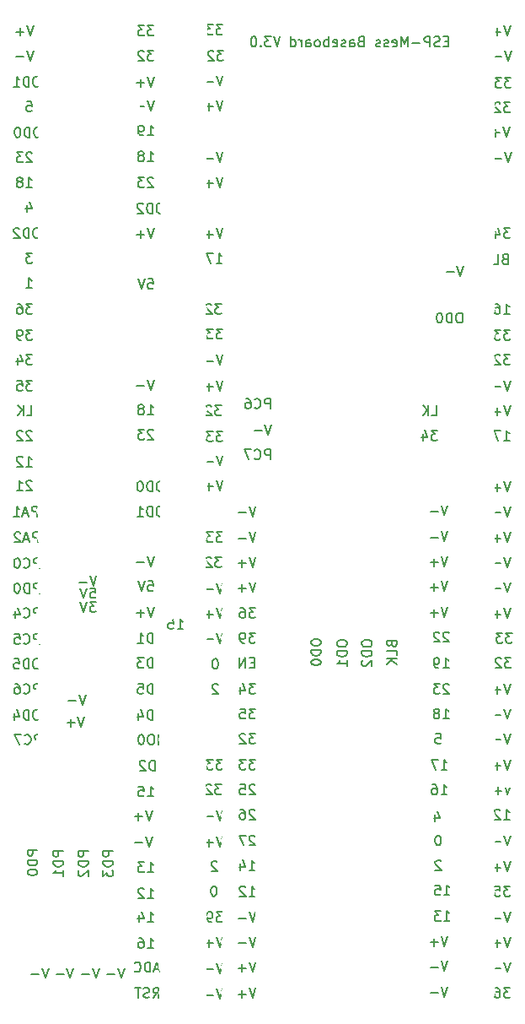
<source format=gbo>
G04 #@! TF.GenerationSoftware,KiCad,Pcbnew,7.0.7*
G04 #@! TF.CreationDate,2023-10-26T11:16:57-04:00*
G04 #@! TF.ProjectId,sensor_node,73656e73-6f72-45f6-9e6f-64652e6b6963,rev?*
G04 #@! TF.SameCoordinates,Original*
G04 #@! TF.FileFunction,Legend,Bot*
G04 #@! TF.FilePolarity,Positive*
%FSLAX46Y46*%
G04 Gerber Fmt 4.6, Leading zero omitted, Abs format (unit mm)*
G04 Created by KiCad (PCBNEW 7.0.7) date 2023-10-26 11:16:57*
%MOMM*%
%LPD*%
G01*
G04 APERTURE LIST*
%ADD10C,0.150000*%
%ADD11C,1.500000*%
%ADD12R,2.000000X2.000000*%
%ADD13C,2.000000*%
%ADD14R,3.200000X2.000000*%
%ADD15R,1.700000X1.700000*%
%ADD16O,1.700000X1.700000*%
%ADD17O,3.500000X1.350000*%
%ADD18R,1.600000X1.600000*%
%ADD19C,1.600000*%
%ADD20R,1.500000X1.050000*%
%ADD21O,1.500000X1.050000*%
%ADD22O,3.048000X1.850000*%
G04 APERTURE END LIST*
D10*
X97506077Y-125169819D02*
X97172744Y-126169819D01*
X97172744Y-126169819D02*
X96839411Y-125169819D01*
X96506077Y-125788866D02*
X95744173Y-125788866D01*
X96125125Y-126169819D02*
X96125125Y-125407914D01*
X97606077Y-122969819D02*
X97272744Y-123969819D01*
X97272744Y-123969819D02*
X96939411Y-122969819D01*
X96606077Y-123588866D02*
X95844173Y-123588866D01*
X98087030Y-112269819D02*
X98563220Y-112269819D01*
X98563220Y-112269819D02*
X98610839Y-112746009D01*
X98610839Y-112746009D02*
X98563220Y-112698390D01*
X98563220Y-112698390D02*
X98467982Y-112650771D01*
X98467982Y-112650771D02*
X98229887Y-112650771D01*
X98229887Y-112650771D02*
X98134649Y-112698390D01*
X98134649Y-112698390D02*
X98087030Y-112746009D01*
X98087030Y-112746009D02*
X98039411Y-112841247D01*
X98039411Y-112841247D02*
X98039411Y-113079342D01*
X98039411Y-113079342D02*
X98087030Y-113174580D01*
X98087030Y-113174580D02*
X98134649Y-113222200D01*
X98134649Y-113222200D02*
X98229887Y-113269819D01*
X98229887Y-113269819D02*
X98467982Y-113269819D01*
X98467982Y-113269819D02*
X98563220Y-113222200D01*
X98563220Y-113222200D02*
X98610839Y-113174580D01*
X97753696Y-112269819D02*
X97420363Y-113269819D01*
X97420363Y-113269819D02*
X97087030Y-112269819D01*
X98706077Y-111069819D02*
X98372744Y-112069819D01*
X98372744Y-112069819D02*
X98039411Y-111069819D01*
X97706077Y-111688866D02*
X96944173Y-111688866D01*
X98658458Y-113669819D02*
X98039411Y-113669819D01*
X98039411Y-113669819D02*
X98372744Y-114050771D01*
X98372744Y-114050771D02*
X98229887Y-114050771D01*
X98229887Y-114050771D02*
X98134649Y-114098390D01*
X98134649Y-114098390D02*
X98087030Y-114146009D01*
X98087030Y-114146009D02*
X98039411Y-114241247D01*
X98039411Y-114241247D02*
X98039411Y-114479342D01*
X98039411Y-114479342D02*
X98087030Y-114574580D01*
X98087030Y-114574580D02*
X98134649Y-114622200D01*
X98134649Y-114622200D02*
X98229887Y-114669819D01*
X98229887Y-114669819D02*
X98515601Y-114669819D01*
X98515601Y-114669819D02*
X98610839Y-114622200D01*
X98610839Y-114622200D02*
X98658458Y-114574580D01*
X97753696Y-113669819D02*
X97420363Y-114669819D01*
X97420363Y-114669819D02*
X97087030Y-113669819D01*
X132387030Y-94969819D02*
X132863220Y-94969819D01*
X132863220Y-94969819D02*
X132863220Y-93969819D01*
X132053696Y-94969819D02*
X132053696Y-93969819D01*
X131482268Y-94969819D02*
X131910839Y-94398390D01*
X131482268Y-93969819D02*
X132053696Y-94541247D01*
X132958458Y-96469819D02*
X132339411Y-96469819D01*
X132339411Y-96469819D02*
X132672744Y-96850771D01*
X132672744Y-96850771D02*
X132529887Y-96850771D01*
X132529887Y-96850771D02*
X132434649Y-96898390D01*
X132434649Y-96898390D02*
X132387030Y-96946009D01*
X132387030Y-96946009D02*
X132339411Y-97041247D01*
X132339411Y-97041247D02*
X132339411Y-97279342D01*
X132339411Y-97279342D02*
X132387030Y-97374580D01*
X132387030Y-97374580D02*
X132434649Y-97422200D01*
X132434649Y-97422200D02*
X132529887Y-97469819D01*
X132529887Y-97469819D02*
X132815601Y-97469819D01*
X132815601Y-97469819D02*
X132910839Y-97422200D01*
X132910839Y-97422200D02*
X132958458Y-97374580D01*
X131482268Y-96803152D02*
X131482268Y-97469819D01*
X131720363Y-96422200D02*
X131958458Y-97136485D01*
X131958458Y-97136485D02*
X131339411Y-97136485D01*
X135272744Y-84669819D02*
X135082268Y-84669819D01*
X135082268Y-84669819D02*
X134987030Y-84717438D01*
X134987030Y-84717438D02*
X134891792Y-84812676D01*
X134891792Y-84812676D02*
X134844173Y-85003152D01*
X134844173Y-85003152D02*
X134844173Y-85336485D01*
X134844173Y-85336485D02*
X134891792Y-85526961D01*
X134891792Y-85526961D02*
X134987030Y-85622200D01*
X134987030Y-85622200D02*
X135082268Y-85669819D01*
X135082268Y-85669819D02*
X135272744Y-85669819D01*
X135272744Y-85669819D02*
X135367982Y-85622200D01*
X135367982Y-85622200D02*
X135463220Y-85526961D01*
X135463220Y-85526961D02*
X135510839Y-85336485D01*
X135510839Y-85336485D02*
X135510839Y-85003152D01*
X135510839Y-85003152D02*
X135463220Y-84812676D01*
X135463220Y-84812676D02*
X135367982Y-84717438D01*
X135367982Y-84717438D02*
X135272744Y-84669819D01*
X134415601Y-85669819D02*
X134415601Y-84669819D01*
X134415601Y-84669819D02*
X134177506Y-84669819D01*
X134177506Y-84669819D02*
X134034649Y-84717438D01*
X134034649Y-84717438D02*
X133939411Y-84812676D01*
X133939411Y-84812676D02*
X133891792Y-84907914D01*
X133891792Y-84907914D02*
X133844173Y-85098390D01*
X133844173Y-85098390D02*
X133844173Y-85241247D01*
X133844173Y-85241247D02*
X133891792Y-85431723D01*
X133891792Y-85431723D02*
X133939411Y-85526961D01*
X133939411Y-85526961D02*
X134034649Y-85622200D01*
X134034649Y-85622200D02*
X134177506Y-85669819D01*
X134177506Y-85669819D02*
X134415601Y-85669819D01*
X133225125Y-84669819D02*
X133129887Y-84669819D01*
X133129887Y-84669819D02*
X133034649Y-84717438D01*
X133034649Y-84717438D02*
X132987030Y-84765057D01*
X132987030Y-84765057D02*
X132939411Y-84860295D01*
X132939411Y-84860295D02*
X132891792Y-85050771D01*
X132891792Y-85050771D02*
X132891792Y-85288866D01*
X132891792Y-85288866D02*
X132939411Y-85479342D01*
X132939411Y-85479342D02*
X132987030Y-85574580D01*
X132987030Y-85574580D02*
X133034649Y-85622200D01*
X133034649Y-85622200D02*
X133129887Y-85669819D01*
X133129887Y-85669819D02*
X133225125Y-85669819D01*
X133225125Y-85669819D02*
X133320363Y-85622200D01*
X133320363Y-85622200D02*
X133367982Y-85574580D01*
X133367982Y-85574580D02*
X133415601Y-85479342D01*
X133415601Y-85479342D02*
X133463220Y-85288866D01*
X133463220Y-85288866D02*
X133463220Y-85050771D01*
X133463220Y-85050771D02*
X133415601Y-84860295D01*
X133415601Y-84860295D02*
X133367982Y-84765057D01*
X133367982Y-84765057D02*
X133320363Y-84717438D01*
X133320363Y-84717438D02*
X133225125Y-84669819D01*
X135606077Y-79969819D02*
X135272744Y-80969819D01*
X135272744Y-80969819D02*
X134939411Y-79969819D01*
X134606077Y-80588866D02*
X133844173Y-80588866D01*
X134006077Y-106569819D02*
X133672744Y-107569819D01*
X133672744Y-107569819D02*
X133339411Y-106569819D01*
X133006077Y-107188866D02*
X132244173Y-107188866D01*
X132734649Y-135003152D02*
X132734649Y-135669819D01*
X132972744Y-134622200D02*
X133210839Y-135336485D01*
X133210839Y-135336485D02*
X132591792Y-135336485D01*
X134006077Y-103969819D02*
X133672744Y-104969819D01*
X133672744Y-104969819D02*
X133339411Y-103969819D01*
X133006077Y-104588866D02*
X132244173Y-104588866D01*
X133539411Y-125369819D02*
X134110839Y-125369819D01*
X133825125Y-125369819D02*
X133825125Y-124369819D01*
X133825125Y-124369819D02*
X133920363Y-124512676D01*
X133920363Y-124512676D02*
X134015601Y-124607914D01*
X134015601Y-124607914D02*
X134110839Y-124655533D01*
X132967982Y-124798390D02*
X133063220Y-124750771D01*
X133063220Y-124750771D02*
X133110839Y-124703152D01*
X133110839Y-124703152D02*
X133158458Y-124607914D01*
X133158458Y-124607914D02*
X133158458Y-124560295D01*
X133158458Y-124560295D02*
X133110839Y-124465057D01*
X133110839Y-124465057D02*
X133063220Y-124417438D01*
X133063220Y-124417438D02*
X132967982Y-124369819D01*
X132967982Y-124369819D02*
X132777506Y-124369819D01*
X132777506Y-124369819D02*
X132682268Y-124417438D01*
X132682268Y-124417438D02*
X132634649Y-124465057D01*
X132634649Y-124465057D02*
X132587030Y-124560295D01*
X132587030Y-124560295D02*
X132587030Y-124607914D01*
X132587030Y-124607914D02*
X132634649Y-124703152D01*
X132634649Y-124703152D02*
X132682268Y-124750771D01*
X132682268Y-124750771D02*
X132777506Y-124798390D01*
X132777506Y-124798390D02*
X132967982Y-124798390D01*
X132967982Y-124798390D02*
X133063220Y-124846009D01*
X133063220Y-124846009D02*
X133110839Y-124893628D01*
X133110839Y-124893628D02*
X133158458Y-124988866D01*
X133158458Y-124988866D02*
X133158458Y-125179342D01*
X133158458Y-125179342D02*
X133110839Y-125274580D01*
X133110839Y-125274580D02*
X133063220Y-125322200D01*
X133063220Y-125322200D02*
X132967982Y-125369819D01*
X132967982Y-125369819D02*
X132777506Y-125369819D01*
X132777506Y-125369819D02*
X132682268Y-125322200D01*
X132682268Y-125322200D02*
X132634649Y-125274580D01*
X132634649Y-125274580D02*
X132587030Y-125179342D01*
X132587030Y-125179342D02*
X132587030Y-124988866D01*
X132587030Y-124988866D02*
X132634649Y-124893628D01*
X132634649Y-124893628D02*
X132682268Y-124846009D01*
X132682268Y-124846009D02*
X132777506Y-124798390D01*
X133639411Y-145669819D02*
X134210839Y-145669819D01*
X133925125Y-145669819D02*
X133925125Y-144669819D01*
X133925125Y-144669819D02*
X134020363Y-144812676D01*
X134020363Y-144812676D02*
X134115601Y-144907914D01*
X134115601Y-144907914D02*
X134210839Y-144955533D01*
X133306077Y-144669819D02*
X132687030Y-144669819D01*
X132687030Y-144669819D02*
X133020363Y-145050771D01*
X133020363Y-145050771D02*
X132877506Y-145050771D01*
X132877506Y-145050771D02*
X132782268Y-145098390D01*
X132782268Y-145098390D02*
X132734649Y-145146009D01*
X132734649Y-145146009D02*
X132687030Y-145241247D01*
X132687030Y-145241247D02*
X132687030Y-145479342D01*
X132687030Y-145479342D02*
X132734649Y-145574580D01*
X132734649Y-145574580D02*
X132782268Y-145622200D01*
X132782268Y-145622200D02*
X132877506Y-145669819D01*
X132877506Y-145669819D02*
X133163220Y-145669819D01*
X133163220Y-145669819D02*
X133258458Y-145622200D01*
X133258458Y-145622200D02*
X133306077Y-145574580D01*
X134110839Y-121965057D02*
X134063220Y-121917438D01*
X134063220Y-121917438D02*
X133967982Y-121869819D01*
X133967982Y-121869819D02*
X133729887Y-121869819D01*
X133729887Y-121869819D02*
X133634649Y-121917438D01*
X133634649Y-121917438D02*
X133587030Y-121965057D01*
X133587030Y-121965057D02*
X133539411Y-122060295D01*
X133539411Y-122060295D02*
X133539411Y-122155533D01*
X133539411Y-122155533D02*
X133587030Y-122298390D01*
X133587030Y-122298390D02*
X134158458Y-122869819D01*
X134158458Y-122869819D02*
X133539411Y-122869819D01*
X133206077Y-121869819D02*
X132587030Y-121869819D01*
X132587030Y-121869819D02*
X132920363Y-122250771D01*
X132920363Y-122250771D02*
X132777506Y-122250771D01*
X132777506Y-122250771D02*
X132682268Y-122298390D01*
X132682268Y-122298390D02*
X132634649Y-122346009D01*
X132634649Y-122346009D02*
X132587030Y-122441247D01*
X132587030Y-122441247D02*
X132587030Y-122679342D01*
X132587030Y-122679342D02*
X132634649Y-122774580D01*
X132634649Y-122774580D02*
X132682268Y-122822200D01*
X132682268Y-122822200D02*
X132777506Y-122869819D01*
X132777506Y-122869819D02*
X133063220Y-122869819D01*
X133063220Y-122869819D02*
X133158458Y-122822200D01*
X133158458Y-122822200D02*
X133206077Y-122774580D01*
X133310839Y-139665057D02*
X133263220Y-139617438D01*
X133263220Y-139617438D02*
X133167982Y-139569819D01*
X133167982Y-139569819D02*
X132929887Y-139569819D01*
X132929887Y-139569819D02*
X132834649Y-139617438D01*
X132834649Y-139617438D02*
X132787030Y-139665057D01*
X132787030Y-139665057D02*
X132739411Y-139760295D01*
X132739411Y-139760295D02*
X132739411Y-139855533D01*
X132739411Y-139855533D02*
X132787030Y-139998390D01*
X132787030Y-139998390D02*
X133358458Y-140569819D01*
X133358458Y-140569819D02*
X132739411Y-140569819D01*
X134006077Y-114169819D02*
X133672744Y-115169819D01*
X133672744Y-115169819D02*
X133339411Y-114169819D01*
X133006077Y-114788866D02*
X132244173Y-114788866D01*
X132625125Y-115169819D02*
X132625125Y-114407914D01*
X134006077Y-152269819D02*
X133672744Y-153269819D01*
X133672744Y-153269819D02*
X133339411Y-152269819D01*
X133006077Y-152888866D02*
X132244173Y-152888866D01*
X134006077Y-147169819D02*
X133672744Y-148169819D01*
X133672744Y-148169819D02*
X133339411Y-147169819D01*
X133006077Y-147788866D02*
X132244173Y-147788866D01*
X132625125Y-148169819D02*
X132625125Y-147407914D01*
X133072744Y-137069819D02*
X132977506Y-137069819D01*
X132977506Y-137069819D02*
X132882268Y-137117438D01*
X132882268Y-137117438D02*
X132834649Y-137165057D01*
X132834649Y-137165057D02*
X132787030Y-137260295D01*
X132787030Y-137260295D02*
X132739411Y-137450771D01*
X132739411Y-137450771D02*
X132739411Y-137688866D01*
X132739411Y-137688866D02*
X132787030Y-137879342D01*
X132787030Y-137879342D02*
X132834649Y-137974580D01*
X132834649Y-137974580D02*
X132882268Y-138022200D01*
X132882268Y-138022200D02*
X132977506Y-138069819D01*
X132977506Y-138069819D02*
X133072744Y-138069819D01*
X133072744Y-138069819D02*
X133167982Y-138022200D01*
X133167982Y-138022200D02*
X133215601Y-137974580D01*
X133215601Y-137974580D02*
X133263220Y-137879342D01*
X133263220Y-137879342D02*
X133310839Y-137688866D01*
X133310839Y-137688866D02*
X133310839Y-137450771D01*
X133310839Y-137450771D02*
X133263220Y-137260295D01*
X133263220Y-137260295D02*
X133215601Y-137165057D01*
X133215601Y-137165057D02*
X133167982Y-137117438D01*
X133167982Y-137117438D02*
X133072744Y-137069819D01*
X134006077Y-111569819D02*
X133672744Y-112569819D01*
X133672744Y-112569819D02*
X133339411Y-111569819D01*
X133006077Y-112188866D02*
X132244173Y-112188866D01*
X132625125Y-112569819D02*
X132625125Y-111807914D01*
X133539411Y-120269819D02*
X134110839Y-120269819D01*
X133825125Y-120269819D02*
X133825125Y-119269819D01*
X133825125Y-119269819D02*
X133920363Y-119412676D01*
X133920363Y-119412676D02*
X134015601Y-119507914D01*
X134015601Y-119507914D02*
X134110839Y-119555533D01*
X133063220Y-120269819D02*
X132872744Y-120269819D01*
X132872744Y-120269819D02*
X132777506Y-120222200D01*
X132777506Y-120222200D02*
X132729887Y-120174580D01*
X132729887Y-120174580D02*
X132634649Y-120031723D01*
X132634649Y-120031723D02*
X132587030Y-119841247D01*
X132587030Y-119841247D02*
X132587030Y-119460295D01*
X132587030Y-119460295D02*
X132634649Y-119365057D01*
X132634649Y-119365057D02*
X132682268Y-119317438D01*
X132682268Y-119317438D02*
X132777506Y-119269819D01*
X132777506Y-119269819D02*
X132967982Y-119269819D01*
X132967982Y-119269819D02*
X133063220Y-119317438D01*
X133063220Y-119317438D02*
X133110839Y-119365057D01*
X133110839Y-119365057D02*
X133158458Y-119460295D01*
X133158458Y-119460295D02*
X133158458Y-119698390D01*
X133158458Y-119698390D02*
X133110839Y-119793628D01*
X133110839Y-119793628D02*
X133063220Y-119841247D01*
X133063220Y-119841247D02*
X132967982Y-119888866D01*
X132967982Y-119888866D02*
X132777506Y-119888866D01*
X132777506Y-119888866D02*
X132682268Y-119841247D01*
X132682268Y-119841247D02*
X132634649Y-119793628D01*
X132634649Y-119793628D02*
X132587030Y-119698390D01*
X134110839Y-116765057D02*
X134063220Y-116717438D01*
X134063220Y-116717438D02*
X133967982Y-116669819D01*
X133967982Y-116669819D02*
X133729887Y-116669819D01*
X133729887Y-116669819D02*
X133634649Y-116717438D01*
X133634649Y-116717438D02*
X133587030Y-116765057D01*
X133587030Y-116765057D02*
X133539411Y-116860295D01*
X133539411Y-116860295D02*
X133539411Y-116955533D01*
X133539411Y-116955533D02*
X133587030Y-117098390D01*
X133587030Y-117098390D02*
X134158458Y-117669819D01*
X134158458Y-117669819D02*
X133539411Y-117669819D01*
X133158458Y-116765057D02*
X133110839Y-116717438D01*
X133110839Y-116717438D02*
X133015601Y-116669819D01*
X133015601Y-116669819D02*
X132777506Y-116669819D01*
X132777506Y-116669819D02*
X132682268Y-116717438D01*
X132682268Y-116717438D02*
X132634649Y-116765057D01*
X132634649Y-116765057D02*
X132587030Y-116860295D01*
X132587030Y-116860295D02*
X132587030Y-116955533D01*
X132587030Y-116955533D02*
X132634649Y-117098390D01*
X132634649Y-117098390D02*
X133206077Y-117669819D01*
X133206077Y-117669819D02*
X132587030Y-117669819D01*
X134006077Y-109069819D02*
X133672744Y-110069819D01*
X133672744Y-110069819D02*
X133339411Y-109069819D01*
X133006077Y-109688866D02*
X132244173Y-109688866D01*
X132625125Y-110069819D02*
X132625125Y-109307914D01*
X133339411Y-130469819D02*
X133910839Y-130469819D01*
X133625125Y-130469819D02*
X133625125Y-129469819D01*
X133625125Y-129469819D02*
X133720363Y-129612676D01*
X133720363Y-129612676D02*
X133815601Y-129707914D01*
X133815601Y-129707914D02*
X133910839Y-129755533D01*
X133006077Y-129469819D02*
X132339411Y-129469819D01*
X132339411Y-129469819D02*
X132767982Y-130469819D01*
X134006077Y-149669819D02*
X133672744Y-150669819D01*
X133672744Y-150669819D02*
X133339411Y-149669819D01*
X133006077Y-150288866D02*
X132244173Y-150288866D01*
X133339411Y-132969819D02*
X133910839Y-132969819D01*
X133625125Y-132969819D02*
X133625125Y-131969819D01*
X133625125Y-131969819D02*
X133720363Y-132112676D01*
X133720363Y-132112676D02*
X133815601Y-132207914D01*
X133815601Y-132207914D02*
X133910839Y-132255533D01*
X132482268Y-131969819D02*
X132672744Y-131969819D01*
X132672744Y-131969819D02*
X132767982Y-132017438D01*
X132767982Y-132017438D02*
X132815601Y-132065057D01*
X132815601Y-132065057D02*
X132910839Y-132207914D01*
X132910839Y-132207914D02*
X132958458Y-132398390D01*
X132958458Y-132398390D02*
X132958458Y-132779342D01*
X132958458Y-132779342D02*
X132910839Y-132874580D01*
X132910839Y-132874580D02*
X132863220Y-132922200D01*
X132863220Y-132922200D02*
X132767982Y-132969819D01*
X132767982Y-132969819D02*
X132577506Y-132969819D01*
X132577506Y-132969819D02*
X132482268Y-132922200D01*
X132482268Y-132922200D02*
X132434649Y-132874580D01*
X132434649Y-132874580D02*
X132387030Y-132779342D01*
X132387030Y-132779342D02*
X132387030Y-132541247D01*
X132387030Y-132541247D02*
X132434649Y-132446009D01*
X132434649Y-132446009D02*
X132482268Y-132398390D01*
X132482268Y-132398390D02*
X132577506Y-132350771D01*
X132577506Y-132350771D02*
X132767982Y-132350771D01*
X132767982Y-132350771D02*
X132863220Y-132398390D01*
X132863220Y-132398390D02*
X132910839Y-132446009D01*
X132910839Y-132446009D02*
X132958458Y-132541247D01*
X133639411Y-143069819D02*
X134210839Y-143069819D01*
X133925125Y-143069819D02*
X133925125Y-142069819D01*
X133925125Y-142069819D02*
X134020363Y-142212676D01*
X134020363Y-142212676D02*
X134115601Y-142307914D01*
X134115601Y-142307914D02*
X134210839Y-142355533D01*
X132734649Y-142069819D02*
X133210839Y-142069819D01*
X133210839Y-142069819D02*
X133258458Y-142546009D01*
X133258458Y-142546009D02*
X133210839Y-142498390D01*
X133210839Y-142498390D02*
X133115601Y-142450771D01*
X133115601Y-142450771D02*
X132877506Y-142450771D01*
X132877506Y-142450771D02*
X132782268Y-142498390D01*
X132782268Y-142498390D02*
X132734649Y-142546009D01*
X132734649Y-142546009D02*
X132687030Y-142641247D01*
X132687030Y-142641247D02*
X132687030Y-142879342D01*
X132687030Y-142879342D02*
X132734649Y-142974580D01*
X132734649Y-142974580D02*
X132782268Y-143022200D01*
X132782268Y-143022200D02*
X132877506Y-143069819D01*
X132877506Y-143069819D02*
X133115601Y-143069819D01*
X133115601Y-143069819D02*
X133210839Y-143022200D01*
X133210839Y-143022200D02*
X133258458Y-142974580D01*
X132787030Y-126869819D02*
X133263220Y-126869819D01*
X133263220Y-126869819D02*
X133310839Y-127346009D01*
X133310839Y-127346009D02*
X133263220Y-127298390D01*
X133263220Y-127298390D02*
X133167982Y-127250771D01*
X133167982Y-127250771D02*
X132929887Y-127250771D01*
X132929887Y-127250771D02*
X132834649Y-127298390D01*
X132834649Y-127298390D02*
X132787030Y-127346009D01*
X132787030Y-127346009D02*
X132739411Y-127441247D01*
X132739411Y-127441247D02*
X132739411Y-127679342D01*
X132739411Y-127679342D02*
X132787030Y-127774580D01*
X132787030Y-127774580D02*
X132834649Y-127822200D01*
X132834649Y-127822200D02*
X132929887Y-127869819D01*
X132929887Y-127869819D02*
X133167982Y-127869819D01*
X133167982Y-127869819D02*
X133263220Y-127822200D01*
X133263220Y-127822200D02*
X133310839Y-127774580D01*
X114610839Y-137165057D02*
X114563220Y-137117438D01*
X114563220Y-137117438D02*
X114467982Y-137069819D01*
X114467982Y-137069819D02*
X114229887Y-137069819D01*
X114229887Y-137069819D02*
X114134649Y-137117438D01*
X114134649Y-137117438D02*
X114087030Y-137165057D01*
X114087030Y-137165057D02*
X114039411Y-137260295D01*
X114039411Y-137260295D02*
X114039411Y-137355533D01*
X114039411Y-137355533D02*
X114087030Y-137498390D01*
X114087030Y-137498390D02*
X114658458Y-138069819D01*
X114658458Y-138069819D02*
X114039411Y-138069819D01*
X113706077Y-137069819D02*
X113039411Y-137069819D01*
X113039411Y-137069819D02*
X113467982Y-138069819D01*
X114706077Y-106669819D02*
X114372744Y-107669819D01*
X114372744Y-107669819D02*
X114039411Y-106669819D01*
X113706077Y-107288866D02*
X112944173Y-107288866D01*
X114039411Y-140569819D02*
X114610839Y-140569819D01*
X114325125Y-140569819D02*
X114325125Y-139569819D01*
X114325125Y-139569819D02*
X114420363Y-139712676D01*
X114420363Y-139712676D02*
X114515601Y-139807914D01*
X114515601Y-139807914D02*
X114610839Y-139855533D01*
X113182268Y-139903152D02*
X113182268Y-140569819D01*
X113420363Y-139522200D02*
X113658458Y-140236485D01*
X113658458Y-140236485D02*
X113039411Y-140236485D01*
X114706077Y-147269819D02*
X114372744Y-148269819D01*
X114372744Y-148269819D02*
X114039411Y-147269819D01*
X113706077Y-147888866D02*
X112944173Y-147888866D01*
X114658458Y-129469819D02*
X114039411Y-129469819D01*
X114039411Y-129469819D02*
X114372744Y-129850771D01*
X114372744Y-129850771D02*
X114229887Y-129850771D01*
X114229887Y-129850771D02*
X114134649Y-129898390D01*
X114134649Y-129898390D02*
X114087030Y-129946009D01*
X114087030Y-129946009D02*
X114039411Y-130041247D01*
X114039411Y-130041247D02*
X114039411Y-130279342D01*
X114039411Y-130279342D02*
X114087030Y-130374580D01*
X114087030Y-130374580D02*
X114134649Y-130422200D01*
X114134649Y-130422200D02*
X114229887Y-130469819D01*
X114229887Y-130469819D02*
X114515601Y-130469819D01*
X114515601Y-130469819D02*
X114610839Y-130422200D01*
X114610839Y-130422200D02*
X114658458Y-130374580D01*
X113706077Y-129469819D02*
X113087030Y-129469819D01*
X113087030Y-129469819D02*
X113420363Y-129850771D01*
X113420363Y-129850771D02*
X113277506Y-129850771D01*
X113277506Y-129850771D02*
X113182268Y-129898390D01*
X113182268Y-129898390D02*
X113134649Y-129946009D01*
X113134649Y-129946009D02*
X113087030Y-130041247D01*
X113087030Y-130041247D02*
X113087030Y-130279342D01*
X113087030Y-130279342D02*
X113134649Y-130374580D01*
X113134649Y-130374580D02*
X113182268Y-130422200D01*
X113182268Y-130422200D02*
X113277506Y-130469819D01*
X113277506Y-130469819D02*
X113563220Y-130469819D01*
X113563220Y-130469819D02*
X113658458Y-130422200D01*
X113658458Y-130422200D02*
X113706077Y-130374580D01*
X114658458Y-126869819D02*
X114039411Y-126869819D01*
X114039411Y-126869819D02*
X114372744Y-127250771D01*
X114372744Y-127250771D02*
X114229887Y-127250771D01*
X114229887Y-127250771D02*
X114134649Y-127298390D01*
X114134649Y-127298390D02*
X114087030Y-127346009D01*
X114087030Y-127346009D02*
X114039411Y-127441247D01*
X114039411Y-127441247D02*
X114039411Y-127679342D01*
X114039411Y-127679342D02*
X114087030Y-127774580D01*
X114087030Y-127774580D02*
X114134649Y-127822200D01*
X114134649Y-127822200D02*
X114229887Y-127869819D01*
X114229887Y-127869819D02*
X114515601Y-127869819D01*
X114515601Y-127869819D02*
X114610839Y-127822200D01*
X114610839Y-127822200D02*
X114658458Y-127774580D01*
X113658458Y-126965057D02*
X113610839Y-126917438D01*
X113610839Y-126917438D02*
X113515601Y-126869819D01*
X113515601Y-126869819D02*
X113277506Y-126869819D01*
X113277506Y-126869819D02*
X113182268Y-126917438D01*
X113182268Y-126917438D02*
X113134649Y-126965057D01*
X113134649Y-126965057D02*
X113087030Y-127060295D01*
X113087030Y-127060295D02*
X113087030Y-127155533D01*
X113087030Y-127155533D02*
X113134649Y-127298390D01*
X113134649Y-127298390D02*
X113706077Y-127869819D01*
X113706077Y-127869819D02*
X113087030Y-127869819D01*
X114706077Y-109169819D02*
X114372744Y-110169819D01*
X114372744Y-110169819D02*
X114039411Y-109169819D01*
X113706077Y-109788866D02*
X112944173Y-109788866D01*
X113325125Y-110169819D02*
X113325125Y-109407914D01*
X114658458Y-124369819D02*
X114039411Y-124369819D01*
X114039411Y-124369819D02*
X114372744Y-124750771D01*
X114372744Y-124750771D02*
X114229887Y-124750771D01*
X114229887Y-124750771D02*
X114134649Y-124798390D01*
X114134649Y-124798390D02*
X114087030Y-124846009D01*
X114087030Y-124846009D02*
X114039411Y-124941247D01*
X114039411Y-124941247D02*
X114039411Y-125179342D01*
X114039411Y-125179342D02*
X114087030Y-125274580D01*
X114087030Y-125274580D02*
X114134649Y-125322200D01*
X114134649Y-125322200D02*
X114229887Y-125369819D01*
X114229887Y-125369819D02*
X114515601Y-125369819D01*
X114515601Y-125369819D02*
X114610839Y-125322200D01*
X114610839Y-125322200D02*
X114658458Y-125274580D01*
X113134649Y-124369819D02*
X113610839Y-124369819D01*
X113610839Y-124369819D02*
X113658458Y-124846009D01*
X113658458Y-124846009D02*
X113610839Y-124798390D01*
X113610839Y-124798390D02*
X113515601Y-124750771D01*
X113515601Y-124750771D02*
X113277506Y-124750771D01*
X113277506Y-124750771D02*
X113182268Y-124798390D01*
X113182268Y-124798390D02*
X113134649Y-124846009D01*
X113134649Y-124846009D02*
X113087030Y-124941247D01*
X113087030Y-124941247D02*
X113087030Y-125179342D01*
X113087030Y-125179342D02*
X113134649Y-125274580D01*
X113134649Y-125274580D02*
X113182268Y-125322200D01*
X113182268Y-125322200D02*
X113277506Y-125369819D01*
X113277506Y-125369819D02*
X113515601Y-125369819D01*
X113515601Y-125369819D02*
X113610839Y-125322200D01*
X113610839Y-125322200D02*
X113658458Y-125274580D01*
X114706077Y-152369819D02*
X114372744Y-153369819D01*
X114372744Y-153369819D02*
X114039411Y-152369819D01*
X113706077Y-152988866D02*
X112944173Y-152988866D01*
X113325125Y-153369819D02*
X113325125Y-152607914D01*
X114706077Y-144769819D02*
X114372744Y-145769819D01*
X114372744Y-145769819D02*
X114039411Y-144769819D01*
X113706077Y-145388866D02*
X112944173Y-145388866D01*
X114658458Y-116769819D02*
X114039411Y-116769819D01*
X114039411Y-116769819D02*
X114372744Y-117150771D01*
X114372744Y-117150771D02*
X114229887Y-117150771D01*
X114229887Y-117150771D02*
X114134649Y-117198390D01*
X114134649Y-117198390D02*
X114087030Y-117246009D01*
X114087030Y-117246009D02*
X114039411Y-117341247D01*
X114039411Y-117341247D02*
X114039411Y-117579342D01*
X114039411Y-117579342D02*
X114087030Y-117674580D01*
X114087030Y-117674580D02*
X114134649Y-117722200D01*
X114134649Y-117722200D02*
X114229887Y-117769819D01*
X114229887Y-117769819D02*
X114515601Y-117769819D01*
X114515601Y-117769819D02*
X114610839Y-117722200D01*
X114610839Y-117722200D02*
X114658458Y-117674580D01*
X113563220Y-117769819D02*
X113372744Y-117769819D01*
X113372744Y-117769819D02*
X113277506Y-117722200D01*
X113277506Y-117722200D02*
X113229887Y-117674580D01*
X113229887Y-117674580D02*
X113134649Y-117531723D01*
X113134649Y-117531723D02*
X113087030Y-117341247D01*
X113087030Y-117341247D02*
X113087030Y-116960295D01*
X113087030Y-116960295D02*
X113134649Y-116865057D01*
X113134649Y-116865057D02*
X113182268Y-116817438D01*
X113182268Y-116817438D02*
X113277506Y-116769819D01*
X113277506Y-116769819D02*
X113467982Y-116769819D01*
X113467982Y-116769819D02*
X113563220Y-116817438D01*
X113563220Y-116817438D02*
X113610839Y-116865057D01*
X113610839Y-116865057D02*
X113658458Y-116960295D01*
X113658458Y-116960295D02*
X113658458Y-117198390D01*
X113658458Y-117198390D02*
X113610839Y-117293628D01*
X113610839Y-117293628D02*
X113563220Y-117341247D01*
X113563220Y-117341247D02*
X113467982Y-117388866D01*
X113467982Y-117388866D02*
X113277506Y-117388866D01*
X113277506Y-117388866D02*
X113182268Y-117341247D01*
X113182268Y-117341247D02*
X113134649Y-117293628D01*
X113134649Y-117293628D02*
X113087030Y-117198390D01*
X114039411Y-143169819D02*
X114610839Y-143169819D01*
X114325125Y-143169819D02*
X114325125Y-142169819D01*
X114325125Y-142169819D02*
X114420363Y-142312676D01*
X114420363Y-142312676D02*
X114515601Y-142407914D01*
X114515601Y-142407914D02*
X114610839Y-142455533D01*
X113658458Y-142265057D02*
X113610839Y-142217438D01*
X113610839Y-142217438D02*
X113515601Y-142169819D01*
X113515601Y-142169819D02*
X113277506Y-142169819D01*
X113277506Y-142169819D02*
X113182268Y-142217438D01*
X113182268Y-142217438D02*
X113134649Y-142265057D01*
X113134649Y-142265057D02*
X113087030Y-142360295D01*
X113087030Y-142360295D02*
X113087030Y-142455533D01*
X113087030Y-142455533D02*
X113134649Y-142598390D01*
X113134649Y-142598390D02*
X113706077Y-143169819D01*
X113706077Y-143169819D02*
X113087030Y-143169819D01*
X114563220Y-119746009D02*
X114229887Y-119746009D01*
X114087030Y-120269819D02*
X114563220Y-120269819D01*
X114563220Y-120269819D02*
X114563220Y-119269819D01*
X114563220Y-119269819D02*
X114087030Y-119269819D01*
X113658458Y-120269819D02*
X113658458Y-119269819D01*
X113658458Y-119269819D02*
X113087030Y-120269819D01*
X113087030Y-120269819D02*
X113087030Y-119269819D01*
X114706077Y-111669819D02*
X114372744Y-112669819D01*
X114372744Y-112669819D02*
X114039411Y-111669819D01*
X113706077Y-112288866D02*
X112944173Y-112288866D01*
X113325125Y-112669819D02*
X113325125Y-111907914D01*
X114658458Y-114269819D02*
X114039411Y-114269819D01*
X114039411Y-114269819D02*
X114372744Y-114650771D01*
X114372744Y-114650771D02*
X114229887Y-114650771D01*
X114229887Y-114650771D02*
X114134649Y-114698390D01*
X114134649Y-114698390D02*
X114087030Y-114746009D01*
X114087030Y-114746009D02*
X114039411Y-114841247D01*
X114039411Y-114841247D02*
X114039411Y-115079342D01*
X114039411Y-115079342D02*
X114087030Y-115174580D01*
X114087030Y-115174580D02*
X114134649Y-115222200D01*
X114134649Y-115222200D02*
X114229887Y-115269819D01*
X114229887Y-115269819D02*
X114515601Y-115269819D01*
X114515601Y-115269819D02*
X114610839Y-115222200D01*
X114610839Y-115222200D02*
X114658458Y-115174580D01*
X113182268Y-114269819D02*
X113372744Y-114269819D01*
X113372744Y-114269819D02*
X113467982Y-114317438D01*
X113467982Y-114317438D02*
X113515601Y-114365057D01*
X113515601Y-114365057D02*
X113610839Y-114507914D01*
X113610839Y-114507914D02*
X113658458Y-114698390D01*
X113658458Y-114698390D02*
X113658458Y-115079342D01*
X113658458Y-115079342D02*
X113610839Y-115174580D01*
X113610839Y-115174580D02*
X113563220Y-115222200D01*
X113563220Y-115222200D02*
X113467982Y-115269819D01*
X113467982Y-115269819D02*
X113277506Y-115269819D01*
X113277506Y-115269819D02*
X113182268Y-115222200D01*
X113182268Y-115222200D02*
X113134649Y-115174580D01*
X113134649Y-115174580D02*
X113087030Y-115079342D01*
X113087030Y-115079342D02*
X113087030Y-114841247D01*
X113087030Y-114841247D02*
X113134649Y-114746009D01*
X113134649Y-114746009D02*
X113182268Y-114698390D01*
X113182268Y-114698390D02*
X113277506Y-114650771D01*
X113277506Y-114650771D02*
X113467982Y-114650771D01*
X113467982Y-114650771D02*
X113563220Y-114698390D01*
X113563220Y-114698390D02*
X113610839Y-114746009D01*
X113610839Y-114746009D02*
X113658458Y-114841247D01*
X114658458Y-121869819D02*
X114039411Y-121869819D01*
X114039411Y-121869819D02*
X114372744Y-122250771D01*
X114372744Y-122250771D02*
X114229887Y-122250771D01*
X114229887Y-122250771D02*
X114134649Y-122298390D01*
X114134649Y-122298390D02*
X114087030Y-122346009D01*
X114087030Y-122346009D02*
X114039411Y-122441247D01*
X114039411Y-122441247D02*
X114039411Y-122679342D01*
X114039411Y-122679342D02*
X114087030Y-122774580D01*
X114087030Y-122774580D02*
X114134649Y-122822200D01*
X114134649Y-122822200D02*
X114229887Y-122869819D01*
X114229887Y-122869819D02*
X114515601Y-122869819D01*
X114515601Y-122869819D02*
X114610839Y-122822200D01*
X114610839Y-122822200D02*
X114658458Y-122774580D01*
X113182268Y-122203152D02*
X113182268Y-122869819D01*
X113420363Y-121822200D02*
X113658458Y-122536485D01*
X113658458Y-122536485D02*
X113039411Y-122536485D01*
X114706077Y-149769819D02*
X114372744Y-150769819D01*
X114372744Y-150769819D02*
X114039411Y-149769819D01*
X113706077Y-150388866D02*
X112944173Y-150388866D01*
X113325125Y-150769819D02*
X113325125Y-150007914D01*
X114706077Y-104069819D02*
X114372744Y-105069819D01*
X114372744Y-105069819D02*
X114039411Y-104069819D01*
X113706077Y-104688866D02*
X112944173Y-104688866D01*
X114610839Y-132065057D02*
X114563220Y-132017438D01*
X114563220Y-132017438D02*
X114467982Y-131969819D01*
X114467982Y-131969819D02*
X114229887Y-131969819D01*
X114229887Y-131969819D02*
X114134649Y-132017438D01*
X114134649Y-132017438D02*
X114087030Y-132065057D01*
X114087030Y-132065057D02*
X114039411Y-132160295D01*
X114039411Y-132160295D02*
X114039411Y-132255533D01*
X114039411Y-132255533D02*
X114087030Y-132398390D01*
X114087030Y-132398390D02*
X114658458Y-132969819D01*
X114658458Y-132969819D02*
X114039411Y-132969819D01*
X113134649Y-131969819D02*
X113610839Y-131969819D01*
X113610839Y-131969819D02*
X113658458Y-132446009D01*
X113658458Y-132446009D02*
X113610839Y-132398390D01*
X113610839Y-132398390D02*
X113515601Y-132350771D01*
X113515601Y-132350771D02*
X113277506Y-132350771D01*
X113277506Y-132350771D02*
X113182268Y-132398390D01*
X113182268Y-132398390D02*
X113134649Y-132446009D01*
X113134649Y-132446009D02*
X113087030Y-132541247D01*
X113087030Y-132541247D02*
X113087030Y-132779342D01*
X113087030Y-132779342D02*
X113134649Y-132874580D01*
X113134649Y-132874580D02*
X113182268Y-132922200D01*
X113182268Y-132922200D02*
X113277506Y-132969819D01*
X113277506Y-132969819D02*
X113515601Y-132969819D01*
X113515601Y-132969819D02*
X113610839Y-132922200D01*
X113610839Y-132922200D02*
X113658458Y-132874580D01*
X114610839Y-134565057D02*
X114563220Y-134517438D01*
X114563220Y-134517438D02*
X114467982Y-134469819D01*
X114467982Y-134469819D02*
X114229887Y-134469819D01*
X114229887Y-134469819D02*
X114134649Y-134517438D01*
X114134649Y-134517438D02*
X114087030Y-134565057D01*
X114087030Y-134565057D02*
X114039411Y-134660295D01*
X114039411Y-134660295D02*
X114039411Y-134755533D01*
X114039411Y-134755533D02*
X114087030Y-134898390D01*
X114087030Y-134898390D02*
X114658458Y-135469819D01*
X114658458Y-135469819D02*
X114039411Y-135469819D01*
X113182268Y-134469819D02*
X113372744Y-134469819D01*
X113372744Y-134469819D02*
X113467982Y-134517438D01*
X113467982Y-134517438D02*
X113515601Y-134565057D01*
X113515601Y-134565057D02*
X113610839Y-134707914D01*
X113610839Y-134707914D02*
X113658458Y-134898390D01*
X113658458Y-134898390D02*
X113658458Y-135279342D01*
X113658458Y-135279342D02*
X113610839Y-135374580D01*
X113610839Y-135374580D02*
X113563220Y-135422200D01*
X113563220Y-135422200D02*
X113467982Y-135469819D01*
X113467982Y-135469819D02*
X113277506Y-135469819D01*
X113277506Y-135469819D02*
X113182268Y-135422200D01*
X113182268Y-135422200D02*
X113134649Y-135374580D01*
X113134649Y-135374580D02*
X113087030Y-135279342D01*
X113087030Y-135279342D02*
X113087030Y-135041247D01*
X113087030Y-135041247D02*
X113134649Y-134946009D01*
X113134649Y-134946009D02*
X113182268Y-134898390D01*
X113182268Y-134898390D02*
X113277506Y-134850771D01*
X113277506Y-134850771D02*
X113467982Y-134850771D01*
X113467982Y-134850771D02*
X113563220Y-134898390D01*
X113563220Y-134898390D02*
X113610839Y-134946009D01*
X113610839Y-134946009D02*
X113658458Y-135041247D01*
X125369819Y-117727255D02*
X125369819Y-117917731D01*
X125369819Y-117917731D02*
X125417438Y-118012969D01*
X125417438Y-118012969D02*
X125512676Y-118108207D01*
X125512676Y-118108207D02*
X125703152Y-118155826D01*
X125703152Y-118155826D02*
X126036485Y-118155826D01*
X126036485Y-118155826D02*
X126226961Y-118108207D01*
X126226961Y-118108207D02*
X126322200Y-118012969D01*
X126322200Y-118012969D02*
X126369819Y-117917731D01*
X126369819Y-117917731D02*
X126369819Y-117727255D01*
X126369819Y-117727255D02*
X126322200Y-117632017D01*
X126322200Y-117632017D02*
X126226961Y-117536779D01*
X126226961Y-117536779D02*
X126036485Y-117489160D01*
X126036485Y-117489160D02*
X125703152Y-117489160D01*
X125703152Y-117489160D02*
X125512676Y-117536779D01*
X125512676Y-117536779D02*
X125417438Y-117632017D01*
X125417438Y-117632017D02*
X125369819Y-117727255D01*
X126369819Y-118584398D02*
X125369819Y-118584398D01*
X125369819Y-118584398D02*
X125369819Y-118822493D01*
X125369819Y-118822493D02*
X125417438Y-118965350D01*
X125417438Y-118965350D02*
X125512676Y-119060588D01*
X125512676Y-119060588D02*
X125607914Y-119108207D01*
X125607914Y-119108207D02*
X125798390Y-119155826D01*
X125798390Y-119155826D02*
X125941247Y-119155826D01*
X125941247Y-119155826D02*
X126131723Y-119108207D01*
X126131723Y-119108207D02*
X126226961Y-119060588D01*
X126226961Y-119060588D02*
X126322200Y-118965350D01*
X126322200Y-118965350D02*
X126369819Y-118822493D01*
X126369819Y-118822493D02*
X126369819Y-118584398D01*
X125465057Y-119536779D02*
X125417438Y-119584398D01*
X125417438Y-119584398D02*
X125369819Y-119679636D01*
X125369819Y-119679636D02*
X125369819Y-119917731D01*
X125369819Y-119917731D02*
X125417438Y-120012969D01*
X125417438Y-120012969D02*
X125465057Y-120060588D01*
X125465057Y-120060588D02*
X125560295Y-120108207D01*
X125560295Y-120108207D02*
X125655533Y-120108207D01*
X125655533Y-120108207D02*
X125798390Y-120060588D01*
X125798390Y-120060588D02*
X126369819Y-119489160D01*
X126369819Y-119489160D02*
X126369819Y-120108207D01*
X120269819Y-117627255D02*
X120269819Y-117817731D01*
X120269819Y-117817731D02*
X120317438Y-117912969D01*
X120317438Y-117912969D02*
X120412676Y-118008207D01*
X120412676Y-118008207D02*
X120603152Y-118055826D01*
X120603152Y-118055826D02*
X120936485Y-118055826D01*
X120936485Y-118055826D02*
X121126961Y-118008207D01*
X121126961Y-118008207D02*
X121222200Y-117912969D01*
X121222200Y-117912969D02*
X121269819Y-117817731D01*
X121269819Y-117817731D02*
X121269819Y-117627255D01*
X121269819Y-117627255D02*
X121222200Y-117532017D01*
X121222200Y-117532017D02*
X121126961Y-117436779D01*
X121126961Y-117436779D02*
X120936485Y-117389160D01*
X120936485Y-117389160D02*
X120603152Y-117389160D01*
X120603152Y-117389160D02*
X120412676Y-117436779D01*
X120412676Y-117436779D02*
X120317438Y-117532017D01*
X120317438Y-117532017D02*
X120269819Y-117627255D01*
X121269819Y-118484398D02*
X120269819Y-118484398D01*
X120269819Y-118484398D02*
X120269819Y-118722493D01*
X120269819Y-118722493D02*
X120317438Y-118865350D01*
X120317438Y-118865350D02*
X120412676Y-118960588D01*
X120412676Y-118960588D02*
X120507914Y-119008207D01*
X120507914Y-119008207D02*
X120698390Y-119055826D01*
X120698390Y-119055826D02*
X120841247Y-119055826D01*
X120841247Y-119055826D02*
X121031723Y-119008207D01*
X121031723Y-119008207D02*
X121126961Y-118960588D01*
X121126961Y-118960588D02*
X121222200Y-118865350D01*
X121222200Y-118865350D02*
X121269819Y-118722493D01*
X121269819Y-118722493D02*
X121269819Y-118484398D01*
X120269819Y-119674874D02*
X120269819Y-119770112D01*
X120269819Y-119770112D02*
X120317438Y-119865350D01*
X120317438Y-119865350D02*
X120365057Y-119912969D01*
X120365057Y-119912969D02*
X120460295Y-119960588D01*
X120460295Y-119960588D02*
X120650771Y-120008207D01*
X120650771Y-120008207D02*
X120888866Y-120008207D01*
X120888866Y-120008207D02*
X121079342Y-119960588D01*
X121079342Y-119960588D02*
X121174580Y-119912969D01*
X121174580Y-119912969D02*
X121222200Y-119865350D01*
X121222200Y-119865350D02*
X121269819Y-119770112D01*
X121269819Y-119770112D02*
X121269819Y-119674874D01*
X121269819Y-119674874D02*
X121222200Y-119579636D01*
X121222200Y-119579636D02*
X121174580Y-119532017D01*
X121174580Y-119532017D02*
X121079342Y-119484398D01*
X121079342Y-119484398D02*
X120888866Y-119436779D01*
X120888866Y-119436779D02*
X120650771Y-119436779D01*
X120650771Y-119436779D02*
X120460295Y-119484398D01*
X120460295Y-119484398D02*
X120365057Y-119532017D01*
X120365057Y-119532017D02*
X120317438Y-119579636D01*
X120317438Y-119579636D02*
X120269819Y-119674874D01*
X128346009Y-117870112D02*
X128393628Y-118012969D01*
X128393628Y-118012969D02*
X128441247Y-118060588D01*
X128441247Y-118060588D02*
X128536485Y-118108207D01*
X128536485Y-118108207D02*
X128679342Y-118108207D01*
X128679342Y-118108207D02*
X128774580Y-118060588D01*
X128774580Y-118060588D02*
X128822200Y-118012969D01*
X128822200Y-118012969D02*
X128869819Y-117917731D01*
X128869819Y-117917731D02*
X128869819Y-117536779D01*
X128869819Y-117536779D02*
X127869819Y-117536779D01*
X127869819Y-117536779D02*
X127869819Y-117870112D01*
X127869819Y-117870112D02*
X127917438Y-117965350D01*
X127917438Y-117965350D02*
X127965057Y-118012969D01*
X127965057Y-118012969D02*
X128060295Y-118060588D01*
X128060295Y-118060588D02*
X128155533Y-118060588D01*
X128155533Y-118060588D02*
X128250771Y-118012969D01*
X128250771Y-118012969D02*
X128298390Y-117965350D01*
X128298390Y-117965350D02*
X128346009Y-117870112D01*
X128346009Y-117870112D02*
X128346009Y-117536779D01*
X128869819Y-119012969D02*
X128869819Y-118536779D01*
X128869819Y-118536779D02*
X127869819Y-118536779D01*
X128869819Y-119346303D02*
X127869819Y-119346303D01*
X128869819Y-119917731D02*
X128298390Y-119489160D01*
X127869819Y-119917731D02*
X128441247Y-119346303D01*
X122869819Y-117727255D02*
X122869819Y-117917731D01*
X122869819Y-117917731D02*
X122917438Y-118012969D01*
X122917438Y-118012969D02*
X123012676Y-118108207D01*
X123012676Y-118108207D02*
X123203152Y-118155826D01*
X123203152Y-118155826D02*
X123536485Y-118155826D01*
X123536485Y-118155826D02*
X123726961Y-118108207D01*
X123726961Y-118108207D02*
X123822200Y-118012969D01*
X123822200Y-118012969D02*
X123869819Y-117917731D01*
X123869819Y-117917731D02*
X123869819Y-117727255D01*
X123869819Y-117727255D02*
X123822200Y-117632017D01*
X123822200Y-117632017D02*
X123726961Y-117536779D01*
X123726961Y-117536779D02*
X123536485Y-117489160D01*
X123536485Y-117489160D02*
X123203152Y-117489160D01*
X123203152Y-117489160D02*
X123012676Y-117536779D01*
X123012676Y-117536779D02*
X122917438Y-117632017D01*
X122917438Y-117632017D02*
X122869819Y-117727255D01*
X123869819Y-118584398D02*
X122869819Y-118584398D01*
X122869819Y-118584398D02*
X122869819Y-118822493D01*
X122869819Y-118822493D02*
X122917438Y-118965350D01*
X122917438Y-118965350D02*
X123012676Y-119060588D01*
X123012676Y-119060588D02*
X123107914Y-119108207D01*
X123107914Y-119108207D02*
X123298390Y-119155826D01*
X123298390Y-119155826D02*
X123441247Y-119155826D01*
X123441247Y-119155826D02*
X123631723Y-119108207D01*
X123631723Y-119108207D02*
X123726961Y-119060588D01*
X123726961Y-119060588D02*
X123822200Y-118965350D01*
X123822200Y-118965350D02*
X123869819Y-118822493D01*
X123869819Y-118822493D02*
X123869819Y-118584398D01*
X123869819Y-120108207D02*
X123869819Y-119536779D01*
X123869819Y-119822493D02*
X122869819Y-119822493D01*
X122869819Y-119822493D02*
X123012676Y-119727255D01*
X123012676Y-119727255D02*
X123107914Y-119632017D01*
X123107914Y-119632017D02*
X123155533Y-119536779D01*
X140306077Y-55869819D02*
X139972744Y-56869819D01*
X139972744Y-56869819D02*
X139639411Y-55869819D01*
X139306077Y-56488866D02*
X138544173Y-56488866D01*
X138925125Y-56869819D02*
X138925125Y-56107914D01*
X140406077Y-58369819D02*
X140072744Y-59369819D01*
X140072744Y-59369819D02*
X139739411Y-58369819D01*
X139406077Y-58988866D02*
X138644173Y-58988866D01*
X140358458Y-61069819D02*
X139739411Y-61069819D01*
X139739411Y-61069819D02*
X140072744Y-61450771D01*
X140072744Y-61450771D02*
X139929887Y-61450771D01*
X139929887Y-61450771D02*
X139834649Y-61498390D01*
X139834649Y-61498390D02*
X139787030Y-61546009D01*
X139787030Y-61546009D02*
X139739411Y-61641247D01*
X139739411Y-61641247D02*
X139739411Y-61879342D01*
X139739411Y-61879342D02*
X139787030Y-61974580D01*
X139787030Y-61974580D02*
X139834649Y-62022200D01*
X139834649Y-62022200D02*
X139929887Y-62069819D01*
X139929887Y-62069819D02*
X140215601Y-62069819D01*
X140215601Y-62069819D02*
X140310839Y-62022200D01*
X140310839Y-62022200D02*
X140358458Y-61974580D01*
X139406077Y-61069819D02*
X138787030Y-61069819D01*
X138787030Y-61069819D02*
X139120363Y-61450771D01*
X139120363Y-61450771D02*
X138977506Y-61450771D01*
X138977506Y-61450771D02*
X138882268Y-61498390D01*
X138882268Y-61498390D02*
X138834649Y-61546009D01*
X138834649Y-61546009D02*
X138787030Y-61641247D01*
X138787030Y-61641247D02*
X138787030Y-61879342D01*
X138787030Y-61879342D02*
X138834649Y-61974580D01*
X138834649Y-61974580D02*
X138882268Y-62022200D01*
X138882268Y-62022200D02*
X138977506Y-62069819D01*
X138977506Y-62069819D02*
X139263220Y-62069819D01*
X139263220Y-62069819D02*
X139358458Y-62022200D01*
X139358458Y-62022200D02*
X139406077Y-61974580D01*
X140258458Y-63569819D02*
X139639411Y-63569819D01*
X139639411Y-63569819D02*
X139972744Y-63950771D01*
X139972744Y-63950771D02*
X139829887Y-63950771D01*
X139829887Y-63950771D02*
X139734649Y-63998390D01*
X139734649Y-63998390D02*
X139687030Y-64046009D01*
X139687030Y-64046009D02*
X139639411Y-64141247D01*
X139639411Y-64141247D02*
X139639411Y-64379342D01*
X139639411Y-64379342D02*
X139687030Y-64474580D01*
X139687030Y-64474580D02*
X139734649Y-64522200D01*
X139734649Y-64522200D02*
X139829887Y-64569819D01*
X139829887Y-64569819D02*
X140115601Y-64569819D01*
X140115601Y-64569819D02*
X140210839Y-64522200D01*
X140210839Y-64522200D02*
X140258458Y-64474580D01*
X139258458Y-63665057D02*
X139210839Y-63617438D01*
X139210839Y-63617438D02*
X139115601Y-63569819D01*
X139115601Y-63569819D02*
X138877506Y-63569819D01*
X138877506Y-63569819D02*
X138782268Y-63617438D01*
X138782268Y-63617438D02*
X138734649Y-63665057D01*
X138734649Y-63665057D02*
X138687030Y-63760295D01*
X138687030Y-63760295D02*
X138687030Y-63855533D01*
X138687030Y-63855533D02*
X138734649Y-63998390D01*
X138734649Y-63998390D02*
X139306077Y-64569819D01*
X139306077Y-64569819D02*
X138687030Y-64569819D01*
X140206077Y-65969819D02*
X139872744Y-66969819D01*
X139872744Y-66969819D02*
X139539411Y-65969819D01*
X139206077Y-66588866D02*
X138444173Y-66588866D01*
X138825125Y-66969819D02*
X138825125Y-66207914D01*
X140406077Y-68569819D02*
X140072744Y-69569819D01*
X140072744Y-69569819D02*
X139739411Y-68569819D01*
X139406077Y-69188866D02*
X138644173Y-69188866D01*
X140258458Y-76169819D02*
X139639411Y-76169819D01*
X139639411Y-76169819D02*
X139972744Y-76550771D01*
X139972744Y-76550771D02*
X139829887Y-76550771D01*
X139829887Y-76550771D02*
X139734649Y-76598390D01*
X139734649Y-76598390D02*
X139687030Y-76646009D01*
X139687030Y-76646009D02*
X139639411Y-76741247D01*
X139639411Y-76741247D02*
X139639411Y-76979342D01*
X139639411Y-76979342D02*
X139687030Y-77074580D01*
X139687030Y-77074580D02*
X139734649Y-77122200D01*
X139734649Y-77122200D02*
X139829887Y-77169819D01*
X139829887Y-77169819D02*
X140115601Y-77169819D01*
X140115601Y-77169819D02*
X140210839Y-77122200D01*
X140210839Y-77122200D02*
X140258458Y-77074580D01*
X138782268Y-76503152D02*
X138782268Y-77169819D01*
X139020363Y-76122200D02*
X139258458Y-76836485D01*
X139258458Y-76836485D02*
X138639411Y-76836485D01*
X139729887Y-79246009D02*
X139587030Y-79293628D01*
X139587030Y-79293628D02*
X139539411Y-79341247D01*
X139539411Y-79341247D02*
X139491792Y-79436485D01*
X139491792Y-79436485D02*
X139491792Y-79579342D01*
X139491792Y-79579342D02*
X139539411Y-79674580D01*
X139539411Y-79674580D02*
X139587030Y-79722200D01*
X139587030Y-79722200D02*
X139682268Y-79769819D01*
X139682268Y-79769819D02*
X140063220Y-79769819D01*
X140063220Y-79769819D02*
X140063220Y-78769819D01*
X140063220Y-78769819D02*
X139729887Y-78769819D01*
X139729887Y-78769819D02*
X139634649Y-78817438D01*
X139634649Y-78817438D02*
X139587030Y-78865057D01*
X139587030Y-78865057D02*
X139539411Y-78960295D01*
X139539411Y-78960295D02*
X139539411Y-79055533D01*
X139539411Y-79055533D02*
X139587030Y-79150771D01*
X139587030Y-79150771D02*
X139634649Y-79198390D01*
X139634649Y-79198390D02*
X139729887Y-79246009D01*
X139729887Y-79246009D02*
X140063220Y-79246009D01*
X138587030Y-79769819D02*
X139063220Y-79769819D01*
X139063220Y-79769819D02*
X139063220Y-78769819D01*
X92963220Y-115269819D02*
X92963220Y-114269819D01*
X92963220Y-114269819D02*
X92582268Y-114269819D01*
X92582268Y-114269819D02*
X92487030Y-114317438D01*
X92487030Y-114317438D02*
X92439411Y-114365057D01*
X92439411Y-114365057D02*
X92391792Y-114460295D01*
X92391792Y-114460295D02*
X92391792Y-114603152D01*
X92391792Y-114603152D02*
X92439411Y-114698390D01*
X92439411Y-114698390D02*
X92487030Y-114746009D01*
X92487030Y-114746009D02*
X92582268Y-114793628D01*
X92582268Y-114793628D02*
X92963220Y-114793628D01*
X91391792Y-115174580D02*
X91439411Y-115222200D01*
X91439411Y-115222200D02*
X91582268Y-115269819D01*
X91582268Y-115269819D02*
X91677506Y-115269819D01*
X91677506Y-115269819D02*
X91820363Y-115222200D01*
X91820363Y-115222200D02*
X91915601Y-115126961D01*
X91915601Y-115126961D02*
X91963220Y-115031723D01*
X91963220Y-115031723D02*
X92010839Y-114841247D01*
X92010839Y-114841247D02*
X92010839Y-114698390D01*
X92010839Y-114698390D02*
X91963220Y-114507914D01*
X91963220Y-114507914D02*
X91915601Y-114412676D01*
X91915601Y-114412676D02*
X91820363Y-114317438D01*
X91820363Y-114317438D02*
X91677506Y-114269819D01*
X91677506Y-114269819D02*
X91582268Y-114269819D01*
X91582268Y-114269819D02*
X91439411Y-114317438D01*
X91439411Y-114317438D02*
X91391792Y-114365057D01*
X90534649Y-114603152D02*
X90534649Y-115269819D01*
X90772744Y-114222200D02*
X91010839Y-114936485D01*
X91010839Y-114936485D02*
X90391792Y-114936485D01*
X140258458Y-88869819D02*
X139639411Y-88869819D01*
X139639411Y-88869819D02*
X139972744Y-89250771D01*
X139972744Y-89250771D02*
X139829887Y-89250771D01*
X139829887Y-89250771D02*
X139734649Y-89298390D01*
X139734649Y-89298390D02*
X139687030Y-89346009D01*
X139687030Y-89346009D02*
X139639411Y-89441247D01*
X139639411Y-89441247D02*
X139639411Y-89679342D01*
X139639411Y-89679342D02*
X139687030Y-89774580D01*
X139687030Y-89774580D02*
X139734649Y-89822200D01*
X139734649Y-89822200D02*
X139829887Y-89869819D01*
X139829887Y-89869819D02*
X140115601Y-89869819D01*
X140115601Y-89869819D02*
X140210839Y-89822200D01*
X140210839Y-89822200D02*
X140258458Y-89774580D01*
X139258458Y-88965057D02*
X139210839Y-88917438D01*
X139210839Y-88917438D02*
X139115601Y-88869819D01*
X139115601Y-88869819D02*
X138877506Y-88869819D01*
X138877506Y-88869819D02*
X138782268Y-88917438D01*
X138782268Y-88917438D02*
X138734649Y-88965057D01*
X138734649Y-88965057D02*
X138687030Y-89060295D01*
X138687030Y-89060295D02*
X138687030Y-89155533D01*
X138687030Y-89155533D02*
X138734649Y-89298390D01*
X138734649Y-89298390D02*
X139306077Y-89869819D01*
X139306077Y-89869819D02*
X138687030Y-89869819D01*
X93063220Y-127969819D02*
X93063220Y-126969819D01*
X93063220Y-126969819D02*
X92682268Y-126969819D01*
X92682268Y-126969819D02*
X92587030Y-127017438D01*
X92587030Y-127017438D02*
X92539411Y-127065057D01*
X92539411Y-127065057D02*
X92491792Y-127160295D01*
X92491792Y-127160295D02*
X92491792Y-127303152D01*
X92491792Y-127303152D02*
X92539411Y-127398390D01*
X92539411Y-127398390D02*
X92587030Y-127446009D01*
X92587030Y-127446009D02*
X92682268Y-127493628D01*
X92682268Y-127493628D02*
X93063220Y-127493628D01*
X91491792Y-127874580D02*
X91539411Y-127922200D01*
X91539411Y-127922200D02*
X91682268Y-127969819D01*
X91682268Y-127969819D02*
X91777506Y-127969819D01*
X91777506Y-127969819D02*
X91920363Y-127922200D01*
X91920363Y-127922200D02*
X92015601Y-127826961D01*
X92015601Y-127826961D02*
X92063220Y-127731723D01*
X92063220Y-127731723D02*
X92110839Y-127541247D01*
X92110839Y-127541247D02*
X92110839Y-127398390D01*
X92110839Y-127398390D02*
X92063220Y-127207914D01*
X92063220Y-127207914D02*
X92015601Y-127112676D01*
X92015601Y-127112676D02*
X91920363Y-127017438D01*
X91920363Y-127017438D02*
X91777506Y-126969819D01*
X91777506Y-126969819D02*
X91682268Y-126969819D01*
X91682268Y-126969819D02*
X91539411Y-127017438D01*
X91539411Y-127017438D02*
X91491792Y-127065057D01*
X91158458Y-126969819D02*
X90491792Y-126969819D01*
X90491792Y-126969819D02*
X90920363Y-127969819D01*
X104506077Y-76169819D02*
X104172744Y-77169819D01*
X104172744Y-77169819D02*
X103839411Y-76169819D01*
X103506077Y-76788866D02*
X102744173Y-76788866D01*
X103125125Y-77169819D02*
X103125125Y-76407914D01*
X111406077Y-60869819D02*
X111072744Y-61869819D01*
X111072744Y-61869819D02*
X110739411Y-60869819D01*
X110406077Y-61488866D02*
X109644173Y-61488866D01*
X116306077Y-95869819D02*
X115972744Y-96869819D01*
X115972744Y-96869819D02*
X115639411Y-95869819D01*
X115306077Y-96488866D02*
X114544173Y-96488866D01*
X140258458Y-152369819D02*
X139639411Y-152369819D01*
X139639411Y-152369819D02*
X139972744Y-152750771D01*
X139972744Y-152750771D02*
X139829887Y-152750771D01*
X139829887Y-152750771D02*
X139734649Y-152798390D01*
X139734649Y-152798390D02*
X139687030Y-152846009D01*
X139687030Y-152846009D02*
X139639411Y-152941247D01*
X139639411Y-152941247D02*
X139639411Y-153179342D01*
X139639411Y-153179342D02*
X139687030Y-153274580D01*
X139687030Y-153274580D02*
X139734649Y-153322200D01*
X139734649Y-153322200D02*
X139829887Y-153369819D01*
X139829887Y-153369819D02*
X140115601Y-153369819D01*
X140115601Y-153369819D02*
X140210839Y-153322200D01*
X140210839Y-153322200D02*
X140258458Y-153274580D01*
X138782268Y-152369819D02*
X138972744Y-152369819D01*
X138972744Y-152369819D02*
X139067982Y-152417438D01*
X139067982Y-152417438D02*
X139115601Y-152465057D01*
X139115601Y-152465057D02*
X139210839Y-152607914D01*
X139210839Y-152607914D02*
X139258458Y-152798390D01*
X139258458Y-152798390D02*
X139258458Y-153179342D01*
X139258458Y-153179342D02*
X139210839Y-153274580D01*
X139210839Y-153274580D02*
X139163220Y-153322200D01*
X139163220Y-153322200D02*
X139067982Y-153369819D01*
X139067982Y-153369819D02*
X138877506Y-153369819D01*
X138877506Y-153369819D02*
X138782268Y-153322200D01*
X138782268Y-153322200D02*
X138734649Y-153274580D01*
X138734649Y-153274580D02*
X138687030Y-153179342D01*
X138687030Y-153179342D02*
X138687030Y-152941247D01*
X138687030Y-152941247D02*
X138734649Y-152846009D01*
X138734649Y-152846009D02*
X138782268Y-152798390D01*
X138782268Y-152798390D02*
X138877506Y-152750771D01*
X138877506Y-152750771D02*
X139067982Y-152750771D01*
X139067982Y-152750771D02*
X139163220Y-152798390D01*
X139163220Y-152798390D02*
X139210839Y-152846009D01*
X139210839Y-152846009D02*
X139258458Y-152941247D01*
X104963220Y-127969819D02*
X104963220Y-126969819D01*
X104296554Y-126969819D02*
X104106078Y-126969819D01*
X104106078Y-126969819D02*
X104010840Y-127017438D01*
X104010840Y-127017438D02*
X103915602Y-127112676D01*
X103915602Y-127112676D02*
X103867983Y-127303152D01*
X103867983Y-127303152D02*
X103867983Y-127636485D01*
X103867983Y-127636485D02*
X103915602Y-127826961D01*
X103915602Y-127826961D02*
X104010840Y-127922200D01*
X104010840Y-127922200D02*
X104106078Y-127969819D01*
X104106078Y-127969819D02*
X104296554Y-127969819D01*
X104296554Y-127969819D02*
X104391792Y-127922200D01*
X104391792Y-127922200D02*
X104487030Y-127826961D01*
X104487030Y-127826961D02*
X104534649Y-127636485D01*
X104534649Y-127636485D02*
X104534649Y-127303152D01*
X104534649Y-127303152D02*
X104487030Y-127112676D01*
X104487030Y-127112676D02*
X104391792Y-127017438D01*
X104391792Y-127017438D02*
X104296554Y-126969819D01*
X103248935Y-126969819D02*
X103153697Y-126969819D01*
X103153697Y-126969819D02*
X103058459Y-127017438D01*
X103058459Y-127017438D02*
X103010840Y-127065057D01*
X103010840Y-127065057D02*
X102963221Y-127160295D01*
X102963221Y-127160295D02*
X102915602Y-127350771D01*
X102915602Y-127350771D02*
X102915602Y-127588866D01*
X102915602Y-127588866D02*
X102963221Y-127779342D01*
X102963221Y-127779342D02*
X103010840Y-127874580D01*
X103010840Y-127874580D02*
X103058459Y-127922200D01*
X103058459Y-127922200D02*
X103153697Y-127969819D01*
X103153697Y-127969819D02*
X103248935Y-127969819D01*
X103248935Y-127969819D02*
X103344173Y-127922200D01*
X103344173Y-127922200D02*
X103391792Y-127874580D01*
X103391792Y-127874580D02*
X103439411Y-127779342D01*
X103439411Y-127779342D02*
X103487030Y-127588866D01*
X103487030Y-127588866D02*
X103487030Y-127350771D01*
X103487030Y-127350771D02*
X103439411Y-127160295D01*
X103439411Y-127160295D02*
X103391792Y-127065057D01*
X103391792Y-127065057D02*
X103344173Y-127017438D01*
X103344173Y-127017438D02*
X103248935Y-126969819D01*
X92258458Y-78669819D02*
X91639411Y-78669819D01*
X91639411Y-78669819D02*
X91972744Y-79050771D01*
X91972744Y-79050771D02*
X91829887Y-79050771D01*
X91829887Y-79050771D02*
X91734649Y-79098390D01*
X91734649Y-79098390D02*
X91687030Y-79146009D01*
X91687030Y-79146009D02*
X91639411Y-79241247D01*
X91639411Y-79241247D02*
X91639411Y-79479342D01*
X91639411Y-79479342D02*
X91687030Y-79574580D01*
X91687030Y-79574580D02*
X91734649Y-79622200D01*
X91734649Y-79622200D02*
X91829887Y-79669819D01*
X91829887Y-79669819D02*
X92115601Y-79669819D01*
X92115601Y-79669819D02*
X92210839Y-79622200D01*
X92210839Y-79622200D02*
X92258458Y-79574580D01*
X105172744Y-101569819D02*
X104982268Y-101569819D01*
X104982268Y-101569819D02*
X104887030Y-101617438D01*
X104887030Y-101617438D02*
X104791792Y-101712676D01*
X104791792Y-101712676D02*
X104744173Y-101903152D01*
X104744173Y-101903152D02*
X104744173Y-102236485D01*
X104744173Y-102236485D02*
X104791792Y-102426961D01*
X104791792Y-102426961D02*
X104887030Y-102522200D01*
X104887030Y-102522200D02*
X104982268Y-102569819D01*
X104982268Y-102569819D02*
X105172744Y-102569819D01*
X105172744Y-102569819D02*
X105267982Y-102522200D01*
X105267982Y-102522200D02*
X105363220Y-102426961D01*
X105363220Y-102426961D02*
X105410839Y-102236485D01*
X105410839Y-102236485D02*
X105410839Y-101903152D01*
X105410839Y-101903152D02*
X105363220Y-101712676D01*
X105363220Y-101712676D02*
X105267982Y-101617438D01*
X105267982Y-101617438D02*
X105172744Y-101569819D01*
X104315601Y-102569819D02*
X104315601Y-101569819D01*
X104315601Y-101569819D02*
X104077506Y-101569819D01*
X104077506Y-101569819D02*
X103934649Y-101617438D01*
X103934649Y-101617438D02*
X103839411Y-101712676D01*
X103839411Y-101712676D02*
X103791792Y-101807914D01*
X103791792Y-101807914D02*
X103744173Y-101998390D01*
X103744173Y-101998390D02*
X103744173Y-102141247D01*
X103744173Y-102141247D02*
X103791792Y-102331723D01*
X103791792Y-102331723D02*
X103839411Y-102426961D01*
X103839411Y-102426961D02*
X103934649Y-102522200D01*
X103934649Y-102522200D02*
X104077506Y-102569819D01*
X104077506Y-102569819D02*
X104315601Y-102569819D01*
X103125125Y-101569819D02*
X103029887Y-101569819D01*
X103029887Y-101569819D02*
X102934649Y-101617438D01*
X102934649Y-101617438D02*
X102887030Y-101665057D01*
X102887030Y-101665057D02*
X102839411Y-101760295D01*
X102839411Y-101760295D02*
X102791792Y-101950771D01*
X102791792Y-101950771D02*
X102791792Y-102188866D01*
X102791792Y-102188866D02*
X102839411Y-102379342D01*
X102839411Y-102379342D02*
X102887030Y-102474580D01*
X102887030Y-102474580D02*
X102934649Y-102522200D01*
X102934649Y-102522200D02*
X103029887Y-102569819D01*
X103029887Y-102569819D02*
X103125125Y-102569819D01*
X103125125Y-102569819D02*
X103220363Y-102522200D01*
X103220363Y-102522200D02*
X103267982Y-102474580D01*
X103267982Y-102474580D02*
X103315601Y-102379342D01*
X103315601Y-102379342D02*
X103363220Y-102188866D01*
X103363220Y-102188866D02*
X103363220Y-101950771D01*
X103363220Y-101950771D02*
X103315601Y-101760295D01*
X103315601Y-101760295D02*
X103267982Y-101665057D01*
X103267982Y-101665057D02*
X103220363Y-101617438D01*
X103220363Y-101617438D02*
X103125125Y-101569819D01*
X103839411Y-145769819D02*
X104410839Y-145769819D01*
X104125125Y-145769819D02*
X104125125Y-144769819D01*
X104125125Y-144769819D02*
X104220363Y-144912676D01*
X104220363Y-144912676D02*
X104315601Y-145007914D01*
X104315601Y-145007914D02*
X104410839Y-145055533D01*
X102982268Y-145103152D02*
X102982268Y-145769819D01*
X103220363Y-144722200D02*
X103458458Y-145436485D01*
X103458458Y-145436485D02*
X102839411Y-145436485D01*
X111258458Y-83769819D02*
X110639411Y-83769819D01*
X110639411Y-83769819D02*
X110972744Y-84150771D01*
X110972744Y-84150771D02*
X110829887Y-84150771D01*
X110829887Y-84150771D02*
X110734649Y-84198390D01*
X110734649Y-84198390D02*
X110687030Y-84246009D01*
X110687030Y-84246009D02*
X110639411Y-84341247D01*
X110639411Y-84341247D02*
X110639411Y-84579342D01*
X110639411Y-84579342D02*
X110687030Y-84674580D01*
X110687030Y-84674580D02*
X110734649Y-84722200D01*
X110734649Y-84722200D02*
X110829887Y-84769819D01*
X110829887Y-84769819D02*
X111115601Y-84769819D01*
X111115601Y-84769819D02*
X111210839Y-84722200D01*
X111210839Y-84722200D02*
X111258458Y-84674580D01*
X110258458Y-83865057D02*
X110210839Y-83817438D01*
X110210839Y-83817438D02*
X110115601Y-83769819D01*
X110115601Y-83769819D02*
X109877506Y-83769819D01*
X109877506Y-83769819D02*
X109782268Y-83817438D01*
X109782268Y-83817438D02*
X109734649Y-83865057D01*
X109734649Y-83865057D02*
X109687030Y-83960295D01*
X109687030Y-83960295D02*
X109687030Y-84055533D01*
X109687030Y-84055533D02*
X109734649Y-84198390D01*
X109734649Y-84198390D02*
X110306077Y-84769819D01*
X110306077Y-84769819D02*
X109687030Y-84769819D01*
X140306077Y-93969819D02*
X139972744Y-94969819D01*
X139972744Y-94969819D02*
X139639411Y-93969819D01*
X139306077Y-94588866D02*
X138544173Y-94588866D01*
X138925125Y-94969819D02*
X138925125Y-94207914D01*
X140306077Y-121869819D02*
X139972744Y-122869819D01*
X139972744Y-122869819D02*
X139639411Y-121869819D01*
X139306077Y-122488866D02*
X138544173Y-122488866D01*
X138925125Y-122869819D02*
X138925125Y-122107914D01*
X116163220Y-94269819D02*
X116163220Y-93269819D01*
X116163220Y-93269819D02*
X115782268Y-93269819D01*
X115782268Y-93269819D02*
X115687030Y-93317438D01*
X115687030Y-93317438D02*
X115639411Y-93365057D01*
X115639411Y-93365057D02*
X115591792Y-93460295D01*
X115591792Y-93460295D02*
X115591792Y-93603152D01*
X115591792Y-93603152D02*
X115639411Y-93698390D01*
X115639411Y-93698390D02*
X115687030Y-93746009D01*
X115687030Y-93746009D02*
X115782268Y-93793628D01*
X115782268Y-93793628D02*
X116163220Y-93793628D01*
X114591792Y-94174580D02*
X114639411Y-94222200D01*
X114639411Y-94222200D02*
X114782268Y-94269819D01*
X114782268Y-94269819D02*
X114877506Y-94269819D01*
X114877506Y-94269819D02*
X115020363Y-94222200D01*
X115020363Y-94222200D02*
X115115601Y-94126961D01*
X115115601Y-94126961D02*
X115163220Y-94031723D01*
X115163220Y-94031723D02*
X115210839Y-93841247D01*
X115210839Y-93841247D02*
X115210839Y-93698390D01*
X115210839Y-93698390D02*
X115163220Y-93507914D01*
X115163220Y-93507914D02*
X115115601Y-93412676D01*
X115115601Y-93412676D02*
X115020363Y-93317438D01*
X115020363Y-93317438D02*
X114877506Y-93269819D01*
X114877506Y-93269819D02*
X114782268Y-93269819D01*
X114782268Y-93269819D02*
X114639411Y-93317438D01*
X114639411Y-93317438D02*
X114591792Y-93365057D01*
X113734649Y-93269819D02*
X113925125Y-93269819D01*
X113925125Y-93269819D02*
X114020363Y-93317438D01*
X114020363Y-93317438D02*
X114067982Y-93365057D01*
X114067982Y-93365057D02*
X114163220Y-93507914D01*
X114163220Y-93507914D02*
X114210839Y-93698390D01*
X114210839Y-93698390D02*
X114210839Y-94079342D01*
X114210839Y-94079342D02*
X114163220Y-94174580D01*
X114163220Y-94174580D02*
X114115601Y-94222200D01*
X114115601Y-94222200D02*
X114020363Y-94269819D01*
X114020363Y-94269819D02*
X113829887Y-94269819D01*
X113829887Y-94269819D02*
X113734649Y-94222200D01*
X113734649Y-94222200D02*
X113687030Y-94174580D01*
X113687030Y-94174580D02*
X113639411Y-94079342D01*
X113639411Y-94079342D02*
X113639411Y-93841247D01*
X113639411Y-93841247D02*
X113687030Y-93746009D01*
X113687030Y-93746009D02*
X113734649Y-93698390D01*
X113734649Y-93698390D02*
X113829887Y-93650771D01*
X113829887Y-93650771D02*
X114020363Y-93650771D01*
X114020363Y-93650771D02*
X114115601Y-93698390D01*
X114115601Y-93698390D02*
X114163220Y-93746009D01*
X114163220Y-93746009D02*
X114210839Y-93841247D01*
X104363220Y-122869819D02*
X104363220Y-121869819D01*
X104363220Y-121869819D02*
X104125125Y-121869819D01*
X104125125Y-121869819D02*
X103982268Y-121917438D01*
X103982268Y-121917438D02*
X103887030Y-122012676D01*
X103887030Y-122012676D02*
X103839411Y-122107914D01*
X103839411Y-122107914D02*
X103791792Y-122298390D01*
X103791792Y-122298390D02*
X103791792Y-122441247D01*
X103791792Y-122441247D02*
X103839411Y-122631723D01*
X103839411Y-122631723D02*
X103887030Y-122726961D01*
X103887030Y-122726961D02*
X103982268Y-122822200D01*
X103982268Y-122822200D02*
X104125125Y-122869819D01*
X104125125Y-122869819D02*
X104363220Y-122869819D01*
X102887030Y-121869819D02*
X103363220Y-121869819D01*
X103363220Y-121869819D02*
X103410839Y-122346009D01*
X103410839Y-122346009D02*
X103363220Y-122298390D01*
X103363220Y-122298390D02*
X103267982Y-122250771D01*
X103267982Y-122250771D02*
X103029887Y-122250771D01*
X103029887Y-122250771D02*
X102934649Y-122298390D01*
X102934649Y-122298390D02*
X102887030Y-122346009D01*
X102887030Y-122346009D02*
X102839411Y-122441247D01*
X102839411Y-122441247D02*
X102839411Y-122679342D01*
X102839411Y-122679342D02*
X102887030Y-122774580D01*
X102887030Y-122774580D02*
X102934649Y-122822200D01*
X102934649Y-122822200D02*
X103029887Y-122869819D01*
X103029887Y-122869819D02*
X103267982Y-122869819D01*
X103267982Y-122869819D02*
X103363220Y-122822200D01*
X103363220Y-122822200D02*
X103410839Y-122774580D01*
X104363220Y-117769819D02*
X104363220Y-116769819D01*
X104363220Y-116769819D02*
X104125125Y-116769819D01*
X104125125Y-116769819D02*
X103982268Y-116817438D01*
X103982268Y-116817438D02*
X103887030Y-116912676D01*
X103887030Y-116912676D02*
X103839411Y-117007914D01*
X103839411Y-117007914D02*
X103791792Y-117198390D01*
X103791792Y-117198390D02*
X103791792Y-117341247D01*
X103791792Y-117341247D02*
X103839411Y-117531723D01*
X103839411Y-117531723D02*
X103887030Y-117626961D01*
X103887030Y-117626961D02*
X103982268Y-117722200D01*
X103982268Y-117722200D02*
X104125125Y-117769819D01*
X104125125Y-117769819D02*
X104363220Y-117769819D01*
X102839411Y-117769819D02*
X103410839Y-117769819D01*
X103125125Y-117769819D02*
X103125125Y-116769819D01*
X103125125Y-116769819D02*
X103220363Y-116912676D01*
X103220363Y-116912676D02*
X103315601Y-117007914D01*
X103315601Y-117007914D02*
X103410839Y-117055533D01*
X104391792Y-153369819D02*
X104725125Y-152893628D01*
X104963220Y-153369819D02*
X104963220Y-152369819D01*
X104963220Y-152369819D02*
X104582268Y-152369819D01*
X104582268Y-152369819D02*
X104487030Y-152417438D01*
X104487030Y-152417438D02*
X104439411Y-152465057D01*
X104439411Y-152465057D02*
X104391792Y-152560295D01*
X104391792Y-152560295D02*
X104391792Y-152703152D01*
X104391792Y-152703152D02*
X104439411Y-152798390D01*
X104439411Y-152798390D02*
X104487030Y-152846009D01*
X104487030Y-152846009D02*
X104582268Y-152893628D01*
X104582268Y-152893628D02*
X104963220Y-152893628D01*
X104010839Y-153322200D02*
X103867982Y-153369819D01*
X103867982Y-153369819D02*
X103629887Y-153369819D01*
X103629887Y-153369819D02*
X103534649Y-153322200D01*
X103534649Y-153322200D02*
X103487030Y-153274580D01*
X103487030Y-153274580D02*
X103439411Y-153179342D01*
X103439411Y-153179342D02*
X103439411Y-153084104D01*
X103439411Y-153084104D02*
X103487030Y-152988866D01*
X103487030Y-152988866D02*
X103534649Y-152941247D01*
X103534649Y-152941247D02*
X103629887Y-152893628D01*
X103629887Y-152893628D02*
X103820363Y-152846009D01*
X103820363Y-152846009D02*
X103915601Y-152798390D01*
X103915601Y-152798390D02*
X103963220Y-152750771D01*
X103963220Y-152750771D02*
X104010839Y-152655533D01*
X104010839Y-152655533D02*
X104010839Y-152560295D01*
X104010839Y-152560295D02*
X103963220Y-152465057D01*
X103963220Y-152465057D02*
X103915601Y-152417438D01*
X103915601Y-152417438D02*
X103820363Y-152369819D01*
X103820363Y-152369819D02*
X103582268Y-152369819D01*
X103582268Y-152369819D02*
X103439411Y-152417438D01*
X103153696Y-152369819D02*
X102582268Y-152369819D01*
X102867982Y-153369819D02*
X102867982Y-152369819D01*
X105172744Y-104069819D02*
X104982268Y-104069819D01*
X104982268Y-104069819D02*
X104887030Y-104117438D01*
X104887030Y-104117438D02*
X104791792Y-104212676D01*
X104791792Y-104212676D02*
X104744173Y-104403152D01*
X104744173Y-104403152D02*
X104744173Y-104736485D01*
X104744173Y-104736485D02*
X104791792Y-104926961D01*
X104791792Y-104926961D02*
X104887030Y-105022200D01*
X104887030Y-105022200D02*
X104982268Y-105069819D01*
X104982268Y-105069819D02*
X105172744Y-105069819D01*
X105172744Y-105069819D02*
X105267982Y-105022200D01*
X105267982Y-105022200D02*
X105363220Y-104926961D01*
X105363220Y-104926961D02*
X105410839Y-104736485D01*
X105410839Y-104736485D02*
X105410839Y-104403152D01*
X105410839Y-104403152D02*
X105363220Y-104212676D01*
X105363220Y-104212676D02*
X105267982Y-104117438D01*
X105267982Y-104117438D02*
X105172744Y-104069819D01*
X104315601Y-105069819D02*
X104315601Y-104069819D01*
X104315601Y-104069819D02*
X104077506Y-104069819D01*
X104077506Y-104069819D02*
X103934649Y-104117438D01*
X103934649Y-104117438D02*
X103839411Y-104212676D01*
X103839411Y-104212676D02*
X103791792Y-104307914D01*
X103791792Y-104307914D02*
X103744173Y-104498390D01*
X103744173Y-104498390D02*
X103744173Y-104641247D01*
X103744173Y-104641247D02*
X103791792Y-104831723D01*
X103791792Y-104831723D02*
X103839411Y-104926961D01*
X103839411Y-104926961D02*
X103934649Y-105022200D01*
X103934649Y-105022200D02*
X104077506Y-105069819D01*
X104077506Y-105069819D02*
X104315601Y-105069819D01*
X102791792Y-105069819D02*
X103363220Y-105069819D01*
X103077506Y-105069819D02*
X103077506Y-104069819D01*
X103077506Y-104069819D02*
X103172744Y-104212676D01*
X103172744Y-104212676D02*
X103267982Y-104307914D01*
X103267982Y-104307914D02*
X103363220Y-104355533D01*
X92963220Y-117869819D02*
X92963220Y-116869819D01*
X92963220Y-116869819D02*
X92582268Y-116869819D01*
X92582268Y-116869819D02*
X92487030Y-116917438D01*
X92487030Y-116917438D02*
X92439411Y-116965057D01*
X92439411Y-116965057D02*
X92391792Y-117060295D01*
X92391792Y-117060295D02*
X92391792Y-117203152D01*
X92391792Y-117203152D02*
X92439411Y-117298390D01*
X92439411Y-117298390D02*
X92487030Y-117346009D01*
X92487030Y-117346009D02*
X92582268Y-117393628D01*
X92582268Y-117393628D02*
X92963220Y-117393628D01*
X91391792Y-117774580D02*
X91439411Y-117822200D01*
X91439411Y-117822200D02*
X91582268Y-117869819D01*
X91582268Y-117869819D02*
X91677506Y-117869819D01*
X91677506Y-117869819D02*
X91820363Y-117822200D01*
X91820363Y-117822200D02*
X91915601Y-117726961D01*
X91915601Y-117726961D02*
X91963220Y-117631723D01*
X91963220Y-117631723D02*
X92010839Y-117441247D01*
X92010839Y-117441247D02*
X92010839Y-117298390D01*
X92010839Y-117298390D02*
X91963220Y-117107914D01*
X91963220Y-117107914D02*
X91915601Y-117012676D01*
X91915601Y-117012676D02*
X91820363Y-116917438D01*
X91820363Y-116917438D02*
X91677506Y-116869819D01*
X91677506Y-116869819D02*
X91582268Y-116869819D01*
X91582268Y-116869819D02*
X91439411Y-116917438D01*
X91439411Y-116917438D02*
X91391792Y-116965057D01*
X90487030Y-116869819D02*
X90963220Y-116869819D01*
X90963220Y-116869819D02*
X91010839Y-117346009D01*
X91010839Y-117346009D02*
X90963220Y-117298390D01*
X90963220Y-117298390D02*
X90867982Y-117250771D01*
X90867982Y-117250771D02*
X90629887Y-117250771D01*
X90629887Y-117250771D02*
X90534649Y-117298390D01*
X90534649Y-117298390D02*
X90487030Y-117346009D01*
X90487030Y-117346009D02*
X90439411Y-117441247D01*
X90439411Y-117441247D02*
X90439411Y-117679342D01*
X90439411Y-117679342D02*
X90487030Y-117774580D01*
X90487030Y-117774580D02*
X90534649Y-117822200D01*
X90534649Y-117822200D02*
X90629887Y-117869819D01*
X90629887Y-117869819D02*
X90867982Y-117869819D01*
X90867982Y-117869819D02*
X90963220Y-117822200D01*
X90963220Y-117822200D02*
X91010839Y-117774580D01*
X111406077Y-98969819D02*
X111072744Y-99969819D01*
X111072744Y-99969819D02*
X110739411Y-98969819D01*
X110406077Y-99588866D02*
X109644173Y-99588866D01*
X91639411Y-100069819D02*
X92210839Y-100069819D01*
X91925125Y-100069819D02*
X91925125Y-99069819D01*
X91925125Y-99069819D02*
X92020363Y-99212676D01*
X92020363Y-99212676D02*
X92115601Y-99307914D01*
X92115601Y-99307914D02*
X92210839Y-99355533D01*
X91258458Y-99165057D02*
X91210839Y-99117438D01*
X91210839Y-99117438D02*
X91115601Y-99069819D01*
X91115601Y-99069819D02*
X90877506Y-99069819D01*
X90877506Y-99069819D02*
X90782268Y-99117438D01*
X90782268Y-99117438D02*
X90734649Y-99165057D01*
X90734649Y-99165057D02*
X90687030Y-99260295D01*
X90687030Y-99260295D02*
X90687030Y-99355533D01*
X90687030Y-99355533D02*
X90734649Y-99498390D01*
X90734649Y-99498390D02*
X91306077Y-100069819D01*
X91306077Y-100069819D02*
X90687030Y-100069819D01*
X91687030Y-94969819D02*
X92163220Y-94969819D01*
X92163220Y-94969819D02*
X92163220Y-93969819D01*
X91353696Y-94969819D02*
X91353696Y-93969819D01*
X90782268Y-94969819D02*
X91210839Y-94398390D01*
X90782268Y-93969819D02*
X91353696Y-94541247D01*
X111406077Y-88869819D02*
X111072744Y-89869819D01*
X111072744Y-89869819D02*
X110739411Y-88869819D01*
X110406077Y-89488866D02*
X109644173Y-89488866D01*
X111406077Y-91469819D02*
X111072744Y-92469819D01*
X111072744Y-92469819D02*
X110739411Y-91469819D01*
X110406077Y-92088866D02*
X109644173Y-92088866D01*
X110025125Y-92469819D02*
X110025125Y-91707914D01*
X111406077Y-147269819D02*
X111072744Y-148269819D01*
X111072744Y-148269819D02*
X110739411Y-147269819D01*
X110406077Y-147888866D02*
X109644173Y-147888866D01*
X110025125Y-148269819D02*
X110025125Y-147507914D01*
X103839411Y-148369819D02*
X104410839Y-148369819D01*
X104125125Y-148369819D02*
X104125125Y-147369819D01*
X104125125Y-147369819D02*
X104220363Y-147512676D01*
X104220363Y-147512676D02*
X104315601Y-147607914D01*
X104315601Y-147607914D02*
X104410839Y-147655533D01*
X102982268Y-147369819D02*
X103172744Y-147369819D01*
X103172744Y-147369819D02*
X103267982Y-147417438D01*
X103267982Y-147417438D02*
X103315601Y-147465057D01*
X103315601Y-147465057D02*
X103410839Y-147607914D01*
X103410839Y-147607914D02*
X103458458Y-147798390D01*
X103458458Y-147798390D02*
X103458458Y-148179342D01*
X103458458Y-148179342D02*
X103410839Y-148274580D01*
X103410839Y-148274580D02*
X103363220Y-148322200D01*
X103363220Y-148322200D02*
X103267982Y-148369819D01*
X103267982Y-148369819D02*
X103077506Y-148369819D01*
X103077506Y-148369819D02*
X102982268Y-148322200D01*
X102982268Y-148322200D02*
X102934649Y-148274580D01*
X102934649Y-148274580D02*
X102887030Y-148179342D01*
X102887030Y-148179342D02*
X102887030Y-147941247D01*
X102887030Y-147941247D02*
X102934649Y-147846009D01*
X102934649Y-147846009D02*
X102982268Y-147798390D01*
X102982268Y-147798390D02*
X103077506Y-147750771D01*
X103077506Y-147750771D02*
X103267982Y-147750771D01*
X103267982Y-147750771D02*
X103363220Y-147798390D01*
X103363220Y-147798390D02*
X103410839Y-147846009D01*
X103410839Y-147846009D02*
X103458458Y-147941247D01*
X111358458Y-129469819D02*
X110739411Y-129469819D01*
X110739411Y-129469819D02*
X111072744Y-129850771D01*
X111072744Y-129850771D02*
X110929887Y-129850771D01*
X110929887Y-129850771D02*
X110834649Y-129898390D01*
X110834649Y-129898390D02*
X110787030Y-129946009D01*
X110787030Y-129946009D02*
X110739411Y-130041247D01*
X110739411Y-130041247D02*
X110739411Y-130279342D01*
X110739411Y-130279342D02*
X110787030Y-130374580D01*
X110787030Y-130374580D02*
X110834649Y-130422200D01*
X110834649Y-130422200D02*
X110929887Y-130469819D01*
X110929887Y-130469819D02*
X111215601Y-130469819D01*
X111215601Y-130469819D02*
X111310839Y-130422200D01*
X111310839Y-130422200D02*
X111358458Y-130374580D01*
X110406077Y-129469819D02*
X109787030Y-129469819D01*
X109787030Y-129469819D02*
X110120363Y-129850771D01*
X110120363Y-129850771D02*
X109977506Y-129850771D01*
X109977506Y-129850771D02*
X109882268Y-129898390D01*
X109882268Y-129898390D02*
X109834649Y-129946009D01*
X109834649Y-129946009D02*
X109787030Y-130041247D01*
X109787030Y-130041247D02*
X109787030Y-130279342D01*
X109787030Y-130279342D02*
X109834649Y-130374580D01*
X109834649Y-130374580D02*
X109882268Y-130422200D01*
X109882268Y-130422200D02*
X109977506Y-130469819D01*
X109977506Y-130469819D02*
X110263220Y-130469819D01*
X110263220Y-130469819D02*
X110358458Y-130422200D01*
X110358458Y-130422200D02*
X110406077Y-130374580D01*
X111258458Y-109169819D02*
X110639411Y-109169819D01*
X110639411Y-109169819D02*
X110972744Y-109550771D01*
X110972744Y-109550771D02*
X110829887Y-109550771D01*
X110829887Y-109550771D02*
X110734649Y-109598390D01*
X110734649Y-109598390D02*
X110687030Y-109646009D01*
X110687030Y-109646009D02*
X110639411Y-109741247D01*
X110639411Y-109741247D02*
X110639411Y-109979342D01*
X110639411Y-109979342D02*
X110687030Y-110074580D01*
X110687030Y-110074580D02*
X110734649Y-110122200D01*
X110734649Y-110122200D02*
X110829887Y-110169819D01*
X110829887Y-110169819D02*
X111115601Y-110169819D01*
X111115601Y-110169819D02*
X111210839Y-110122200D01*
X111210839Y-110122200D02*
X111258458Y-110074580D01*
X110258458Y-109265057D02*
X110210839Y-109217438D01*
X110210839Y-109217438D02*
X110115601Y-109169819D01*
X110115601Y-109169819D02*
X109877506Y-109169819D01*
X109877506Y-109169819D02*
X109782268Y-109217438D01*
X109782268Y-109217438D02*
X109734649Y-109265057D01*
X109734649Y-109265057D02*
X109687030Y-109360295D01*
X109687030Y-109360295D02*
X109687030Y-109455533D01*
X109687030Y-109455533D02*
X109734649Y-109598390D01*
X109734649Y-109598390D02*
X110306077Y-110169819D01*
X110306077Y-110169819D02*
X109687030Y-110169819D01*
X104410839Y-71165057D02*
X104363220Y-71117438D01*
X104363220Y-71117438D02*
X104267982Y-71069819D01*
X104267982Y-71069819D02*
X104029887Y-71069819D01*
X104029887Y-71069819D02*
X103934649Y-71117438D01*
X103934649Y-71117438D02*
X103887030Y-71165057D01*
X103887030Y-71165057D02*
X103839411Y-71260295D01*
X103839411Y-71260295D02*
X103839411Y-71355533D01*
X103839411Y-71355533D02*
X103887030Y-71498390D01*
X103887030Y-71498390D02*
X104458458Y-72069819D01*
X104458458Y-72069819D02*
X103839411Y-72069819D01*
X103506077Y-71069819D02*
X102887030Y-71069819D01*
X102887030Y-71069819D02*
X103220363Y-71450771D01*
X103220363Y-71450771D02*
X103077506Y-71450771D01*
X103077506Y-71450771D02*
X102982268Y-71498390D01*
X102982268Y-71498390D02*
X102934649Y-71546009D01*
X102934649Y-71546009D02*
X102887030Y-71641247D01*
X102887030Y-71641247D02*
X102887030Y-71879342D01*
X102887030Y-71879342D02*
X102934649Y-71974580D01*
X102934649Y-71974580D02*
X102982268Y-72022200D01*
X102982268Y-72022200D02*
X103077506Y-72069819D01*
X103077506Y-72069819D02*
X103363220Y-72069819D01*
X103363220Y-72069819D02*
X103458458Y-72022200D01*
X103458458Y-72022200D02*
X103506077Y-71974580D01*
X95369819Y-138636779D02*
X94369819Y-138636779D01*
X94369819Y-138636779D02*
X94369819Y-139017731D01*
X94369819Y-139017731D02*
X94417438Y-139112969D01*
X94417438Y-139112969D02*
X94465057Y-139160588D01*
X94465057Y-139160588D02*
X94560295Y-139208207D01*
X94560295Y-139208207D02*
X94703152Y-139208207D01*
X94703152Y-139208207D02*
X94798390Y-139160588D01*
X94798390Y-139160588D02*
X94846009Y-139112969D01*
X94846009Y-139112969D02*
X94893628Y-139017731D01*
X94893628Y-139017731D02*
X94893628Y-138636779D01*
X95369819Y-139636779D02*
X94369819Y-139636779D01*
X94369819Y-139636779D02*
X94369819Y-139874874D01*
X94369819Y-139874874D02*
X94417438Y-140017731D01*
X94417438Y-140017731D02*
X94512676Y-140112969D01*
X94512676Y-140112969D02*
X94607914Y-140160588D01*
X94607914Y-140160588D02*
X94798390Y-140208207D01*
X94798390Y-140208207D02*
X94941247Y-140208207D01*
X94941247Y-140208207D02*
X95131723Y-140160588D01*
X95131723Y-140160588D02*
X95226961Y-140112969D01*
X95226961Y-140112969D02*
X95322200Y-140017731D01*
X95322200Y-140017731D02*
X95369819Y-139874874D01*
X95369819Y-139874874D02*
X95369819Y-139636779D01*
X95369819Y-141160588D02*
X95369819Y-140589160D01*
X95369819Y-140874874D02*
X94369819Y-140874874D01*
X94369819Y-140874874D02*
X94512676Y-140779636D01*
X94512676Y-140779636D02*
X94607914Y-140684398D01*
X94607914Y-140684398D02*
X94655533Y-140589160D01*
X111406077Y-137169819D02*
X111072744Y-138169819D01*
X111072744Y-138169819D02*
X110739411Y-137169819D01*
X110406077Y-137788866D02*
X109644173Y-137788866D01*
X110025125Y-138169819D02*
X110025125Y-137407914D01*
X104306077Y-137169819D02*
X103972744Y-138169819D01*
X103972744Y-138169819D02*
X103639411Y-137169819D01*
X103306077Y-137788866D02*
X102544173Y-137788866D01*
X104363220Y-125469819D02*
X104363220Y-124469819D01*
X104363220Y-124469819D02*
X104125125Y-124469819D01*
X104125125Y-124469819D02*
X103982268Y-124517438D01*
X103982268Y-124517438D02*
X103887030Y-124612676D01*
X103887030Y-124612676D02*
X103839411Y-124707914D01*
X103839411Y-124707914D02*
X103791792Y-124898390D01*
X103791792Y-124898390D02*
X103791792Y-125041247D01*
X103791792Y-125041247D02*
X103839411Y-125231723D01*
X103839411Y-125231723D02*
X103887030Y-125326961D01*
X103887030Y-125326961D02*
X103982268Y-125422200D01*
X103982268Y-125422200D02*
X104125125Y-125469819D01*
X104125125Y-125469819D02*
X104363220Y-125469819D01*
X102934649Y-124803152D02*
X102934649Y-125469819D01*
X103172744Y-124422200D02*
X103410839Y-125136485D01*
X103410839Y-125136485D02*
X102791792Y-125136485D01*
X104506077Y-114169819D02*
X104172744Y-115169819D01*
X104172744Y-115169819D02*
X103839411Y-114169819D01*
X103506077Y-114788866D02*
X102744173Y-114788866D01*
X103125125Y-115169819D02*
X103125125Y-114407914D01*
X104306077Y-134569819D02*
X103972744Y-135569819D01*
X103972744Y-135569819D02*
X103639411Y-134569819D01*
X103306077Y-135188866D02*
X102544173Y-135188866D01*
X102925125Y-135569819D02*
X102925125Y-134807914D01*
X111406077Y-114269819D02*
X111072744Y-115269819D01*
X111072744Y-115269819D02*
X110739411Y-114269819D01*
X110406077Y-114888866D02*
X109644173Y-114888866D01*
X110025125Y-115269819D02*
X110025125Y-114507914D01*
X139639411Y-97469819D02*
X140210839Y-97469819D01*
X139925125Y-97469819D02*
X139925125Y-96469819D01*
X139925125Y-96469819D02*
X140020363Y-96612676D01*
X140020363Y-96612676D02*
X140115601Y-96707914D01*
X140115601Y-96707914D02*
X140210839Y-96755533D01*
X139306077Y-96469819D02*
X138639411Y-96469819D01*
X138639411Y-96469819D02*
X139067982Y-97469819D01*
X103839411Y-94869819D02*
X104410839Y-94869819D01*
X104125125Y-94869819D02*
X104125125Y-93869819D01*
X104125125Y-93869819D02*
X104220363Y-94012676D01*
X104220363Y-94012676D02*
X104315601Y-94107914D01*
X104315601Y-94107914D02*
X104410839Y-94155533D01*
X103267982Y-94298390D02*
X103363220Y-94250771D01*
X103363220Y-94250771D02*
X103410839Y-94203152D01*
X103410839Y-94203152D02*
X103458458Y-94107914D01*
X103458458Y-94107914D02*
X103458458Y-94060295D01*
X103458458Y-94060295D02*
X103410839Y-93965057D01*
X103410839Y-93965057D02*
X103363220Y-93917438D01*
X103363220Y-93917438D02*
X103267982Y-93869819D01*
X103267982Y-93869819D02*
X103077506Y-93869819D01*
X103077506Y-93869819D02*
X102982268Y-93917438D01*
X102982268Y-93917438D02*
X102934649Y-93965057D01*
X102934649Y-93965057D02*
X102887030Y-94060295D01*
X102887030Y-94060295D02*
X102887030Y-94107914D01*
X102887030Y-94107914D02*
X102934649Y-94203152D01*
X102934649Y-94203152D02*
X102982268Y-94250771D01*
X102982268Y-94250771D02*
X103077506Y-94298390D01*
X103077506Y-94298390D02*
X103267982Y-94298390D01*
X103267982Y-94298390D02*
X103363220Y-94346009D01*
X103363220Y-94346009D02*
X103410839Y-94393628D01*
X103410839Y-94393628D02*
X103458458Y-94488866D01*
X103458458Y-94488866D02*
X103458458Y-94679342D01*
X103458458Y-94679342D02*
X103410839Y-94774580D01*
X103410839Y-94774580D02*
X103363220Y-94822200D01*
X103363220Y-94822200D02*
X103267982Y-94869819D01*
X103267982Y-94869819D02*
X103077506Y-94869819D01*
X103077506Y-94869819D02*
X102982268Y-94822200D01*
X102982268Y-94822200D02*
X102934649Y-94774580D01*
X102934649Y-94774580D02*
X102887030Y-94679342D01*
X102887030Y-94679342D02*
X102887030Y-94488866D01*
X102887030Y-94488866D02*
X102934649Y-94393628D01*
X102934649Y-94393628D02*
X102982268Y-94346009D01*
X102982268Y-94346009D02*
X103077506Y-94298390D01*
X140306077Y-147269819D02*
X139972744Y-148269819D01*
X139972744Y-148269819D02*
X139639411Y-147269819D01*
X139306077Y-147888866D02*
X138544173Y-147888866D01*
X138925125Y-148269819D02*
X138925125Y-147507914D01*
X140306077Y-109169819D02*
X139972744Y-110169819D01*
X139972744Y-110169819D02*
X139639411Y-109169819D01*
X139306077Y-109788866D02*
X138544173Y-109788866D01*
X104506077Y-60969819D02*
X104172744Y-61969819D01*
X104172744Y-61969819D02*
X103839411Y-60969819D01*
X103506077Y-61588866D02*
X102744173Y-61588866D01*
X103125125Y-61969819D02*
X103125125Y-61207914D01*
X140306077Y-104069819D02*
X139972744Y-105069819D01*
X139972744Y-105069819D02*
X139639411Y-104069819D01*
X139306077Y-104688866D02*
X138544173Y-104688866D01*
X140306077Y-137069819D02*
X139972744Y-138069819D01*
X139972744Y-138069819D02*
X139639411Y-137069819D01*
X139306077Y-137688866D02*
X138544173Y-137688866D01*
X92258458Y-88869819D02*
X91639411Y-88869819D01*
X91639411Y-88869819D02*
X91972744Y-89250771D01*
X91972744Y-89250771D02*
X91829887Y-89250771D01*
X91829887Y-89250771D02*
X91734649Y-89298390D01*
X91734649Y-89298390D02*
X91687030Y-89346009D01*
X91687030Y-89346009D02*
X91639411Y-89441247D01*
X91639411Y-89441247D02*
X91639411Y-89679342D01*
X91639411Y-89679342D02*
X91687030Y-89774580D01*
X91687030Y-89774580D02*
X91734649Y-89822200D01*
X91734649Y-89822200D02*
X91829887Y-89869819D01*
X91829887Y-89869819D02*
X92115601Y-89869819D01*
X92115601Y-89869819D02*
X92210839Y-89822200D01*
X92210839Y-89822200D02*
X92258458Y-89774580D01*
X90782268Y-89203152D02*
X90782268Y-89869819D01*
X91020363Y-88822200D02*
X91258458Y-89536485D01*
X91258458Y-89536485D02*
X90639411Y-89536485D01*
X96406077Y-150369819D02*
X96072744Y-151369819D01*
X96072744Y-151369819D02*
X95739411Y-150369819D01*
X95406077Y-150988866D02*
X94644173Y-150988866D01*
X111406077Y-63369819D02*
X111072744Y-64369819D01*
X111072744Y-64369819D02*
X110739411Y-63369819D01*
X110406077Y-63988866D02*
X109644173Y-63988866D01*
X110025125Y-64369819D02*
X110025125Y-63607914D01*
X104410839Y-96465057D02*
X104363220Y-96417438D01*
X104363220Y-96417438D02*
X104267982Y-96369819D01*
X104267982Y-96369819D02*
X104029887Y-96369819D01*
X104029887Y-96369819D02*
X103934649Y-96417438D01*
X103934649Y-96417438D02*
X103887030Y-96465057D01*
X103887030Y-96465057D02*
X103839411Y-96560295D01*
X103839411Y-96560295D02*
X103839411Y-96655533D01*
X103839411Y-96655533D02*
X103887030Y-96798390D01*
X103887030Y-96798390D02*
X104458458Y-97369819D01*
X104458458Y-97369819D02*
X103839411Y-97369819D01*
X103506077Y-96369819D02*
X102887030Y-96369819D01*
X102887030Y-96369819D02*
X103220363Y-96750771D01*
X103220363Y-96750771D02*
X103077506Y-96750771D01*
X103077506Y-96750771D02*
X102982268Y-96798390D01*
X102982268Y-96798390D02*
X102934649Y-96846009D01*
X102934649Y-96846009D02*
X102887030Y-96941247D01*
X102887030Y-96941247D02*
X102887030Y-97179342D01*
X102887030Y-97179342D02*
X102934649Y-97274580D01*
X102934649Y-97274580D02*
X102982268Y-97322200D01*
X102982268Y-97322200D02*
X103077506Y-97369819D01*
X103077506Y-97369819D02*
X103363220Y-97369819D01*
X103363220Y-97369819D02*
X103458458Y-97322200D01*
X103458458Y-97322200D02*
X103506077Y-97274580D01*
X110910839Y-121965057D02*
X110863220Y-121917438D01*
X110863220Y-121917438D02*
X110767982Y-121869819D01*
X110767982Y-121869819D02*
X110529887Y-121869819D01*
X110529887Y-121869819D02*
X110434649Y-121917438D01*
X110434649Y-121917438D02*
X110387030Y-121965057D01*
X110387030Y-121965057D02*
X110339411Y-122060295D01*
X110339411Y-122060295D02*
X110339411Y-122155533D01*
X110339411Y-122155533D02*
X110387030Y-122298390D01*
X110387030Y-122298390D02*
X110958458Y-122869819D01*
X110958458Y-122869819D02*
X110339411Y-122869819D01*
X111406077Y-101469819D02*
X111072744Y-102469819D01*
X111072744Y-102469819D02*
X110739411Y-101469819D01*
X110406077Y-102088866D02*
X109644173Y-102088866D01*
X110025125Y-102469819D02*
X110025125Y-101707914D01*
X91639411Y-72069819D02*
X92210839Y-72069819D01*
X91925125Y-72069819D02*
X91925125Y-71069819D01*
X91925125Y-71069819D02*
X92020363Y-71212676D01*
X92020363Y-71212676D02*
X92115601Y-71307914D01*
X92115601Y-71307914D02*
X92210839Y-71355533D01*
X91067982Y-71498390D02*
X91163220Y-71450771D01*
X91163220Y-71450771D02*
X91210839Y-71403152D01*
X91210839Y-71403152D02*
X91258458Y-71307914D01*
X91258458Y-71307914D02*
X91258458Y-71260295D01*
X91258458Y-71260295D02*
X91210839Y-71165057D01*
X91210839Y-71165057D02*
X91163220Y-71117438D01*
X91163220Y-71117438D02*
X91067982Y-71069819D01*
X91067982Y-71069819D02*
X90877506Y-71069819D01*
X90877506Y-71069819D02*
X90782268Y-71117438D01*
X90782268Y-71117438D02*
X90734649Y-71165057D01*
X90734649Y-71165057D02*
X90687030Y-71260295D01*
X90687030Y-71260295D02*
X90687030Y-71307914D01*
X90687030Y-71307914D02*
X90734649Y-71403152D01*
X90734649Y-71403152D02*
X90782268Y-71450771D01*
X90782268Y-71450771D02*
X90877506Y-71498390D01*
X90877506Y-71498390D02*
X91067982Y-71498390D01*
X91067982Y-71498390D02*
X91163220Y-71546009D01*
X91163220Y-71546009D02*
X91210839Y-71593628D01*
X91210839Y-71593628D02*
X91258458Y-71688866D01*
X91258458Y-71688866D02*
X91258458Y-71879342D01*
X91258458Y-71879342D02*
X91210839Y-71974580D01*
X91210839Y-71974580D02*
X91163220Y-72022200D01*
X91163220Y-72022200D02*
X91067982Y-72069819D01*
X91067982Y-72069819D02*
X90877506Y-72069819D01*
X90877506Y-72069819D02*
X90782268Y-72022200D01*
X90782268Y-72022200D02*
X90734649Y-71974580D01*
X90734649Y-71974580D02*
X90687030Y-71879342D01*
X90687030Y-71879342D02*
X90687030Y-71688866D01*
X90687030Y-71688866D02*
X90734649Y-71593628D01*
X90734649Y-71593628D02*
X90782268Y-71546009D01*
X90782268Y-71546009D02*
X90877506Y-71498390D01*
X140258458Y-86369819D02*
X139639411Y-86369819D01*
X139639411Y-86369819D02*
X139972744Y-86750771D01*
X139972744Y-86750771D02*
X139829887Y-86750771D01*
X139829887Y-86750771D02*
X139734649Y-86798390D01*
X139734649Y-86798390D02*
X139687030Y-86846009D01*
X139687030Y-86846009D02*
X139639411Y-86941247D01*
X139639411Y-86941247D02*
X139639411Y-87179342D01*
X139639411Y-87179342D02*
X139687030Y-87274580D01*
X139687030Y-87274580D02*
X139734649Y-87322200D01*
X139734649Y-87322200D02*
X139829887Y-87369819D01*
X139829887Y-87369819D02*
X140115601Y-87369819D01*
X140115601Y-87369819D02*
X140210839Y-87322200D01*
X140210839Y-87322200D02*
X140258458Y-87274580D01*
X139306077Y-86369819D02*
X138687030Y-86369819D01*
X138687030Y-86369819D02*
X139020363Y-86750771D01*
X139020363Y-86750771D02*
X138877506Y-86750771D01*
X138877506Y-86750771D02*
X138782268Y-86798390D01*
X138782268Y-86798390D02*
X138734649Y-86846009D01*
X138734649Y-86846009D02*
X138687030Y-86941247D01*
X138687030Y-86941247D02*
X138687030Y-87179342D01*
X138687030Y-87179342D02*
X138734649Y-87274580D01*
X138734649Y-87274580D02*
X138782268Y-87322200D01*
X138782268Y-87322200D02*
X138877506Y-87369819D01*
X138877506Y-87369819D02*
X139163220Y-87369819D01*
X139163220Y-87369819D02*
X139258458Y-87322200D01*
X139258458Y-87322200D02*
X139306077Y-87274580D01*
X104563220Y-130569819D02*
X104563220Y-129569819D01*
X104563220Y-129569819D02*
X104325125Y-129569819D01*
X104325125Y-129569819D02*
X104182268Y-129617438D01*
X104182268Y-129617438D02*
X104087030Y-129712676D01*
X104087030Y-129712676D02*
X104039411Y-129807914D01*
X104039411Y-129807914D02*
X103991792Y-129998390D01*
X103991792Y-129998390D02*
X103991792Y-130141247D01*
X103991792Y-130141247D02*
X104039411Y-130331723D01*
X104039411Y-130331723D02*
X104087030Y-130426961D01*
X104087030Y-130426961D02*
X104182268Y-130522200D01*
X104182268Y-130522200D02*
X104325125Y-130569819D01*
X104325125Y-130569819D02*
X104563220Y-130569819D01*
X103610839Y-129665057D02*
X103563220Y-129617438D01*
X103563220Y-129617438D02*
X103467982Y-129569819D01*
X103467982Y-129569819D02*
X103229887Y-129569819D01*
X103229887Y-129569819D02*
X103134649Y-129617438D01*
X103134649Y-129617438D02*
X103087030Y-129665057D01*
X103087030Y-129665057D02*
X103039411Y-129760295D01*
X103039411Y-129760295D02*
X103039411Y-129855533D01*
X103039411Y-129855533D02*
X103087030Y-129998390D01*
X103087030Y-129998390D02*
X103658458Y-130569819D01*
X103658458Y-130569819D02*
X103039411Y-130569819D01*
X92210839Y-101565057D02*
X92163220Y-101517438D01*
X92163220Y-101517438D02*
X92067982Y-101469819D01*
X92067982Y-101469819D02*
X91829887Y-101469819D01*
X91829887Y-101469819D02*
X91734649Y-101517438D01*
X91734649Y-101517438D02*
X91687030Y-101565057D01*
X91687030Y-101565057D02*
X91639411Y-101660295D01*
X91639411Y-101660295D02*
X91639411Y-101755533D01*
X91639411Y-101755533D02*
X91687030Y-101898390D01*
X91687030Y-101898390D02*
X92258458Y-102469819D01*
X92258458Y-102469819D02*
X91639411Y-102469819D01*
X90687030Y-102469819D02*
X91258458Y-102469819D01*
X90972744Y-102469819D02*
X90972744Y-101469819D01*
X90972744Y-101469819D02*
X91067982Y-101612676D01*
X91067982Y-101612676D02*
X91163220Y-101707914D01*
X91163220Y-101707914D02*
X91258458Y-101755533D01*
X140306077Y-101569819D02*
X139972744Y-102569819D01*
X139972744Y-102569819D02*
X139639411Y-101569819D01*
X139306077Y-102188866D02*
X138544173Y-102188866D01*
X138925125Y-102569819D02*
X138925125Y-101807914D01*
X139639411Y-84769819D02*
X140210839Y-84769819D01*
X139925125Y-84769819D02*
X139925125Y-83769819D01*
X139925125Y-83769819D02*
X140020363Y-83912676D01*
X140020363Y-83912676D02*
X140115601Y-84007914D01*
X140115601Y-84007914D02*
X140210839Y-84055533D01*
X138782268Y-83769819D02*
X138972744Y-83769819D01*
X138972744Y-83769819D02*
X139067982Y-83817438D01*
X139067982Y-83817438D02*
X139115601Y-83865057D01*
X139115601Y-83865057D02*
X139210839Y-84007914D01*
X139210839Y-84007914D02*
X139258458Y-84198390D01*
X139258458Y-84198390D02*
X139258458Y-84579342D01*
X139258458Y-84579342D02*
X139210839Y-84674580D01*
X139210839Y-84674580D02*
X139163220Y-84722200D01*
X139163220Y-84722200D02*
X139067982Y-84769819D01*
X139067982Y-84769819D02*
X138877506Y-84769819D01*
X138877506Y-84769819D02*
X138782268Y-84722200D01*
X138782268Y-84722200D02*
X138734649Y-84674580D01*
X138734649Y-84674580D02*
X138687030Y-84579342D01*
X138687030Y-84579342D02*
X138687030Y-84341247D01*
X138687030Y-84341247D02*
X138734649Y-84246009D01*
X138734649Y-84246009D02*
X138782268Y-84198390D01*
X138782268Y-84198390D02*
X138877506Y-84150771D01*
X138877506Y-84150771D02*
X139067982Y-84150771D01*
X139067982Y-84150771D02*
X139163220Y-84198390D01*
X139163220Y-84198390D02*
X139210839Y-84246009D01*
X139210839Y-84246009D02*
X139258458Y-84341247D01*
X104458458Y-55869819D02*
X103839411Y-55869819D01*
X103839411Y-55869819D02*
X104172744Y-56250771D01*
X104172744Y-56250771D02*
X104029887Y-56250771D01*
X104029887Y-56250771D02*
X103934649Y-56298390D01*
X103934649Y-56298390D02*
X103887030Y-56346009D01*
X103887030Y-56346009D02*
X103839411Y-56441247D01*
X103839411Y-56441247D02*
X103839411Y-56679342D01*
X103839411Y-56679342D02*
X103887030Y-56774580D01*
X103887030Y-56774580D02*
X103934649Y-56822200D01*
X103934649Y-56822200D02*
X104029887Y-56869819D01*
X104029887Y-56869819D02*
X104315601Y-56869819D01*
X104315601Y-56869819D02*
X104410839Y-56822200D01*
X104410839Y-56822200D02*
X104458458Y-56774580D01*
X103506077Y-55869819D02*
X102887030Y-55869819D01*
X102887030Y-55869819D02*
X103220363Y-56250771D01*
X103220363Y-56250771D02*
X103077506Y-56250771D01*
X103077506Y-56250771D02*
X102982268Y-56298390D01*
X102982268Y-56298390D02*
X102934649Y-56346009D01*
X102934649Y-56346009D02*
X102887030Y-56441247D01*
X102887030Y-56441247D02*
X102887030Y-56679342D01*
X102887030Y-56679342D02*
X102934649Y-56774580D01*
X102934649Y-56774580D02*
X102982268Y-56822200D01*
X102982268Y-56822200D02*
X103077506Y-56869819D01*
X103077506Y-56869819D02*
X103363220Y-56869819D01*
X103363220Y-56869819D02*
X103458458Y-56822200D01*
X103458458Y-56822200D02*
X103506077Y-56774580D01*
X139639411Y-135469819D02*
X140210839Y-135469819D01*
X139925125Y-135469819D02*
X139925125Y-134469819D01*
X139925125Y-134469819D02*
X140020363Y-134612676D01*
X140020363Y-134612676D02*
X140115601Y-134707914D01*
X140115601Y-134707914D02*
X140210839Y-134755533D01*
X139258458Y-134565057D02*
X139210839Y-134517438D01*
X139210839Y-134517438D02*
X139115601Y-134469819D01*
X139115601Y-134469819D02*
X138877506Y-134469819D01*
X138877506Y-134469819D02*
X138782268Y-134517438D01*
X138782268Y-134517438D02*
X138734649Y-134565057D01*
X138734649Y-134565057D02*
X138687030Y-134660295D01*
X138687030Y-134660295D02*
X138687030Y-134755533D01*
X138687030Y-134755533D02*
X138734649Y-134898390D01*
X138734649Y-134898390D02*
X139306077Y-135469819D01*
X139306077Y-135469819D02*
X138687030Y-135469819D01*
X111358458Y-106669819D02*
X110739411Y-106669819D01*
X110739411Y-106669819D02*
X111072744Y-107050771D01*
X111072744Y-107050771D02*
X110929887Y-107050771D01*
X110929887Y-107050771D02*
X110834649Y-107098390D01*
X110834649Y-107098390D02*
X110787030Y-107146009D01*
X110787030Y-107146009D02*
X110739411Y-107241247D01*
X110739411Y-107241247D02*
X110739411Y-107479342D01*
X110739411Y-107479342D02*
X110787030Y-107574580D01*
X110787030Y-107574580D02*
X110834649Y-107622200D01*
X110834649Y-107622200D02*
X110929887Y-107669819D01*
X110929887Y-107669819D02*
X111215601Y-107669819D01*
X111215601Y-107669819D02*
X111310839Y-107622200D01*
X111310839Y-107622200D02*
X111358458Y-107574580D01*
X110406077Y-106669819D02*
X109787030Y-106669819D01*
X109787030Y-106669819D02*
X110120363Y-107050771D01*
X110120363Y-107050771D02*
X109977506Y-107050771D01*
X109977506Y-107050771D02*
X109882268Y-107098390D01*
X109882268Y-107098390D02*
X109834649Y-107146009D01*
X109834649Y-107146009D02*
X109787030Y-107241247D01*
X109787030Y-107241247D02*
X109787030Y-107479342D01*
X109787030Y-107479342D02*
X109834649Y-107574580D01*
X109834649Y-107574580D02*
X109882268Y-107622200D01*
X109882268Y-107622200D02*
X109977506Y-107669819D01*
X109977506Y-107669819D02*
X110263220Y-107669819D01*
X110263220Y-107669819D02*
X110358458Y-107622200D01*
X110358458Y-107622200D02*
X110406077Y-107574580D01*
X92772744Y-60969819D02*
X92582268Y-60969819D01*
X92582268Y-60969819D02*
X92487030Y-61017438D01*
X92487030Y-61017438D02*
X92391792Y-61112676D01*
X92391792Y-61112676D02*
X92344173Y-61303152D01*
X92344173Y-61303152D02*
X92344173Y-61636485D01*
X92344173Y-61636485D02*
X92391792Y-61826961D01*
X92391792Y-61826961D02*
X92487030Y-61922200D01*
X92487030Y-61922200D02*
X92582268Y-61969819D01*
X92582268Y-61969819D02*
X92772744Y-61969819D01*
X92772744Y-61969819D02*
X92867982Y-61922200D01*
X92867982Y-61922200D02*
X92963220Y-61826961D01*
X92963220Y-61826961D02*
X93010839Y-61636485D01*
X93010839Y-61636485D02*
X93010839Y-61303152D01*
X93010839Y-61303152D02*
X92963220Y-61112676D01*
X92963220Y-61112676D02*
X92867982Y-61017438D01*
X92867982Y-61017438D02*
X92772744Y-60969819D01*
X91915601Y-61969819D02*
X91915601Y-60969819D01*
X91915601Y-60969819D02*
X91677506Y-60969819D01*
X91677506Y-60969819D02*
X91534649Y-61017438D01*
X91534649Y-61017438D02*
X91439411Y-61112676D01*
X91439411Y-61112676D02*
X91391792Y-61207914D01*
X91391792Y-61207914D02*
X91344173Y-61398390D01*
X91344173Y-61398390D02*
X91344173Y-61541247D01*
X91344173Y-61541247D02*
X91391792Y-61731723D01*
X91391792Y-61731723D02*
X91439411Y-61826961D01*
X91439411Y-61826961D02*
X91534649Y-61922200D01*
X91534649Y-61922200D02*
X91677506Y-61969819D01*
X91677506Y-61969819D02*
X91915601Y-61969819D01*
X90391792Y-61969819D02*
X90963220Y-61969819D01*
X90677506Y-61969819D02*
X90677506Y-60969819D01*
X90677506Y-60969819D02*
X90772744Y-61112676D01*
X90772744Y-61112676D02*
X90867982Y-61207914D01*
X90867982Y-61207914D02*
X90963220Y-61255533D01*
X110739411Y-79669819D02*
X111310839Y-79669819D01*
X111025125Y-79669819D02*
X111025125Y-78669819D01*
X111025125Y-78669819D02*
X111120363Y-78812676D01*
X111120363Y-78812676D02*
X111215601Y-78907914D01*
X111215601Y-78907914D02*
X111310839Y-78955533D01*
X110406077Y-78669819D02*
X109739411Y-78669819D01*
X109739411Y-78669819D02*
X110167982Y-79669819D01*
X92772744Y-66069819D02*
X92677506Y-66069819D01*
X92677506Y-66069819D02*
X92582268Y-66117438D01*
X92582268Y-66117438D02*
X92534649Y-66165057D01*
X92534649Y-66165057D02*
X92487030Y-66260295D01*
X92487030Y-66260295D02*
X92439411Y-66450771D01*
X92439411Y-66450771D02*
X92439411Y-66688866D01*
X92439411Y-66688866D02*
X92487030Y-66879342D01*
X92487030Y-66879342D02*
X92534649Y-66974580D01*
X92534649Y-66974580D02*
X92582268Y-67022200D01*
X92582268Y-67022200D02*
X92677506Y-67069819D01*
X92677506Y-67069819D02*
X92772744Y-67069819D01*
X92772744Y-67069819D02*
X92867982Y-67022200D01*
X92867982Y-67022200D02*
X92915601Y-66974580D01*
X92915601Y-66974580D02*
X92963220Y-66879342D01*
X92963220Y-66879342D02*
X93010839Y-66688866D01*
X93010839Y-66688866D02*
X93010839Y-66450771D01*
X93010839Y-66450771D02*
X92963220Y-66260295D01*
X92963220Y-66260295D02*
X92915601Y-66165057D01*
X92915601Y-66165057D02*
X92867982Y-66117438D01*
X92867982Y-66117438D02*
X92772744Y-66069819D01*
X92010839Y-67069819D02*
X92010839Y-66069819D01*
X92010839Y-66069819D02*
X91772744Y-66069819D01*
X91772744Y-66069819D02*
X91629887Y-66117438D01*
X91629887Y-66117438D02*
X91534649Y-66212676D01*
X91534649Y-66212676D02*
X91487030Y-66307914D01*
X91487030Y-66307914D02*
X91439411Y-66498390D01*
X91439411Y-66498390D02*
X91439411Y-66641247D01*
X91439411Y-66641247D02*
X91487030Y-66831723D01*
X91487030Y-66831723D02*
X91534649Y-66926961D01*
X91534649Y-66926961D02*
X91629887Y-67022200D01*
X91629887Y-67022200D02*
X91772744Y-67069819D01*
X91772744Y-67069819D02*
X92010839Y-67069819D01*
X90820363Y-66069819D02*
X90725125Y-66069819D01*
X90725125Y-66069819D02*
X90629887Y-66117438D01*
X90629887Y-66117438D02*
X90582268Y-66165057D01*
X90582268Y-66165057D02*
X90534649Y-66260295D01*
X90534649Y-66260295D02*
X90487030Y-66450771D01*
X90487030Y-66450771D02*
X90487030Y-66688866D01*
X90487030Y-66688866D02*
X90534649Y-66879342D01*
X90534649Y-66879342D02*
X90582268Y-66974580D01*
X90582268Y-66974580D02*
X90629887Y-67022200D01*
X90629887Y-67022200D02*
X90725125Y-67069819D01*
X90725125Y-67069819D02*
X90820363Y-67069819D01*
X90820363Y-67069819D02*
X90915601Y-67022200D01*
X90915601Y-67022200D02*
X90963220Y-66974580D01*
X90963220Y-66974580D02*
X91010839Y-66879342D01*
X91010839Y-66879342D02*
X91058458Y-66688866D01*
X91058458Y-66688866D02*
X91058458Y-66450771D01*
X91058458Y-66450771D02*
X91010839Y-66260295D01*
X91010839Y-66260295D02*
X90963220Y-66165057D01*
X90963220Y-66165057D02*
X90915601Y-66117438D01*
X90915601Y-66117438D02*
X90820363Y-66069819D01*
X140306077Y-126869819D02*
X139972744Y-127869819D01*
X139972744Y-127869819D02*
X139639411Y-126869819D01*
X139306077Y-127488866D02*
X138544173Y-127488866D01*
X103887030Y-81269819D02*
X104363220Y-81269819D01*
X104363220Y-81269819D02*
X104410839Y-81746009D01*
X104410839Y-81746009D02*
X104363220Y-81698390D01*
X104363220Y-81698390D02*
X104267982Y-81650771D01*
X104267982Y-81650771D02*
X104029887Y-81650771D01*
X104029887Y-81650771D02*
X103934649Y-81698390D01*
X103934649Y-81698390D02*
X103887030Y-81746009D01*
X103887030Y-81746009D02*
X103839411Y-81841247D01*
X103839411Y-81841247D02*
X103839411Y-82079342D01*
X103839411Y-82079342D02*
X103887030Y-82174580D01*
X103887030Y-82174580D02*
X103934649Y-82222200D01*
X103934649Y-82222200D02*
X104029887Y-82269819D01*
X104029887Y-82269819D02*
X104267982Y-82269819D01*
X104267982Y-82269819D02*
X104363220Y-82222200D01*
X104363220Y-82222200D02*
X104410839Y-82174580D01*
X103553696Y-81269819D02*
X103220363Y-82269819D01*
X103220363Y-82269819D02*
X102887030Y-81269819D01*
X92769819Y-138536779D02*
X91769819Y-138536779D01*
X91769819Y-138536779D02*
X91769819Y-138917731D01*
X91769819Y-138917731D02*
X91817438Y-139012969D01*
X91817438Y-139012969D02*
X91865057Y-139060588D01*
X91865057Y-139060588D02*
X91960295Y-139108207D01*
X91960295Y-139108207D02*
X92103152Y-139108207D01*
X92103152Y-139108207D02*
X92198390Y-139060588D01*
X92198390Y-139060588D02*
X92246009Y-139012969D01*
X92246009Y-139012969D02*
X92293628Y-138917731D01*
X92293628Y-138917731D02*
X92293628Y-138536779D01*
X92769819Y-139536779D02*
X91769819Y-139536779D01*
X91769819Y-139536779D02*
X91769819Y-139774874D01*
X91769819Y-139774874D02*
X91817438Y-139917731D01*
X91817438Y-139917731D02*
X91912676Y-140012969D01*
X91912676Y-140012969D02*
X92007914Y-140060588D01*
X92007914Y-140060588D02*
X92198390Y-140108207D01*
X92198390Y-140108207D02*
X92341247Y-140108207D01*
X92341247Y-140108207D02*
X92531723Y-140060588D01*
X92531723Y-140060588D02*
X92626961Y-140012969D01*
X92626961Y-140012969D02*
X92722200Y-139917731D01*
X92722200Y-139917731D02*
X92769819Y-139774874D01*
X92769819Y-139774874D02*
X92769819Y-139536779D01*
X91769819Y-140727255D02*
X91769819Y-140822493D01*
X91769819Y-140822493D02*
X91817438Y-140917731D01*
X91817438Y-140917731D02*
X91865057Y-140965350D01*
X91865057Y-140965350D02*
X91960295Y-141012969D01*
X91960295Y-141012969D02*
X92150771Y-141060588D01*
X92150771Y-141060588D02*
X92388866Y-141060588D01*
X92388866Y-141060588D02*
X92579342Y-141012969D01*
X92579342Y-141012969D02*
X92674580Y-140965350D01*
X92674580Y-140965350D02*
X92722200Y-140917731D01*
X92722200Y-140917731D02*
X92769819Y-140822493D01*
X92769819Y-140822493D02*
X92769819Y-140727255D01*
X92769819Y-140727255D02*
X92722200Y-140632017D01*
X92722200Y-140632017D02*
X92674580Y-140584398D01*
X92674580Y-140584398D02*
X92579342Y-140536779D01*
X92579342Y-140536779D02*
X92388866Y-140489160D01*
X92388866Y-140489160D02*
X92150771Y-140489160D01*
X92150771Y-140489160D02*
X91960295Y-140536779D01*
X91960295Y-140536779D02*
X91865057Y-140584398D01*
X91865057Y-140584398D02*
X91817438Y-140632017D01*
X91817438Y-140632017D02*
X91769819Y-140727255D01*
X92210839Y-96565057D02*
X92163220Y-96517438D01*
X92163220Y-96517438D02*
X92067982Y-96469819D01*
X92067982Y-96469819D02*
X91829887Y-96469819D01*
X91829887Y-96469819D02*
X91734649Y-96517438D01*
X91734649Y-96517438D02*
X91687030Y-96565057D01*
X91687030Y-96565057D02*
X91639411Y-96660295D01*
X91639411Y-96660295D02*
X91639411Y-96755533D01*
X91639411Y-96755533D02*
X91687030Y-96898390D01*
X91687030Y-96898390D02*
X92258458Y-97469819D01*
X92258458Y-97469819D02*
X91639411Y-97469819D01*
X91258458Y-96565057D02*
X91210839Y-96517438D01*
X91210839Y-96517438D02*
X91115601Y-96469819D01*
X91115601Y-96469819D02*
X90877506Y-96469819D01*
X90877506Y-96469819D02*
X90782268Y-96517438D01*
X90782268Y-96517438D02*
X90734649Y-96565057D01*
X90734649Y-96565057D02*
X90687030Y-96660295D01*
X90687030Y-96660295D02*
X90687030Y-96755533D01*
X90687030Y-96755533D02*
X90734649Y-96898390D01*
X90734649Y-96898390D02*
X91306077Y-97469819D01*
X91306077Y-97469819D02*
X90687030Y-97469819D01*
X92763220Y-105069819D02*
X92763220Y-104069819D01*
X92763220Y-104069819D02*
X92382268Y-104069819D01*
X92382268Y-104069819D02*
X92287030Y-104117438D01*
X92287030Y-104117438D02*
X92239411Y-104165057D01*
X92239411Y-104165057D02*
X92191792Y-104260295D01*
X92191792Y-104260295D02*
X92191792Y-104403152D01*
X92191792Y-104403152D02*
X92239411Y-104498390D01*
X92239411Y-104498390D02*
X92287030Y-104546009D01*
X92287030Y-104546009D02*
X92382268Y-104593628D01*
X92382268Y-104593628D02*
X92763220Y-104593628D01*
X91810839Y-104784104D02*
X91334649Y-104784104D01*
X91906077Y-105069819D02*
X91572744Y-104069819D01*
X91572744Y-104069819D02*
X91239411Y-105069819D01*
X90382268Y-105069819D02*
X90953696Y-105069819D01*
X90667982Y-105069819D02*
X90667982Y-104069819D01*
X90667982Y-104069819D02*
X90763220Y-104212676D01*
X90763220Y-104212676D02*
X90858458Y-104307914D01*
X90858458Y-104307914D02*
X90953696Y-104355533D01*
X103839411Y-143369819D02*
X104410839Y-143369819D01*
X104125125Y-143369819D02*
X104125125Y-142369819D01*
X104125125Y-142369819D02*
X104220363Y-142512676D01*
X104220363Y-142512676D02*
X104315601Y-142607914D01*
X104315601Y-142607914D02*
X104410839Y-142655533D01*
X103458458Y-142465057D02*
X103410839Y-142417438D01*
X103410839Y-142417438D02*
X103315601Y-142369819D01*
X103315601Y-142369819D02*
X103077506Y-142369819D01*
X103077506Y-142369819D02*
X102982268Y-142417438D01*
X102982268Y-142417438D02*
X102934649Y-142465057D01*
X102934649Y-142465057D02*
X102887030Y-142560295D01*
X102887030Y-142560295D02*
X102887030Y-142655533D01*
X102887030Y-142655533D02*
X102934649Y-142798390D01*
X102934649Y-142798390D02*
X103506077Y-143369819D01*
X103506077Y-143369819D02*
X102887030Y-143369819D01*
X110672744Y-119369819D02*
X110577506Y-119369819D01*
X110577506Y-119369819D02*
X110482268Y-119417438D01*
X110482268Y-119417438D02*
X110434649Y-119465057D01*
X110434649Y-119465057D02*
X110387030Y-119560295D01*
X110387030Y-119560295D02*
X110339411Y-119750771D01*
X110339411Y-119750771D02*
X110339411Y-119988866D01*
X110339411Y-119988866D02*
X110387030Y-120179342D01*
X110387030Y-120179342D02*
X110434649Y-120274580D01*
X110434649Y-120274580D02*
X110482268Y-120322200D01*
X110482268Y-120322200D02*
X110577506Y-120369819D01*
X110577506Y-120369819D02*
X110672744Y-120369819D01*
X110672744Y-120369819D02*
X110767982Y-120322200D01*
X110767982Y-120322200D02*
X110815601Y-120274580D01*
X110815601Y-120274580D02*
X110863220Y-120179342D01*
X110863220Y-120179342D02*
X110910839Y-119988866D01*
X110910839Y-119988866D02*
X110910839Y-119750771D01*
X110910839Y-119750771D02*
X110863220Y-119560295D01*
X110863220Y-119560295D02*
X110815601Y-119465057D01*
X110815601Y-119465057D02*
X110767982Y-119417438D01*
X110767982Y-119417438D02*
X110672744Y-119369819D01*
X140358458Y-119269819D02*
X139739411Y-119269819D01*
X139739411Y-119269819D02*
X140072744Y-119650771D01*
X140072744Y-119650771D02*
X139929887Y-119650771D01*
X139929887Y-119650771D02*
X139834649Y-119698390D01*
X139834649Y-119698390D02*
X139787030Y-119746009D01*
X139787030Y-119746009D02*
X139739411Y-119841247D01*
X139739411Y-119841247D02*
X139739411Y-120079342D01*
X139739411Y-120079342D02*
X139787030Y-120174580D01*
X139787030Y-120174580D02*
X139834649Y-120222200D01*
X139834649Y-120222200D02*
X139929887Y-120269819D01*
X139929887Y-120269819D02*
X140215601Y-120269819D01*
X140215601Y-120269819D02*
X140310839Y-120222200D01*
X140310839Y-120222200D02*
X140358458Y-120174580D01*
X139358458Y-119365057D02*
X139310839Y-119317438D01*
X139310839Y-119317438D02*
X139215601Y-119269819D01*
X139215601Y-119269819D02*
X138977506Y-119269819D01*
X138977506Y-119269819D02*
X138882268Y-119317438D01*
X138882268Y-119317438D02*
X138834649Y-119365057D01*
X138834649Y-119365057D02*
X138787030Y-119460295D01*
X138787030Y-119460295D02*
X138787030Y-119555533D01*
X138787030Y-119555533D02*
X138834649Y-119698390D01*
X138834649Y-119698390D02*
X139406077Y-120269819D01*
X139406077Y-120269819D02*
X138787030Y-120269819D01*
X140306077Y-149769819D02*
X139972744Y-150769819D01*
X139972744Y-150769819D02*
X139639411Y-149769819D01*
X139306077Y-150388866D02*
X138544173Y-150388866D01*
X105010839Y-150484104D02*
X104534649Y-150484104D01*
X105106077Y-150769819D02*
X104772744Y-149769819D01*
X104772744Y-149769819D02*
X104439411Y-150769819D01*
X104106077Y-150769819D02*
X104106077Y-149769819D01*
X104106077Y-149769819D02*
X103867982Y-149769819D01*
X103867982Y-149769819D02*
X103725125Y-149817438D01*
X103725125Y-149817438D02*
X103629887Y-149912676D01*
X103629887Y-149912676D02*
X103582268Y-150007914D01*
X103582268Y-150007914D02*
X103534649Y-150198390D01*
X103534649Y-150198390D02*
X103534649Y-150341247D01*
X103534649Y-150341247D02*
X103582268Y-150531723D01*
X103582268Y-150531723D02*
X103629887Y-150626961D01*
X103629887Y-150626961D02*
X103725125Y-150722200D01*
X103725125Y-150722200D02*
X103867982Y-150769819D01*
X103867982Y-150769819D02*
X104106077Y-150769819D01*
X102534649Y-150674580D02*
X102582268Y-150722200D01*
X102582268Y-150722200D02*
X102725125Y-150769819D01*
X102725125Y-150769819D02*
X102820363Y-150769819D01*
X102820363Y-150769819D02*
X102963220Y-150722200D01*
X102963220Y-150722200D02*
X103058458Y-150626961D01*
X103058458Y-150626961D02*
X103106077Y-150531723D01*
X103106077Y-150531723D02*
X103153696Y-150341247D01*
X103153696Y-150341247D02*
X103153696Y-150198390D01*
X103153696Y-150198390D02*
X103106077Y-150007914D01*
X103106077Y-150007914D02*
X103058458Y-149912676D01*
X103058458Y-149912676D02*
X102963220Y-149817438D01*
X102963220Y-149817438D02*
X102820363Y-149769819D01*
X102820363Y-149769819D02*
X102725125Y-149769819D01*
X102725125Y-149769819D02*
X102582268Y-149817438D01*
X102582268Y-149817438D02*
X102534649Y-149865057D01*
X140306077Y-91469819D02*
X139972744Y-92469819D01*
X139972744Y-92469819D02*
X139639411Y-91469819D01*
X139306077Y-92088866D02*
X138544173Y-92088866D01*
X92258458Y-91469819D02*
X91639411Y-91469819D01*
X91639411Y-91469819D02*
X91972744Y-91850771D01*
X91972744Y-91850771D02*
X91829887Y-91850771D01*
X91829887Y-91850771D02*
X91734649Y-91898390D01*
X91734649Y-91898390D02*
X91687030Y-91946009D01*
X91687030Y-91946009D02*
X91639411Y-92041247D01*
X91639411Y-92041247D02*
X91639411Y-92279342D01*
X91639411Y-92279342D02*
X91687030Y-92374580D01*
X91687030Y-92374580D02*
X91734649Y-92422200D01*
X91734649Y-92422200D02*
X91829887Y-92469819D01*
X91829887Y-92469819D02*
X92115601Y-92469819D01*
X92115601Y-92469819D02*
X92210839Y-92422200D01*
X92210839Y-92422200D02*
X92258458Y-92374580D01*
X90734649Y-91469819D02*
X91210839Y-91469819D01*
X91210839Y-91469819D02*
X91258458Y-91946009D01*
X91258458Y-91946009D02*
X91210839Y-91898390D01*
X91210839Y-91898390D02*
X91115601Y-91850771D01*
X91115601Y-91850771D02*
X90877506Y-91850771D01*
X90877506Y-91850771D02*
X90782268Y-91898390D01*
X90782268Y-91898390D02*
X90734649Y-91946009D01*
X90734649Y-91946009D02*
X90687030Y-92041247D01*
X90687030Y-92041247D02*
X90687030Y-92279342D01*
X90687030Y-92279342D02*
X90734649Y-92374580D01*
X90734649Y-92374580D02*
X90782268Y-92422200D01*
X90782268Y-92422200D02*
X90877506Y-92469819D01*
X90877506Y-92469819D02*
X91115601Y-92469819D01*
X91115601Y-92469819D02*
X91210839Y-92422200D01*
X91210839Y-92422200D02*
X91258458Y-92374580D01*
X92963220Y-122869819D02*
X92963220Y-121869819D01*
X92963220Y-121869819D02*
X92582268Y-121869819D01*
X92582268Y-121869819D02*
X92487030Y-121917438D01*
X92487030Y-121917438D02*
X92439411Y-121965057D01*
X92439411Y-121965057D02*
X92391792Y-122060295D01*
X92391792Y-122060295D02*
X92391792Y-122203152D01*
X92391792Y-122203152D02*
X92439411Y-122298390D01*
X92439411Y-122298390D02*
X92487030Y-122346009D01*
X92487030Y-122346009D02*
X92582268Y-122393628D01*
X92582268Y-122393628D02*
X92963220Y-122393628D01*
X91391792Y-122774580D02*
X91439411Y-122822200D01*
X91439411Y-122822200D02*
X91582268Y-122869819D01*
X91582268Y-122869819D02*
X91677506Y-122869819D01*
X91677506Y-122869819D02*
X91820363Y-122822200D01*
X91820363Y-122822200D02*
X91915601Y-122726961D01*
X91915601Y-122726961D02*
X91963220Y-122631723D01*
X91963220Y-122631723D02*
X92010839Y-122441247D01*
X92010839Y-122441247D02*
X92010839Y-122298390D01*
X92010839Y-122298390D02*
X91963220Y-122107914D01*
X91963220Y-122107914D02*
X91915601Y-122012676D01*
X91915601Y-122012676D02*
X91820363Y-121917438D01*
X91820363Y-121917438D02*
X91677506Y-121869819D01*
X91677506Y-121869819D02*
X91582268Y-121869819D01*
X91582268Y-121869819D02*
X91439411Y-121917438D01*
X91439411Y-121917438D02*
X91391792Y-121965057D01*
X90534649Y-121869819D02*
X90725125Y-121869819D01*
X90725125Y-121869819D02*
X90820363Y-121917438D01*
X90820363Y-121917438D02*
X90867982Y-121965057D01*
X90867982Y-121965057D02*
X90963220Y-122107914D01*
X90963220Y-122107914D02*
X91010839Y-122298390D01*
X91010839Y-122298390D02*
X91010839Y-122679342D01*
X91010839Y-122679342D02*
X90963220Y-122774580D01*
X90963220Y-122774580D02*
X90915601Y-122822200D01*
X90915601Y-122822200D02*
X90820363Y-122869819D01*
X90820363Y-122869819D02*
X90629887Y-122869819D01*
X90629887Y-122869819D02*
X90534649Y-122822200D01*
X90534649Y-122822200D02*
X90487030Y-122774580D01*
X90487030Y-122774580D02*
X90439411Y-122679342D01*
X90439411Y-122679342D02*
X90439411Y-122441247D01*
X90439411Y-122441247D02*
X90487030Y-122346009D01*
X90487030Y-122346009D02*
X90534649Y-122298390D01*
X90534649Y-122298390D02*
X90629887Y-122250771D01*
X90629887Y-122250771D02*
X90820363Y-122250771D01*
X90820363Y-122250771D02*
X90915601Y-122298390D01*
X90915601Y-122298390D02*
X90963220Y-122346009D01*
X90963220Y-122346009D02*
X91010839Y-122441247D01*
X105172744Y-73669819D02*
X104982268Y-73669819D01*
X104982268Y-73669819D02*
X104887030Y-73717438D01*
X104887030Y-73717438D02*
X104791792Y-73812676D01*
X104791792Y-73812676D02*
X104744173Y-74003152D01*
X104744173Y-74003152D02*
X104744173Y-74336485D01*
X104744173Y-74336485D02*
X104791792Y-74526961D01*
X104791792Y-74526961D02*
X104887030Y-74622200D01*
X104887030Y-74622200D02*
X104982268Y-74669819D01*
X104982268Y-74669819D02*
X105172744Y-74669819D01*
X105172744Y-74669819D02*
X105267982Y-74622200D01*
X105267982Y-74622200D02*
X105363220Y-74526961D01*
X105363220Y-74526961D02*
X105410839Y-74336485D01*
X105410839Y-74336485D02*
X105410839Y-74003152D01*
X105410839Y-74003152D02*
X105363220Y-73812676D01*
X105363220Y-73812676D02*
X105267982Y-73717438D01*
X105267982Y-73717438D02*
X105172744Y-73669819D01*
X104315601Y-74669819D02*
X104315601Y-73669819D01*
X104315601Y-73669819D02*
X104077506Y-73669819D01*
X104077506Y-73669819D02*
X103934649Y-73717438D01*
X103934649Y-73717438D02*
X103839411Y-73812676D01*
X103839411Y-73812676D02*
X103791792Y-73907914D01*
X103791792Y-73907914D02*
X103744173Y-74098390D01*
X103744173Y-74098390D02*
X103744173Y-74241247D01*
X103744173Y-74241247D02*
X103791792Y-74431723D01*
X103791792Y-74431723D02*
X103839411Y-74526961D01*
X103839411Y-74526961D02*
X103934649Y-74622200D01*
X103934649Y-74622200D02*
X104077506Y-74669819D01*
X104077506Y-74669819D02*
X104315601Y-74669819D01*
X103363220Y-73765057D02*
X103315601Y-73717438D01*
X103315601Y-73717438D02*
X103220363Y-73669819D01*
X103220363Y-73669819D02*
X102982268Y-73669819D01*
X102982268Y-73669819D02*
X102887030Y-73717438D01*
X102887030Y-73717438D02*
X102839411Y-73765057D01*
X102839411Y-73765057D02*
X102791792Y-73860295D01*
X102791792Y-73860295D02*
X102791792Y-73955533D01*
X102791792Y-73955533D02*
X102839411Y-74098390D01*
X102839411Y-74098390D02*
X103410839Y-74669819D01*
X103410839Y-74669819D02*
X102791792Y-74669819D01*
X111458458Y-58369819D02*
X110839411Y-58369819D01*
X110839411Y-58369819D02*
X111172744Y-58750771D01*
X111172744Y-58750771D02*
X111029887Y-58750771D01*
X111029887Y-58750771D02*
X110934649Y-58798390D01*
X110934649Y-58798390D02*
X110887030Y-58846009D01*
X110887030Y-58846009D02*
X110839411Y-58941247D01*
X110839411Y-58941247D02*
X110839411Y-59179342D01*
X110839411Y-59179342D02*
X110887030Y-59274580D01*
X110887030Y-59274580D02*
X110934649Y-59322200D01*
X110934649Y-59322200D02*
X111029887Y-59369819D01*
X111029887Y-59369819D02*
X111315601Y-59369819D01*
X111315601Y-59369819D02*
X111410839Y-59322200D01*
X111410839Y-59322200D02*
X111458458Y-59274580D01*
X110458458Y-58465057D02*
X110410839Y-58417438D01*
X110410839Y-58417438D02*
X110315601Y-58369819D01*
X110315601Y-58369819D02*
X110077506Y-58369819D01*
X110077506Y-58369819D02*
X109982268Y-58417438D01*
X109982268Y-58417438D02*
X109934649Y-58465057D01*
X109934649Y-58465057D02*
X109887030Y-58560295D01*
X109887030Y-58560295D02*
X109887030Y-58655533D01*
X109887030Y-58655533D02*
X109934649Y-58798390D01*
X109934649Y-58798390D02*
X110506077Y-59369819D01*
X110506077Y-59369819D02*
X109887030Y-59369819D01*
X140306077Y-129469819D02*
X139972744Y-130469819D01*
X139972744Y-130469819D02*
X139639411Y-129469819D01*
X139306077Y-130088866D02*
X138544173Y-130088866D01*
X138925125Y-130469819D02*
X138925125Y-129707914D01*
X111406077Y-152469819D02*
X111072744Y-153469819D01*
X111072744Y-153469819D02*
X110739411Y-152469819D01*
X110406077Y-153088866D02*
X109644173Y-153088866D01*
X111406077Y-68569819D02*
X111072744Y-69569819D01*
X111072744Y-69569819D02*
X110739411Y-68569819D01*
X110406077Y-69188866D02*
X109644173Y-69188866D01*
X111358458Y-96569819D02*
X110739411Y-96569819D01*
X110739411Y-96569819D02*
X111072744Y-96950771D01*
X111072744Y-96950771D02*
X110929887Y-96950771D01*
X110929887Y-96950771D02*
X110834649Y-96998390D01*
X110834649Y-96998390D02*
X110787030Y-97046009D01*
X110787030Y-97046009D02*
X110739411Y-97141247D01*
X110739411Y-97141247D02*
X110739411Y-97379342D01*
X110739411Y-97379342D02*
X110787030Y-97474580D01*
X110787030Y-97474580D02*
X110834649Y-97522200D01*
X110834649Y-97522200D02*
X110929887Y-97569819D01*
X110929887Y-97569819D02*
X111215601Y-97569819D01*
X111215601Y-97569819D02*
X111310839Y-97522200D01*
X111310839Y-97522200D02*
X111358458Y-97474580D01*
X110406077Y-96569819D02*
X109787030Y-96569819D01*
X109787030Y-96569819D02*
X110120363Y-96950771D01*
X110120363Y-96950771D02*
X109977506Y-96950771D01*
X109977506Y-96950771D02*
X109882268Y-96998390D01*
X109882268Y-96998390D02*
X109834649Y-97046009D01*
X109834649Y-97046009D02*
X109787030Y-97141247D01*
X109787030Y-97141247D02*
X109787030Y-97379342D01*
X109787030Y-97379342D02*
X109834649Y-97474580D01*
X109834649Y-97474580D02*
X109882268Y-97522200D01*
X109882268Y-97522200D02*
X109977506Y-97569819D01*
X109977506Y-97569819D02*
X110263220Y-97569819D01*
X110263220Y-97569819D02*
X110358458Y-97522200D01*
X110358458Y-97522200D02*
X110406077Y-97474580D01*
X110547618Y-142169819D02*
X110452380Y-142169819D01*
X110452380Y-142169819D02*
X110357142Y-142217438D01*
X110357142Y-142217438D02*
X110309523Y-142265057D01*
X110309523Y-142265057D02*
X110261904Y-142360295D01*
X110261904Y-142360295D02*
X110214285Y-142550771D01*
X110214285Y-142550771D02*
X110214285Y-142788866D01*
X110214285Y-142788866D02*
X110261904Y-142979342D01*
X110261904Y-142979342D02*
X110309523Y-143074580D01*
X110309523Y-143074580D02*
X110357142Y-143122200D01*
X110357142Y-143122200D02*
X110452380Y-143169819D01*
X110452380Y-143169819D02*
X110547618Y-143169819D01*
X110547618Y-143169819D02*
X110642856Y-143122200D01*
X110642856Y-143122200D02*
X110690475Y-143074580D01*
X110690475Y-143074580D02*
X110738094Y-142979342D01*
X110738094Y-142979342D02*
X110785713Y-142788866D01*
X110785713Y-142788866D02*
X110785713Y-142550771D01*
X110785713Y-142550771D02*
X110738094Y-142360295D01*
X110738094Y-142360295D02*
X110690475Y-142265057D01*
X110690475Y-142265057D02*
X110642856Y-142217438D01*
X110642856Y-142217438D02*
X110547618Y-142169819D01*
X93906077Y-150369819D02*
X93572744Y-151369819D01*
X93572744Y-151369819D02*
X93239411Y-150369819D01*
X92906077Y-150988866D02*
X92144173Y-150988866D01*
X140306077Y-106669819D02*
X139972744Y-107669819D01*
X139972744Y-107669819D02*
X139639411Y-106669819D01*
X139306077Y-107288866D02*
X138544173Y-107288866D01*
X138925125Y-107669819D02*
X138925125Y-106907914D01*
X104506077Y-109069819D02*
X104172744Y-110069819D01*
X104172744Y-110069819D02*
X103839411Y-109069819D01*
X103506077Y-109688866D02*
X102744173Y-109688866D01*
X103839411Y-69469819D02*
X104410839Y-69469819D01*
X104125125Y-69469819D02*
X104125125Y-68469819D01*
X104125125Y-68469819D02*
X104220363Y-68612676D01*
X104220363Y-68612676D02*
X104315601Y-68707914D01*
X104315601Y-68707914D02*
X104410839Y-68755533D01*
X103267982Y-68898390D02*
X103363220Y-68850771D01*
X103363220Y-68850771D02*
X103410839Y-68803152D01*
X103410839Y-68803152D02*
X103458458Y-68707914D01*
X103458458Y-68707914D02*
X103458458Y-68660295D01*
X103458458Y-68660295D02*
X103410839Y-68565057D01*
X103410839Y-68565057D02*
X103363220Y-68517438D01*
X103363220Y-68517438D02*
X103267982Y-68469819D01*
X103267982Y-68469819D02*
X103077506Y-68469819D01*
X103077506Y-68469819D02*
X102982268Y-68517438D01*
X102982268Y-68517438D02*
X102934649Y-68565057D01*
X102934649Y-68565057D02*
X102887030Y-68660295D01*
X102887030Y-68660295D02*
X102887030Y-68707914D01*
X102887030Y-68707914D02*
X102934649Y-68803152D01*
X102934649Y-68803152D02*
X102982268Y-68850771D01*
X102982268Y-68850771D02*
X103077506Y-68898390D01*
X103077506Y-68898390D02*
X103267982Y-68898390D01*
X103267982Y-68898390D02*
X103363220Y-68946009D01*
X103363220Y-68946009D02*
X103410839Y-68993628D01*
X103410839Y-68993628D02*
X103458458Y-69088866D01*
X103458458Y-69088866D02*
X103458458Y-69279342D01*
X103458458Y-69279342D02*
X103410839Y-69374580D01*
X103410839Y-69374580D02*
X103363220Y-69422200D01*
X103363220Y-69422200D02*
X103267982Y-69469819D01*
X103267982Y-69469819D02*
X103077506Y-69469819D01*
X103077506Y-69469819D02*
X102982268Y-69422200D01*
X102982268Y-69422200D02*
X102934649Y-69374580D01*
X102934649Y-69374580D02*
X102887030Y-69279342D01*
X102887030Y-69279342D02*
X102887030Y-69088866D01*
X102887030Y-69088866D02*
X102934649Y-68993628D01*
X102934649Y-68993628D02*
X102982268Y-68946009D01*
X102982268Y-68946009D02*
X103077506Y-68898390D01*
X104458458Y-58369819D02*
X103839411Y-58369819D01*
X103839411Y-58369819D02*
X104172744Y-58750771D01*
X104172744Y-58750771D02*
X104029887Y-58750771D01*
X104029887Y-58750771D02*
X103934649Y-58798390D01*
X103934649Y-58798390D02*
X103887030Y-58846009D01*
X103887030Y-58846009D02*
X103839411Y-58941247D01*
X103839411Y-58941247D02*
X103839411Y-59179342D01*
X103839411Y-59179342D02*
X103887030Y-59274580D01*
X103887030Y-59274580D02*
X103934649Y-59322200D01*
X103934649Y-59322200D02*
X104029887Y-59369819D01*
X104029887Y-59369819D02*
X104315601Y-59369819D01*
X104315601Y-59369819D02*
X104410839Y-59322200D01*
X104410839Y-59322200D02*
X104458458Y-59274580D01*
X103458458Y-58465057D02*
X103410839Y-58417438D01*
X103410839Y-58417438D02*
X103315601Y-58369819D01*
X103315601Y-58369819D02*
X103077506Y-58369819D01*
X103077506Y-58369819D02*
X102982268Y-58417438D01*
X102982268Y-58417438D02*
X102934649Y-58465057D01*
X102934649Y-58465057D02*
X102887030Y-58560295D01*
X102887030Y-58560295D02*
X102887030Y-58655533D01*
X102887030Y-58655533D02*
X102934649Y-58798390D01*
X102934649Y-58798390D02*
X103506077Y-59369819D01*
X103506077Y-59369819D02*
X102887030Y-59369819D01*
X140458458Y-116769819D02*
X139839411Y-116769819D01*
X139839411Y-116769819D02*
X140172744Y-117150771D01*
X140172744Y-117150771D02*
X140029887Y-117150771D01*
X140029887Y-117150771D02*
X139934649Y-117198390D01*
X139934649Y-117198390D02*
X139887030Y-117246009D01*
X139887030Y-117246009D02*
X139839411Y-117341247D01*
X139839411Y-117341247D02*
X139839411Y-117579342D01*
X139839411Y-117579342D02*
X139887030Y-117674580D01*
X139887030Y-117674580D02*
X139934649Y-117722200D01*
X139934649Y-117722200D02*
X140029887Y-117769819D01*
X140029887Y-117769819D02*
X140315601Y-117769819D01*
X140315601Y-117769819D02*
X140410839Y-117722200D01*
X140410839Y-117722200D02*
X140458458Y-117674580D01*
X139506077Y-116769819D02*
X138887030Y-116769819D01*
X138887030Y-116769819D02*
X139220363Y-117150771D01*
X139220363Y-117150771D02*
X139077506Y-117150771D01*
X139077506Y-117150771D02*
X138982268Y-117198390D01*
X138982268Y-117198390D02*
X138934649Y-117246009D01*
X138934649Y-117246009D02*
X138887030Y-117341247D01*
X138887030Y-117341247D02*
X138887030Y-117579342D01*
X138887030Y-117579342D02*
X138934649Y-117674580D01*
X138934649Y-117674580D02*
X138982268Y-117722200D01*
X138982268Y-117722200D02*
X139077506Y-117769819D01*
X139077506Y-117769819D02*
X139363220Y-117769819D01*
X139363220Y-117769819D02*
X139458458Y-117722200D01*
X139458458Y-117722200D02*
X139506077Y-117674580D01*
X104506077Y-63369819D02*
X104172744Y-64369819D01*
X104172744Y-64369819D02*
X103839411Y-63369819D01*
X103506077Y-63988866D02*
X102744173Y-63988866D01*
X92772744Y-76169819D02*
X92582268Y-76169819D01*
X92582268Y-76169819D02*
X92487030Y-76217438D01*
X92487030Y-76217438D02*
X92391792Y-76312676D01*
X92391792Y-76312676D02*
X92344173Y-76503152D01*
X92344173Y-76503152D02*
X92344173Y-76836485D01*
X92344173Y-76836485D02*
X92391792Y-77026961D01*
X92391792Y-77026961D02*
X92487030Y-77122200D01*
X92487030Y-77122200D02*
X92582268Y-77169819D01*
X92582268Y-77169819D02*
X92772744Y-77169819D01*
X92772744Y-77169819D02*
X92867982Y-77122200D01*
X92867982Y-77122200D02*
X92963220Y-77026961D01*
X92963220Y-77026961D02*
X93010839Y-76836485D01*
X93010839Y-76836485D02*
X93010839Y-76503152D01*
X93010839Y-76503152D02*
X92963220Y-76312676D01*
X92963220Y-76312676D02*
X92867982Y-76217438D01*
X92867982Y-76217438D02*
X92772744Y-76169819D01*
X91915601Y-77169819D02*
X91915601Y-76169819D01*
X91915601Y-76169819D02*
X91677506Y-76169819D01*
X91677506Y-76169819D02*
X91534649Y-76217438D01*
X91534649Y-76217438D02*
X91439411Y-76312676D01*
X91439411Y-76312676D02*
X91391792Y-76407914D01*
X91391792Y-76407914D02*
X91344173Y-76598390D01*
X91344173Y-76598390D02*
X91344173Y-76741247D01*
X91344173Y-76741247D02*
X91391792Y-76931723D01*
X91391792Y-76931723D02*
X91439411Y-77026961D01*
X91439411Y-77026961D02*
X91534649Y-77122200D01*
X91534649Y-77122200D02*
X91677506Y-77169819D01*
X91677506Y-77169819D02*
X91915601Y-77169819D01*
X90963220Y-76265057D02*
X90915601Y-76217438D01*
X90915601Y-76217438D02*
X90820363Y-76169819D01*
X90820363Y-76169819D02*
X90582268Y-76169819D01*
X90582268Y-76169819D02*
X90487030Y-76217438D01*
X90487030Y-76217438D02*
X90439411Y-76265057D01*
X90439411Y-76265057D02*
X90391792Y-76360295D01*
X90391792Y-76360295D02*
X90391792Y-76455533D01*
X90391792Y-76455533D02*
X90439411Y-76598390D01*
X90439411Y-76598390D02*
X91010839Y-77169819D01*
X91010839Y-77169819D02*
X90391792Y-77169819D01*
X111406077Y-116769819D02*
X111072744Y-117769819D01*
X111072744Y-117769819D02*
X110739411Y-116769819D01*
X110406077Y-117388866D02*
X109644173Y-117388866D01*
X97869819Y-138636779D02*
X96869819Y-138636779D01*
X96869819Y-138636779D02*
X96869819Y-139017731D01*
X96869819Y-139017731D02*
X96917438Y-139112969D01*
X96917438Y-139112969D02*
X96965057Y-139160588D01*
X96965057Y-139160588D02*
X97060295Y-139208207D01*
X97060295Y-139208207D02*
X97203152Y-139208207D01*
X97203152Y-139208207D02*
X97298390Y-139160588D01*
X97298390Y-139160588D02*
X97346009Y-139112969D01*
X97346009Y-139112969D02*
X97393628Y-139017731D01*
X97393628Y-139017731D02*
X97393628Y-138636779D01*
X97869819Y-139636779D02*
X96869819Y-139636779D01*
X96869819Y-139636779D02*
X96869819Y-139874874D01*
X96869819Y-139874874D02*
X96917438Y-140017731D01*
X96917438Y-140017731D02*
X97012676Y-140112969D01*
X97012676Y-140112969D02*
X97107914Y-140160588D01*
X97107914Y-140160588D02*
X97298390Y-140208207D01*
X97298390Y-140208207D02*
X97441247Y-140208207D01*
X97441247Y-140208207D02*
X97631723Y-140160588D01*
X97631723Y-140160588D02*
X97726961Y-140112969D01*
X97726961Y-140112969D02*
X97822200Y-140017731D01*
X97822200Y-140017731D02*
X97869819Y-139874874D01*
X97869819Y-139874874D02*
X97869819Y-139636779D01*
X96965057Y-140589160D02*
X96917438Y-140636779D01*
X96917438Y-140636779D02*
X96869819Y-140732017D01*
X96869819Y-140732017D02*
X96869819Y-140970112D01*
X96869819Y-140970112D02*
X96917438Y-141065350D01*
X96917438Y-141065350D02*
X96965057Y-141112969D01*
X96965057Y-141112969D02*
X97060295Y-141160588D01*
X97060295Y-141160588D02*
X97155533Y-141160588D01*
X97155533Y-141160588D02*
X97298390Y-141112969D01*
X97298390Y-141112969D02*
X97869819Y-140541541D01*
X97869819Y-140541541D02*
X97869819Y-141160588D01*
X92863220Y-107669819D02*
X92863220Y-106669819D01*
X92863220Y-106669819D02*
X92482268Y-106669819D01*
X92482268Y-106669819D02*
X92387030Y-106717438D01*
X92387030Y-106717438D02*
X92339411Y-106765057D01*
X92339411Y-106765057D02*
X92291792Y-106860295D01*
X92291792Y-106860295D02*
X92291792Y-107003152D01*
X92291792Y-107003152D02*
X92339411Y-107098390D01*
X92339411Y-107098390D02*
X92387030Y-107146009D01*
X92387030Y-107146009D02*
X92482268Y-107193628D01*
X92482268Y-107193628D02*
X92863220Y-107193628D01*
X91910839Y-107384104D02*
X91434649Y-107384104D01*
X92006077Y-107669819D02*
X91672744Y-106669819D01*
X91672744Y-106669819D02*
X91339411Y-107669819D01*
X91053696Y-106765057D02*
X91006077Y-106717438D01*
X91006077Y-106717438D02*
X90910839Y-106669819D01*
X90910839Y-106669819D02*
X90672744Y-106669819D01*
X90672744Y-106669819D02*
X90577506Y-106717438D01*
X90577506Y-106717438D02*
X90529887Y-106765057D01*
X90529887Y-106765057D02*
X90482268Y-106860295D01*
X90482268Y-106860295D02*
X90482268Y-106955533D01*
X90482268Y-106955533D02*
X90529887Y-107098390D01*
X90529887Y-107098390D02*
X91101315Y-107669819D01*
X91101315Y-107669819D02*
X90482268Y-107669819D01*
X116163220Y-99369819D02*
X116163220Y-98369819D01*
X116163220Y-98369819D02*
X115782268Y-98369819D01*
X115782268Y-98369819D02*
X115687030Y-98417438D01*
X115687030Y-98417438D02*
X115639411Y-98465057D01*
X115639411Y-98465057D02*
X115591792Y-98560295D01*
X115591792Y-98560295D02*
X115591792Y-98703152D01*
X115591792Y-98703152D02*
X115639411Y-98798390D01*
X115639411Y-98798390D02*
X115687030Y-98846009D01*
X115687030Y-98846009D02*
X115782268Y-98893628D01*
X115782268Y-98893628D02*
X116163220Y-98893628D01*
X114591792Y-99274580D02*
X114639411Y-99322200D01*
X114639411Y-99322200D02*
X114782268Y-99369819D01*
X114782268Y-99369819D02*
X114877506Y-99369819D01*
X114877506Y-99369819D02*
X115020363Y-99322200D01*
X115020363Y-99322200D02*
X115115601Y-99226961D01*
X115115601Y-99226961D02*
X115163220Y-99131723D01*
X115163220Y-99131723D02*
X115210839Y-98941247D01*
X115210839Y-98941247D02*
X115210839Y-98798390D01*
X115210839Y-98798390D02*
X115163220Y-98607914D01*
X115163220Y-98607914D02*
X115115601Y-98512676D01*
X115115601Y-98512676D02*
X115020363Y-98417438D01*
X115020363Y-98417438D02*
X114877506Y-98369819D01*
X114877506Y-98369819D02*
X114782268Y-98369819D01*
X114782268Y-98369819D02*
X114639411Y-98417438D01*
X114639411Y-98417438D02*
X114591792Y-98465057D01*
X114258458Y-98369819D02*
X113591792Y-98369819D01*
X113591792Y-98369819D02*
X114020363Y-99369819D01*
X106839411Y-116369819D02*
X107410839Y-116369819D01*
X107125125Y-116369819D02*
X107125125Y-115369819D01*
X107125125Y-115369819D02*
X107220363Y-115512676D01*
X107220363Y-115512676D02*
X107315601Y-115607914D01*
X107315601Y-115607914D02*
X107410839Y-115655533D01*
X105934649Y-115369819D02*
X106410839Y-115369819D01*
X106410839Y-115369819D02*
X106458458Y-115846009D01*
X106458458Y-115846009D02*
X106410839Y-115798390D01*
X106410839Y-115798390D02*
X106315601Y-115750771D01*
X106315601Y-115750771D02*
X106077506Y-115750771D01*
X106077506Y-115750771D02*
X105982268Y-115798390D01*
X105982268Y-115798390D02*
X105934649Y-115846009D01*
X105934649Y-115846009D02*
X105887030Y-115941247D01*
X105887030Y-115941247D02*
X105887030Y-116179342D01*
X105887030Y-116179342D02*
X105934649Y-116274580D01*
X105934649Y-116274580D02*
X105982268Y-116322200D01*
X105982268Y-116322200D02*
X106077506Y-116369819D01*
X106077506Y-116369819D02*
X106315601Y-116369819D01*
X106315601Y-116369819D02*
X106410839Y-116322200D01*
X106410839Y-116322200D02*
X106458458Y-116274580D01*
X140306077Y-111669819D02*
X139972744Y-112669819D01*
X139972744Y-112669819D02*
X139639411Y-111669819D01*
X139306077Y-112288866D02*
X138544173Y-112288866D01*
X111406077Y-76169819D02*
X111072744Y-77169819D01*
X111072744Y-77169819D02*
X110739411Y-76169819D01*
X110406077Y-76788866D02*
X109644173Y-76788866D01*
X110025125Y-77169819D02*
X110025125Y-76407914D01*
X111258458Y-131969819D02*
X110639411Y-131969819D01*
X110639411Y-131969819D02*
X110972744Y-132350771D01*
X110972744Y-132350771D02*
X110829887Y-132350771D01*
X110829887Y-132350771D02*
X110734649Y-132398390D01*
X110734649Y-132398390D02*
X110687030Y-132446009D01*
X110687030Y-132446009D02*
X110639411Y-132541247D01*
X110639411Y-132541247D02*
X110639411Y-132779342D01*
X110639411Y-132779342D02*
X110687030Y-132874580D01*
X110687030Y-132874580D02*
X110734649Y-132922200D01*
X110734649Y-132922200D02*
X110829887Y-132969819D01*
X110829887Y-132969819D02*
X111115601Y-132969819D01*
X111115601Y-132969819D02*
X111210839Y-132922200D01*
X111210839Y-132922200D02*
X111258458Y-132874580D01*
X110258458Y-132065057D02*
X110210839Y-132017438D01*
X110210839Y-132017438D02*
X110115601Y-131969819D01*
X110115601Y-131969819D02*
X109877506Y-131969819D01*
X109877506Y-131969819D02*
X109782268Y-132017438D01*
X109782268Y-132017438D02*
X109734649Y-132065057D01*
X109734649Y-132065057D02*
X109687030Y-132160295D01*
X109687030Y-132160295D02*
X109687030Y-132255533D01*
X109687030Y-132255533D02*
X109734649Y-132398390D01*
X109734649Y-132398390D02*
X110306077Y-132969819D01*
X110306077Y-132969819D02*
X109687030Y-132969819D01*
X111358458Y-86269819D02*
X110739411Y-86269819D01*
X110739411Y-86269819D02*
X111072744Y-86650771D01*
X111072744Y-86650771D02*
X110929887Y-86650771D01*
X110929887Y-86650771D02*
X110834649Y-86698390D01*
X110834649Y-86698390D02*
X110787030Y-86746009D01*
X110787030Y-86746009D02*
X110739411Y-86841247D01*
X110739411Y-86841247D02*
X110739411Y-87079342D01*
X110739411Y-87079342D02*
X110787030Y-87174580D01*
X110787030Y-87174580D02*
X110834649Y-87222200D01*
X110834649Y-87222200D02*
X110929887Y-87269819D01*
X110929887Y-87269819D02*
X111215601Y-87269819D01*
X111215601Y-87269819D02*
X111310839Y-87222200D01*
X111310839Y-87222200D02*
X111358458Y-87174580D01*
X110406077Y-86269819D02*
X109787030Y-86269819D01*
X109787030Y-86269819D02*
X110120363Y-86650771D01*
X110120363Y-86650771D02*
X109977506Y-86650771D01*
X109977506Y-86650771D02*
X109882268Y-86698390D01*
X109882268Y-86698390D02*
X109834649Y-86746009D01*
X109834649Y-86746009D02*
X109787030Y-86841247D01*
X109787030Y-86841247D02*
X109787030Y-87079342D01*
X109787030Y-87079342D02*
X109834649Y-87174580D01*
X109834649Y-87174580D02*
X109882268Y-87222200D01*
X109882268Y-87222200D02*
X109977506Y-87269819D01*
X109977506Y-87269819D02*
X110263220Y-87269819D01*
X110263220Y-87269819D02*
X110358458Y-87222200D01*
X110358458Y-87222200D02*
X110406077Y-87174580D01*
X111406077Y-71069819D02*
X111072744Y-72069819D01*
X111072744Y-72069819D02*
X110739411Y-71069819D01*
X110406077Y-71688866D02*
X109644173Y-71688866D01*
X110025125Y-72069819D02*
X110025125Y-71307914D01*
X92210839Y-68665057D02*
X92163220Y-68617438D01*
X92163220Y-68617438D02*
X92067982Y-68569819D01*
X92067982Y-68569819D02*
X91829887Y-68569819D01*
X91829887Y-68569819D02*
X91734649Y-68617438D01*
X91734649Y-68617438D02*
X91687030Y-68665057D01*
X91687030Y-68665057D02*
X91639411Y-68760295D01*
X91639411Y-68760295D02*
X91639411Y-68855533D01*
X91639411Y-68855533D02*
X91687030Y-68998390D01*
X91687030Y-68998390D02*
X92258458Y-69569819D01*
X92258458Y-69569819D02*
X91639411Y-69569819D01*
X91306077Y-68569819D02*
X90687030Y-68569819D01*
X90687030Y-68569819D02*
X91020363Y-68950771D01*
X91020363Y-68950771D02*
X90877506Y-68950771D01*
X90877506Y-68950771D02*
X90782268Y-68998390D01*
X90782268Y-68998390D02*
X90734649Y-69046009D01*
X90734649Y-69046009D02*
X90687030Y-69141247D01*
X90687030Y-69141247D02*
X90687030Y-69379342D01*
X90687030Y-69379342D02*
X90734649Y-69474580D01*
X90734649Y-69474580D02*
X90782268Y-69522200D01*
X90782268Y-69522200D02*
X90877506Y-69569819D01*
X90877506Y-69569819D02*
X91163220Y-69569819D01*
X91163220Y-69569819D02*
X91258458Y-69522200D01*
X91258458Y-69522200D02*
X91306077Y-69474580D01*
X92963220Y-110269819D02*
X92963220Y-109269819D01*
X92963220Y-109269819D02*
X92582268Y-109269819D01*
X92582268Y-109269819D02*
X92487030Y-109317438D01*
X92487030Y-109317438D02*
X92439411Y-109365057D01*
X92439411Y-109365057D02*
X92391792Y-109460295D01*
X92391792Y-109460295D02*
X92391792Y-109603152D01*
X92391792Y-109603152D02*
X92439411Y-109698390D01*
X92439411Y-109698390D02*
X92487030Y-109746009D01*
X92487030Y-109746009D02*
X92582268Y-109793628D01*
X92582268Y-109793628D02*
X92963220Y-109793628D01*
X91391792Y-110174580D02*
X91439411Y-110222200D01*
X91439411Y-110222200D02*
X91582268Y-110269819D01*
X91582268Y-110269819D02*
X91677506Y-110269819D01*
X91677506Y-110269819D02*
X91820363Y-110222200D01*
X91820363Y-110222200D02*
X91915601Y-110126961D01*
X91915601Y-110126961D02*
X91963220Y-110031723D01*
X91963220Y-110031723D02*
X92010839Y-109841247D01*
X92010839Y-109841247D02*
X92010839Y-109698390D01*
X92010839Y-109698390D02*
X91963220Y-109507914D01*
X91963220Y-109507914D02*
X91915601Y-109412676D01*
X91915601Y-109412676D02*
X91820363Y-109317438D01*
X91820363Y-109317438D02*
X91677506Y-109269819D01*
X91677506Y-109269819D02*
X91582268Y-109269819D01*
X91582268Y-109269819D02*
X91439411Y-109317438D01*
X91439411Y-109317438D02*
X91391792Y-109365057D01*
X90772744Y-109269819D02*
X90677506Y-109269819D01*
X90677506Y-109269819D02*
X90582268Y-109317438D01*
X90582268Y-109317438D02*
X90534649Y-109365057D01*
X90534649Y-109365057D02*
X90487030Y-109460295D01*
X90487030Y-109460295D02*
X90439411Y-109650771D01*
X90439411Y-109650771D02*
X90439411Y-109888866D01*
X90439411Y-109888866D02*
X90487030Y-110079342D01*
X90487030Y-110079342D02*
X90534649Y-110174580D01*
X90534649Y-110174580D02*
X90582268Y-110222200D01*
X90582268Y-110222200D02*
X90677506Y-110269819D01*
X90677506Y-110269819D02*
X90772744Y-110269819D01*
X90772744Y-110269819D02*
X90867982Y-110222200D01*
X90867982Y-110222200D02*
X90915601Y-110174580D01*
X90915601Y-110174580D02*
X90963220Y-110079342D01*
X90963220Y-110079342D02*
X91010839Y-109888866D01*
X91010839Y-109888866D02*
X91010839Y-109650771D01*
X91010839Y-109650771D02*
X90963220Y-109460295D01*
X90963220Y-109460295D02*
X90915601Y-109365057D01*
X90915601Y-109365057D02*
X90867982Y-109317438D01*
X90867982Y-109317438D02*
X90772744Y-109269819D01*
X103839411Y-66869819D02*
X104410839Y-66869819D01*
X104125125Y-66869819D02*
X104125125Y-65869819D01*
X104125125Y-65869819D02*
X104220363Y-66012676D01*
X104220363Y-66012676D02*
X104315601Y-66107914D01*
X104315601Y-66107914D02*
X104410839Y-66155533D01*
X103363220Y-66869819D02*
X103172744Y-66869819D01*
X103172744Y-66869819D02*
X103077506Y-66822200D01*
X103077506Y-66822200D02*
X103029887Y-66774580D01*
X103029887Y-66774580D02*
X102934649Y-66631723D01*
X102934649Y-66631723D02*
X102887030Y-66441247D01*
X102887030Y-66441247D02*
X102887030Y-66060295D01*
X102887030Y-66060295D02*
X102934649Y-65965057D01*
X102934649Y-65965057D02*
X102982268Y-65917438D01*
X102982268Y-65917438D02*
X103077506Y-65869819D01*
X103077506Y-65869819D02*
X103267982Y-65869819D01*
X103267982Y-65869819D02*
X103363220Y-65917438D01*
X103363220Y-65917438D02*
X103410839Y-65965057D01*
X103410839Y-65965057D02*
X103458458Y-66060295D01*
X103458458Y-66060295D02*
X103458458Y-66298390D01*
X103458458Y-66298390D02*
X103410839Y-66393628D01*
X103410839Y-66393628D02*
X103363220Y-66441247D01*
X103363220Y-66441247D02*
X103267982Y-66488866D01*
X103267982Y-66488866D02*
X103077506Y-66488866D01*
X103077506Y-66488866D02*
X102982268Y-66441247D01*
X102982268Y-66441247D02*
X102934649Y-66393628D01*
X102934649Y-66393628D02*
X102887030Y-66298390D01*
X110810839Y-139765057D02*
X110763220Y-139717438D01*
X110763220Y-139717438D02*
X110667982Y-139669819D01*
X110667982Y-139669819D02*
X110429887Y-139669819D01*
X110429887Y-139669819D02*
X110334649Y-139717438D01*
X110334649Y-139717438D02*
X110287030Y-139765057D01*
X110287030Y-139765057D02*
X110239411Y-139860295D01*
X110239411Y-139860295D02*
X110239411Y-139955533D01*
X110239411Y-139955533D02*
X110287030Y-140098390D01*
X110287030Y-140098390D02*
X110858458Y-140669819D01*
X110858458Y-140669819D02*
X110239411Y-140669819D01*
X111406077Y-134569819D02*
X111072744Y-135569819D01*
X111072744Y-135569819D02*
X110739411Y-134569819D01*
X110406077Y-135188866D02*
X109644173Y-135188866D01*
X111258458Y-93969819D02*
X110639411Y-93969819D01*
X110639411Y-93969819D02*
X110972744Y-94350771D01*
X110972744Y-94350771D02*
X110829887Y-94350771D01*
X110829887Y-94350771D02*
X110734649Y-94398390D01*
X110734649Y-94398390D02*
X110687030Y-94446009D01*
X110687030Y-94446009D02*
X110639411Y-94541247D01*
X110639411Y-94541247D02*
X110639411Y-94779342D01*
X110639411Y-94779342D02*
X110687030Y-94874580D01*
X110687030Y-94874580D02*
X110734649Y-94922200D01*
X110734649Y-94922200D02*
X110829887Y-94969819D01*
X110829887Y-94969819D02*
X111115601Y-94969819D01*
X111115601Y-94969819D02*
X111210839Y-94922200D01*
X111210839Y-94922200D02*
X111258458Y-94874580D01*
X110258458Y-94065057D02*
X110210839Y-94017438D01*
X110210839Y-94017438D02*
X110115601Y-93969819D01*
X110115601Y-93969819D02*
X109877506Y-93969819D01*
X109877506Y-93969819D02*
X109782268Y-94017438D01*
X109782268Y-94017438D02*
X109734649Y-94065057D01*
X109734649Y-94065057D02*
X109687030Y-94160295D01*
X109687030Y-94160295D02*
X109687030Y-94255533D01*
X109687030Y-94255533D02*
X109734649Y-94398390D01*
X109734649Y-94398390D02*
X110306077Y-94969819D01*
X110306077Y-94969819D02*
X109687030Y-94969819D01*
X140306077Y-114269819D02*
X139972744Y-115269819D01*
X139972744Y-115269819D02*
X139639411Y-114269819D01*
X139306077Y-114888866D02*
X138544173Y-114888866D01*
X138925125Y-115269819D02*
X138925125Y-114507914D01*
X140306077Y-144769819D02*
X139972744Y-145769819D01*
X139972744Y-145769819D02*
X139639411Y-144769819D01*
X139306077Y-145388866D02*
X138544173Y-145388866D01*
X134063220Y-57446009D02*
X133729887Y-57446009D01*
X133587030Y-57969819D02*
X134063220Y-57969819D01*
X134063220Y-57969819D02*
X134063220Y-56969819D01*
X134063220Y-56969819D02*
X133587030Y-56969819D01*
X133206077Y-57922200D02*
X133063220Y-57969819D01*
X133063220Y-57969819D02*
X132825125Y-57969819D01*
X132825125Y-57969819D02*
X132729887Y-57922200D01*
X132729887Y-57922200D02*
X132682268Y-57874580D01*
X132682268Y-57874580D02*
X132634649Y-57779342D01*
X132634649Y-57779342D02*
X132634649Y-57684104D01*
X132634649Y-57684104D02*
X132682268Y-57588866D01*
X132682268Y-57588866D02*
X132729887Y-57541247D01*
X132729887Y-57541247D02*
X132825125Y-57493628D01*
X132825125Y-57493628D02*
X133015601Y-57446009D01*
X133015601Y-57446009D02*
X133110839Y-57398390D01*
X133110839Y-57398390D02*
X133158458Y-57350771D01*
X133158458Y-57350771D02*
X133206077Y-57255533D01*
X133206077Y-57255533D02*
X133206077Y-57160295D01*
X133206077Y-57160295D02*
X133158458Y-57065057D01*
X133158458Y-57065057D02*
X133110839Y-57017438D01*
X133110839Y-57017438D02*
X133015601Y-56969819D01*
X133015601Y-56969819D02*
X132777506Y-56969819D01*
X132777506Y-56969819D02*
X132634649Y-57017438D01*
X132206077Y-57969819D02*
X132206077Y-56969819D01*
X132206077Y-56969819D02*
X131825125Y-56969819D01*
X131825125Y-56969819D02*
X131729887Y-57017438D01*
X131729887Y-57017438D02*
X131682268Y-57065057D01*
X131682268Y-57065057D02*
X131634649Y-57160295D01*
X131634649Y-57160295D02*
X131634649Y-57303152D01*
X131634649Y-57303152D02*
X131682268Y-57398390D01*
X131682268Y-57398390D02*
X131729887Y-57446009D01*
X131729887Y-57446009D02*
X131825125Y-57493628D01*
X131825125Y-57493628D02*
X132206077Y-57493628D01*
X131206077Y-57588866D02*
X130444173Y-57588866D01*
X129967982Y-57969819D02*
X129967982Y-56969819D01*
X129967982Y-56969819D02*
X129634649Y-57684104D01*
X129634649Y-57684104D02*
X129301316Y-56969819D01*
X129301316Y-56969819D02*
X129301316Y-57969819D01*
X128444173Y-57922200D02*
X128539411Y-57969819D01*
X128539411Y-57969819D02*
X128729887Y-57969819D01*
X128729887Y-57969819D02*
X128825125Y-57922200D01*
X128825125Y-57922200D02*
X128872744Y-57826961D01*
X128872744Y-57826961D02*
X128872744Y-57446009D01*
X128872744Y-57446009D02*
X128825125Y-57350771D01*
X128825125Y-57350771D02*
X128729887Y-57303152D01*
X128729887Y-57303152D02*
X128539411Y-57303152D01*
X128539411Y-57303152D02*
X128444173Y-57350771D01*
X128444173Y-57350771D02*
X128396554Y-57446009D01*
X128396554Y-57446009D02*
X128396554Y-57541247D01*
X128396554Y-57541247D02*
X128872744Y-57636485D01*
X128015601Y-57922200D02*
X127920363Y-57969819D01*
X127920363Y-57969819D02*
X127729887Y-57969819D01*
X127729887Y-57969819D02*
X127634649Y-57922200D01*
X127634649Y-57922200D02*
X127587030Y-57826961D01*
X127587030Y-57826961D02*
X127587030Y-57779342D01*
X127587030Y-57779342D02*
X127634649Y-57684104D01*
X127634649Y-57684104D02*
X127729887Y-57636485D01*
X127729887Y-57636485D02*
X127872744Y-57636485D01*
X127872744Y-57636485D02*
X127967982Y-57588866D01*
X127967982Y-57588866D02*
X128015601Y-57493628D01*
X128015601Y-57493628D02*
X128015601Y-57446009D01*
X128015601Y-57446009D02*
X127967982Y-57350771D01*
X127967982Y-57350771D02*
X127872744Y-57303152D01*
X127872744Y-57303152D02*
X127729887Y-57303152D01*
X127729887Y-57303152D02*
X127634649Y-57350771D01*
X127206077Y-57922200D02*
X127110839Y-57969819D01*
X127110839Y-57969819D02*
X126920363Y-57969819D01*
X126920363Y-57969819D02*
X126825125Y-57922200D01*
X126825125Y-57922200D02*
X126777506Y-57826961D01*
X126777506Y-57826961D02*
X126777506Y-57779342D01*
X126777506Y-57779342D02*
X126825125Y-57684104D01*
X126825125Y-57684104D02*
X126920363Y-57636485D01*
X126920363Y-57636485D02*
X127063220Y-57636485D01*
X127063220Y-57636485D02*
X127158458Y-57588866D01*
X127158458Y-57588866D02*
X127206077Y-57493628D01*
X127206077Y-57493628D02*
X127206077Y-57446009D01*
X127206077Y-57446009D02*
X127158458Y-57350771D01*
X127158458Y-57350771D02*
X127063220Y-57303152D01*
X127063220Y-57303152D02*
X126920363Y-57303152D01*
X126920363Y-57303152D02*
X126825125Y-57350771D01*
X125253696Y-57446009D02*
X125110839Y-57493628D01*
X125110839Y-57493628D02*
X125063220Y-57541247D01*
X125063220Y-57541247D02*
X125015601Y-57636485D01*
X125015601Y-57636485D02*
X125015601Y-57779342D01*
X125015601Y-57779342D02*
X125063220Y-57874580D01*
X125063220Y-57874580D02*
X125110839Y-57922200D01*
X125110839Y-57922200D02*
X125206077Y-57969819D01*
X125206077Y-57969819D02*
X125587029Y-57969819D01*
X125587029Y-57969819D02*
X125587029Y-56969819D01*
X125587029Y-56969819D02*
X125253696Y-56969819D01*
X125253696Y-56969819D02*
X125158458Y-57017438D01*
X125158458Y-57017438D02*
X125110839Y-57065057D01*
X125110839Y-57065057D02*
X125063220Y-57160295D01*
X125063220Y-57160295D02*
X125063220Y-57255533D01*
X125063220Y-57255533D02*
X125110839Y-57350771D01*
X125110839Y-57350771D02*
X125158458Y-57398390D01*
X125158458Y-57398390D02*
X125253696Y-57446009D01*
X125253696Y-57446009D02*
X125587029Y-57446009D01*
X124158458Y-57969819D02*
X124158458Y-57446009D01*
X124158458Y-57446009D02*
X124206077Y-57350771D01*
X124206077Y-57350771D02*
X124301315Y-57303152D01*
X124301315Y-57303152D02*
X124491791Y-57303152D01*
X124491791Y-57303152D02*
X124587029Y-57350771D01*
X124158458Y-57922200D02*
X124253696Y-57969819D01*
X124253696Y-57969819D02*
X124491791Y-57969819D01*
X124491791Y-57969819D02*
X124587029Y-57922200D01*
X124587029Y-57922200D02*
X124634648Y-57826961D01*
X124634648Y-57826961D02*
X124634648Y-57731723D01*
X124634648Y-57731723D02*
X124587029Y-57636485D01*
X124587029Y-57636485D02*
X124491791Y-57588866D01*
X124491791Y-57588866D02*
X124253696Y-57588866D01*
X124253696Y-57588866D02*
X124158458Y-57541247D01*
X123729886Y-57922200D02*
X123634648Y-57969819D01*
X123634648Y-57969819D02*
X123444172Y-57969819D01*
X123444172Y-57969819D02*
X123348934Y-57922200D01*
X123348934Y-57922200D02*
X123301315Y-57826961D01*
X123301315Y-57826961D02*
X123301315Y-57779342D01*
X123301315Y-57779342D02*
X123348934Y-57684104D01*
X123348934Y-57684104D02*
X123444172Y-57636485D01*
X123444172Y-57636485D02*
X123587029Y-57636485D01*
X123587029Y-57636485D02*
X123682267Y-57588866D01*
X123682267Y-57588866D02*
X123729886Y-57493628D01*
X123729886Y-57493628D02*
X123729886Y-57446009D01*
X123729886Y-57446009D02*
X123682267Y-57350771D01*
X123682267Y-57350771D02*
X123587029Y-57303152D01*
X123587029Y-57303152D02*
X123444172Y-57303152D01*
X123444172Y-57303152D02*
X123348934Y-57350771D01*
X122491791Y-57922200D02*
X122587029Y-57969819D01*
X122587029Y-57969819D02*
X122777505Y-57969819D01*
X122777505Y-57969819D02*
X122872743Y-57922200D01*
X122872743Y-57922200D02*
X122920362Y-57826961D01*
X122920362Y-57826961D02*
X122920362Y-57446009D01*
X122920362Y-57446009D02*
X122872743Y-57350771D01*
X122872743Y-57350771D02*
X122777505Y-57303152D01*
X122777505Y-57303152D02*
X122587029Y-57303152D01*
X122587029Y-57303152D02*
X122491791Y-57350771D01*
X122491791Y-57350771D02*
X122444172Y-57446009D01*
X122444172Y-57446009D02*
X122444172Y-57541247D01*
X122444172Y-57541247D02*
X122920362Y-57636485D01*
X122015600Y-57969819D02*
X122015600Y-56969819D01*
X122015600Y-57350771D02*
X121920362Y-57303152D01*
X121920362Y-57303152D02*
X121729886Y-57303152D01*
X121729886Y-57303152D02*
X121634648Y-57350771D01*
X121634648Y-57350771D02*
X121587029Y-57398390D01*
X121587029Y-57398390D02*
X121539410Y-57493628D01*
X121539410Y-57493628D02*
X121539410Y-57779342D01*
X121539410Y-57779342D02*
X121587029Y-57874580D01*
X121587029Y-57874580D02*
X121634648Y-57922200D01*
X121634648Y-57922200D02*
X121729886Y-57969819D01*
X121729886Y-57969819D02*
X121920362Y-57969819D01*
X121920362Y-57969819D02*
X122015600Y-57922200D01*
X120967981Y-57969819D02*
X121063219Y-57922200D01*
X121063219Y-57922200D02*
X121110838Y-57874580D01*
X121110838Y-57874580D02*
X121158457Y-57779342D01*
X121158457Y-57779342D02*
X121158457Y-57493628D01*
X121158457Y-57493628D02*
X121110838Y-57398390D01*
X121110838Y-57398390D02*
X121063219Y-57350771D01*
X121063219Y-57350771D02*
X120967981Y-57303152D01*
X120967981Y-57303152D02*
X120825124Y-57303152D01*
X120825124Y-57303152D02*
X120729886Y-57350771D01*
X120729886Y-57350771D02*
X120682267Y-57398390D01*
X120682267Y-57398390D02*
X120634648Y-57493628D01*
X120634648Y-57493628D02*
X120634648Y-57779342D01*
X120634648Y-57779342D02*
X120682267Y-57874580D01*
X120682267Y-57874580D02*
X120729886Y-57922200D01*
X120729886Y-57922200D02*
X120825124Y-57969819D01*
X120825124Y-57969819D02*
X120967981Y-57969819D01*
X119777505Y-57969819D02*
X119777505Y-57446009D01*
X119777505Y-57446009D02*
X119825124Y-57350771D01*
X119825124Y-57350771D02*
X119920362Y-57303152D01*
X119920362Y-57303152D02*
X120110838Y-57303152D01*
X120110838Y-57303152D02*
X120206076Y-57350771D01*
X119777505Y-57922200D02*
X119872743Y-57969819D01*
X119872743Y-57969819D02*
X120110838Y-57969819D01*
X120110838Y-57969819D02*
X120206076Y-57922200D01*
X120206076Y-57922200D02*
X120253695Y-57826961D01*
X120253695Y-57826961D02*
X120253695Y-57731723D01*
X120253695Y-57731723D02*
X120206076Y-57636485D01*
X120206076Y-57636485D02*
X120110838Y-57588866D01*
X120110838Y-57588866D02*
X119872743Y-57588866D01*
X119872743Y-57588866D02*
X119777505Y-57541247D01*
X119301314Y-57969819D02*
X119301314Y-57303152D01*
X119301314Y-57493628D02*
X119253695Y-57398390D01*
X119253695Y-57398390D02*
X119206076Y-57350771D01*
X119206076Y-57350771D02*
X119110838Y-57303152D01*
X119110838Y-57303152D02*
X119015600Y-57303152D01*
X118253695Y-57969819D02*
X118253695Y-56969819D01*
X118253695Y-57922200D02*
X118348933Y-57969819D01*
X118348933Y-57969819D02*
X118539409Y-57969819D01*
X118539409Y-57969819D02*
X118634647Y-57922200D01*
X118634647Y-57922200D02*
X118682266Y-57874580D01*
X118682266Y-57874580D02*
X118729885Y-57779342D01*
X118729885Y-57779342D02*
X118729885Y-57493628D01*
X118729885Y-57493628D02*
X118682266Y-57398390D01*
X118682266Y-57398390D02*
X118634647Y-57350771D01*
X118634647Y-57350771D02*
X118539409Y-57303152D01*
X118539409Y-57303152D02*
X118348933Y-57303152D01*
X118348933Y-57303152D02*
X118253695Y-57350771D01*
X117158456Y-56969819D02*
X116825123Y-57969819D01*
X116825123Y-57969819D02*
X116491790Y-56969819D01*
X116253694Y-56969819D02*
X115634647Y-56969819D01*
X115634647Y-56969819D02*
X115967980Y-57350771D01*
X115967980Y-57350771D02*
X115825123Y-57350771D01*
X115825123Y-57350771D02*
X115729885Y-57398390D01*
X115729885Y-57398390D02*
X115682266Y-57446009D01*
X115682266Y-57446009D02*
X115634647Y-57541247D01*
X115634647Y-57541247D02*
X115634647Y-57779342D01*
X115634647Y-57779342D02*
X115682266Y-57874580D01*
X115682266Y-57874580D02*
X115729885Y-57922200D01*
X115729885Y-57922200D02*
X115825123Y-57969819D01*
X115825123Y-57969819D02*
X116110837Y-57969819D01*
X116110837Y-57969819D02*
X116206075Y-57922200D01*
X116206075Y-57922200D02*
X116253694Y-57874580D01*
X115206075Y-57874580D02*
X115158456Y-57922200D01*
X115158456Y-57922200D02*
X115206075Y-57969819D01*
X115206075Y-57969819D02*
X115253694Y-57922200D01*
X115253694Y-57922200D02*
X115206075Y-57874580D01*
X115206075Y-57874580D02*
X115206075Y-57969819D01*
X114539409Y-56969819D02*
X114444171Y-56969819D01*
X114444171Y-56969819D02*
X114348933Y-57017438D01*
X114348933Y-57017438D02*
X114301314Y-57065057D01*
X114301314Y-57065057D02*
X114253695Y-57160295D01*
X114253695Y-57160295D02*
X114206076Y-57350771D01*
X114206076Y-57350771D02*
X114206076Y-57588866D01*
X114206076Y-57588866D02*
X114253695Y-57779342D01*
X114253695Y-57779342D02*
X114301314Y-57874580D01*
X114301314Y-57874580D02*
X114348933Y-57922200D01*
X114348933Y-57922200D02*
X114444171Y-57969819D01*
X114444171Y-57969819D02*
X114539409Y-57969819D01*
X114539409Y-57969819D02*
X114634647Y-57922200D01*
X114634647Y-57922200D02*
X114682266Y-57874580D01*
X114682266Y-57874580D02*
X114729885Y-57779342D01*
X114729885Y-57779342D02*
X114777504Y-57588866D01*
X114777504Y-57588866D02*
X114777504Y-57350771D01*
X114777504Y-57350771D02*
X114729885Y-57160295D01*
X114729885Y-57160295D02*
X114682266Y-57065057D01*
X114682266Y-57065057D02*
X114634647Y-57017438D01*
X114634647Y-57017438D02*
X114539409Y-56969819D01*
X99006077Y-150369819D02*
X98672744Y-151369819D01*
X98672744Y-151369819D02*
X98339411Y-150369819D01*
X98006077Y-150988866D02*
X97244173Y-150988866D01*
X101506077Y-150369819D02*
X101172744Y-151369819D01*
X101172744Y-151369819D02*
X100839411Y-150369819D01*
X100506077Y-150988866D02*
X99744173Y-150988866D01*
X111358458Y-144769819D02*
X110739411Y-144769819D01*
X110739411Y-144769819D02*
X111072744Y-145150771D01*
X111072744Y-145150771D02*
X110929887Y-145150771D01*
X110929887Y-145150771D02*
X110834649Y-145198390D01*
X110834649Y-145198390D02*
X110787030Y-145246009D01*
X110787030Y-145246009D02*
X110739411Y-145341247D01*
X110739411Y-145341247D02*
X110739411Y-145579342D01*
X110739411Y-145579342D02*
X110787030Y-145674580D01*
X110787030Y-145674580D02*
X110834649Y-145722200D01*
X110834649Y-145722200D02*
X110929887Y-145769819D01*
X110929887Y-145769819D02*
X111215601Y-145769819D01*
X111215601Y-145769819D02*
X111310839Y-145722200D01*
X111310839Y-145722200D02*
X111358458Y-145674580D01*
X110263220Y-145769819D02*
X110072744Y-145769819D01*
X110072744Y-145769819D02*
X109977506Y-145722200D01*
X109977506Y-145722200D02*
X109929887Y-145674580D01*
X109929887Y-145674580D02*
X109834649Y-145531723D01*
X109834649Y-145531723D02*
X109787030Y-145341247D01*
X109787030Y-145341247D02*
X109787030Y-144960295D01*
X109787030Y-144960295D02*
X109834649Y-144865057D01*
X109834649Y-144865057D02*
X109882268Y-144817438D01*
X109882268Y-144817438D02*
X109977506Y-144769819D01*
X109977506Y-144769819D02*
X110167982Y-144769819D01*
X110167982Y-144769819D02*
X110263220Y-144817438D01*
X110263220Y-144817438D02*
X110310839Y-144865057D01*
X110310839Y-144865057D02*
X110358458Y-144960295D01*
X110358458Y-144960295D02*
X110358458Y-145198390D01*
X110358458Y-145198390D02*
X110310839Y-145293628D01*
X110310839Y-145293628D02*
X110263220Y-145341247D01*
X110263220Y-145341247D02*
X110167982Y-145388866D01*
X110167982Y-145388866D02*
X109977506Y-145388866D01*
X109977506Y-145388866D02*
X109882268Y-145341247D01*
X109882268Y-145341247D02*
X109834649Y-145293628D01*
X109834649Y-145293628D02*
X109787030Y-145198390D01*
X92406077Y-58369819D02*
X92072744Y-59369819D01*
X92072744Y-59369819D02*
X91739411Y-58369819D01*
X91406077Y-58988866D02*
X90644173Y-58988866D01*
X103839411Y-133169819D02*
X104410839Y-133169819D01*
X104125125Y-133169819D02*
X104125125Y-132169819D01*
X104125125Y-132169819D02*
X104220363Y-132312676D01*
X104220363Y-132312676D02*
X104315601Y-132407914D01*
X104315601Y-132407914D02*
X104410839Y-132455533D01*
X102934649Y-132169819D02*
X103410839Y-132169819D01*
X103410839Y-132169819D02*
X103458458Y-132646009D01*
X103458458Y-132646009D02*
X103410839Y-132598390D01*
X103410839Y-132598390D02*
X103315601Y-132550771D01*
X103315601Y-132550771D02*
X103077506Y-132550771D01*
X103077506Y-132550771D02*
X102982268Y-132598390D01*
X102982268Y-132598390D02*
X102934649Y-132646009D01*
X102934649Y-132646009D02*
X102887030Y-132741247D01*
X102887030Y-132741247D02*
X102887030Y-132979342D01*
X102887030Y-132979342D02*
X102934649Y-133074580D01*
X102934649Y-133074580D02*
X102982268Y-133122200D01*
X102982268Y-133122200D02*
X103077506Y-133169819D01*
X103077506Y-133169819D02*
X103315601Y-133169819D01*
X103315601Y-133169819D02*
X103410839Y-133122200D01*
X103410839Y-133122200D02*
X103458458Y-133074580D01*
X92772744Y-124469819D02*
X92582268Y-124469819D01*
X92582268Y-124469819D02*
X92487030Y-124517438D01*
X92487030Y-124517438D02*
X92391792Y-124612676D01*
X92391792Y-124612676D02*
X92344173Y-124803152D01*
X92344173Y-124803152D02*
X92344173Y-125136485D01*
X92344173Y-125136485D02*
X92391792Y-125326961D01*
X92391792Y-125326961D02*
X92487030Y-125422200D01*
X92487030Y-125422200D02*
X92582268Y-125469819D01*
X92582268Y-125469819D02*
X92772744Y-125469819D01*
X92772744Y-125469819D02*
X92867982Y-125422200D01*
X92867982Y-125422200D02*
X92963220Y-125326961D01*
X92963220Y-125326961D02*
X93010839Y-125136485D01*
X93010839Y-125136485D02*
X93010839Y-124803152D01*
X93010839Y-124803152D02*
X92963220Y-124612676D01*
X92963220Y-124612676D02*
X92867982Y-124517438D01*
X92867982Y-124517438D02*
X92772744Y-124469819D01*
X91915601Y-125469819D02*
X91915601Y-124469819D01*
X91915601Y-124469819D02*
X91677506Y-124469819D01*
X91677506Y-124469819D02*
X91534649Y-124517438D01*
X91534649Y-124517438D02*
X91439411Y-124612676D01*
X91439411Y-124612676D02*
X91391792Y-124707914D01*
X91391792Y-124707914D02*
X91344173Y-124898390D01*
X91344173Y-124898390D02*
X91344173Y-125041247D01*
X91344173Y-125041247D02*
X91391792Y-125231723D01*
X91391792Y-125231723D02*
X91439411Y-125326961D01*
X91439411Y-125326961D02*
X91534649Y-125422200D01*
X91534649Y-125422200D02*
X91677506Y-125469819D01*
X91677506Y-125469819D02*
X91915601Y-125469819D01*
X90487030Y-124803152D02*
X90487030Y-125469819D01*
X90725125Y-124422200D02*
X90963220Y-125136485D01*
X90963220Y-125136485D02*
X90344173Y-125136485D01*
X92258458Y-86369819D02*
X91639411Y-86369819D01*
X91639411Y-86369819D02*
X91972744Y-86750771D01*
X91972744Y-86750771D02*
X91829887Y-86750771D01*
X91829887Y-86750771D02*
X91734649Y-86798390D01*
X91734649Y-86798390D02*
X91687030Y-86846009D01*
X91687030Y-86846009D02*
X91639411Y-86941247D01*
X91639411Y-86941247D02*
X91639411Y-87179342D01*
X91639411Y-87179342D02*
X91687030Y-87274580D01*
X91687030Y-87274580D02*
X91734649Y-87322200D01*
X91734649Y-87322200D02*
X91829887Y-87369819D01*
X91829887Y-87369819D02*
X92115601Y-87369819D01*
X92115601Y-87369819D02*
X92210839Y-87322200D01*
X92210839Y-87322200D02*
X92258458Y-87274580D01*
X91163220Y-87369819D02*
X90972744Y-87369819D01*
X90972744Y-87369819D02*
X90877506Y-87322200D01*
X90877506Y-87322200D02*
X90829887Y-87274580D01*
X90829887Y-87274580D02*
X90734649Y-87131723D01*
X90734649Y-87131723D02*
X90687030Y-86941247D01*
X90687030Y-86941247D02*
X90687030Y-86560295D01*
X90687030Y-86560295D02*
X90734649Y-86465057D01*
X90734649Y-86465057D02*
X90782268Y-86417438D01*
X90782268Y-86417438D02*
X90877506Y-86369819D01*
X90877506Y-86369819D02*
X91067982Y-86369819D01*
X91067982Y-86369819D02*
X91163220Y-86417438D01*
X91163220Y-86417438D02*
X91210839Y-86465057D01*
X91210839Y-86465057D02*
X91258458Y-86560295D01*
X91258458Y-86560295D02*
X91258458Y-86798390D01*
X91258458Y-86798390D02*
X91210839Y-86893628D01*
X91210839Y-86893628D02*
X91163220Y-86941247D01*
X91163220Y-86941247D02*
X91067982Y-86988866D01*
X91067982Y-86988866D02*
X90877506Y-86988866D01*
X90877506Y-86988866D02*
X90782268Y-86941247D01*
X90782268Y-86941247D02*
X90734649Y-86893628D01*
X90734649Y-86893628D02*
X90687030Y-86798390D01*
X91687030Y-63469819D02*
X92163220Y-63469819D01*
X92163220Y-63469819D02*
X92210839Y-63946009D01*
X92210839Y-63946009D02*
X92163220Y-63898390D01*
X92163220Y-63898390D02*
X92067982Y-63850771D01*
X92067982Y-63850771D02*
X91829887Y-63850771D01*
X91829887Y-63850771D02*
X91734649Y-63898390D01*
X91734649Y-63898390D02*
X91687030Y-63946009D01*
X91687030Y-63946009D02*
X91639411Y-64041247D01*
X91639411Y-64041247D02*
X91639411Y-64279342D01*
X91639411Y-64279342D02*
X91687030Y-64374580D01*
X91687030Y-64374580D02*
X91734649Y-64422200D01*
X91734649Y-64422200D02*
X91829887Y-64469819D01*
X91829887Y-64469819D02*
X92067982Y-64469819D01*
X92067982Y-64469819D02*
X92163220Y-64422200D01*
X92163220Y-64422200D02*
X92210839Y-64374580D01*
X103887030Y-111569819D02*
X104363220Y-111569819D01*
X104363220Y-111569819D02*
X104410839Y-112046009D01*
X104410839Y-112046009D02*
X104363220Y-111998390D01*
X104363220Y-111998390D02*
X104267982Y-111950771D01*
X104267982Y-111950771D02*
X104029887Y-111950771D01*
X104029887Y-111950771D02*
X103934649Y-111998390D01*
X103934649Y-111998390D02*
X103887030Y-112046009D01*
X103887030Y-112046009D02*
X103839411Y-112141247D01*
X103839411Y-112141247D02*
X103839411Y-112379342D01*
X103839411Y-112379342D02*
X103887030Y-112474580D01*
X103887030Y-112474580D02*
X103934649Y-112522200D01*
X103934649Y-112522200D02*
X104029887Y-112569819D01*
X104029887Y-112569819D02*
X104267982Y-112569819D01*
X104267982Y-112569819D02*
X104363220Y-112522200D01*
X104363220Y-112522200D02*
X104410839Y-112474580D01*
X103553696Y-111569819D02*
X103220363Y-112569819D01*
X103220363Y-112569819D02*
X102887030Y-111569819D01*
X111358458Y-55769819D02*
X110739411Y-55769819D01*
X110739411Y-55769819D02*
X111072744Y-56150771D01*
X111072744Y-56150771D02*
X110929887Y-56150771D01*
X110929887Y-56150771D02*
X110834649Y-56198390D01*
X110834649Y-56198390D02*
X110787030Y-56246009D01*
X110787030Y-56246009D02*
X110739411Y-56341247D01*
X110739411Y-56341247D02*
X110739411Y-56579342D01*
X110739411Y-56579342D02*
X110787030Y-56674580D01*
X110787030Y-56674580D02*
X110834649Y-56722200D01*
X110834649Y-56722200D02*
X110929887Y-56769819D01*
X110929887Y-56769819D02*
X111215601Y-56769819D01*
X111215601Y-56769819D02*
X111310839Y-56722200D01*
X111310839Y-56722200D02*
X111358458Y-56674580D01*
X110406077Y-55769819D02*
X109787030Y-55769819D01*
X109787030Y-55769819D02*
X110120363Y-56150771D01*
X110120363Y-56150771D02*
X109977506Y-56150771D01*
X109977506Y-56150771D02*
X109882268Y-56198390D01*
X109882268Y-56198390D02*
X109834649Y-56246009D01*
X109834649Y-56246009D02*
X109787030Y-56341247D01*
X109787030Y-56341247D02*
X109787030Y-56579342D01*
X109787030Y-56579342D02*
X109834649Y-56674580D01*
X109834649Y-56674580D02*
X109882268Y-56722200D01*
X109882268Y-56722200D02*
X109977506Y-56769819D01*
X109977506Y-56769819D02*
X110263220Y-56769819D01*
X110263220Y-56769819D02*
X110358458Y-56722200D01*
X110358458Y-56722200D02*
X110406077Y-56674580D01*
X111406077Y-149869819D02*
X111072744Y-150869819D01*
X111072744Y-150869819D02*
X110739411Y-149869819D01*
X110406077Y-150488866D02*
X109644173Y-150488866D01*
X103839411Y-140769819D02*
X104410839Y-140769819D01*
X104125125Y-140769819D02*
X104125125Y-139769819D01*
X104125125Y-139769819D02*
X104220363Y-139912676D01*
X104220363Y-139912676D02*
X104315601Y-140007914D01*
X104315601Y-140007914D02*
X104410839Y-140055533D01*
X103506077Y-139769819D02*
X102887030Y-139769819D01*
X102887030Y-139769819D02*
X103220363Y-140150771D01*
X103220363Y-140150771D02*
X103077506Y-140150771D01*
X103077506Y-140150771D02*
X102982268Y-140198390D01*
X102982268Y-140198390D02*
X102934649Y-140246009D01*
X102934649Y-140246009D02*
X102887030Y-140341247D01*
X102887030Y-140341247D02*
X102887030Y-140579342D01*
X102887030Y-140579342D02*
X102934649Y-140674580D01*
X102934649Y-140674580D02*
X102982268Y-140722200D01*
X102982268Y-140722200D02*
X103077506Y-140769819D01*
X103077506Y-140769819D02*
X103363220Y-140769819D01*
X103363220Y-140769819D02*
X103458458Y-140722200D01*
X103458458Y-140722200D02*
X103506077Y-140674580D01*
X140306077Y-139669819D02*
X139972744Y-140669819D01*
X139972744Y-140669819D02*
X139639411Y-139669819D01*
X139306077Y-140288866D02*
X138544173Y-140288866D01*
X138925125Y-140669819D02*
X138925125Y-139907914D01*
X104506077Y-91369819D02*
X104172744Y-92369819D01*
X104172744Y-92369819D02*
X103839411Y-91369819D01*
X103506077Y-91988866D02*
X102744173Y-91988866D01*
X91734649Y-73903152D02*
X91734649Y-74569819D01*
X91972744Y-73522200D02*
X92210839Y-74236485D01*
X92210839Y-74236485D02*
X91591792Y-74236485D01*
X92258458Y-83769819D02*
X91639411Y-83769819D01*
X91639411Y-83769819D02*
X91972744Y-84150771D01*
X91972744Y-84150771D02*
X91829887Y-84150771D01*
X91829887Y-84150771D02*
X91734649Y-84198390D01*
X91734649Y-84198390D02*
X91687030Y-84246009D01*
X91687030Y-84246009D02*
X91639411Y-84341247D01*
X91639411Y-84341247D02*
X91639411Y-84579342D01*
X91639411Y-84579342D02*
X91687030Y-84674580D01*
X91687030Y-84674580D02*
X91734649Y-84722200D01*
X91734649Y-84722200D02*
X91829887Y-84769819D01*
X91829887Y-84769819D02*
X92115601Y-84769819D01*
X92115601Y-84769819D02*
X92210839Y-84722200D01*
X92210839Y-84722200D02*
X92258458Y-84674580D01*
X90782268Y-83769819D02*
X90972744Y-83769819D01*
X90972744Y-83769819D02*
X91067982Y-83817438D01*
X91067982Y-83817438D02*
X91115601Y-83865057D01*
X91115601Y-83865057D02*
X91210839Y-84007914D01*
X91210839Y-84007914D02*
X91258458Y-84198390D01*
X91258458Y-84198390D02*
X91258458Y-84579342D01*
X91258458Y-84579342D02*
X91210839Y-84674580D01*
X91210839Y-84674580D02*
X91163220Y-84722200D01*
X91163220Y-84722200D02*
X91067982Y-84769819D01*
X91067982Y-84769819D02*
X90877506Y-84769819D01*
X90877506Y-84769819D02*
X90782268Y-84722200D01*
X90782268Y-84722200D02*
X90734649Y-84674580D01*
X90734649Y-84674580D02*
X90687030Y-84579342D01*
X90687030Y-84579342D02*
X90687030Y-84341247D01*
X90687030Y-84341247D02*
X90734649Y-84246009D01*
X90734649Y-84246009D02*
X90782268Y-84198390D01*
X90782268Y-84198390D02*
X90877506Y-84150771D01*
X90877506Y-84150771D02*
X91067982Y-84150771D01*
X91067982Y-84150771D02*
X91163220Y-84198390D01*
X91163220Y-84198390D02*
X91210839Y-84246009D01*
X91210839Y-84246009D02*
X91258458Y-84341247D01*
X92772744Y-119369819D02*
X92582268Y-119369819D01*
X92582268Y-119369819D02*
X92487030Y-119417438D01*
X92487030Y-119417438D02*
X92391792Y-119512676D01*
X92391792Y-119512676D02*
X92344173Y-119703152D01*
X92344173Y-119703152D02*
X92344173Y-120036485D01*
X92344173Y-120036485D02*
X92391792Y-120226961D01*
X92391792Y-120226961D02*
X92487030Y-120322200D01*
X92487030Y-120322200D02*
X92582268Y-120369819D01*
X92582268Y-120369819D02*
X92772744Y-120369819D01*
X92772744Y-120369819D02*
X92867982Y-120322200D01*
X92867982Y-120322200D02*
X92963220Y-120226961D01*
X92963220Y-120226961D02*
X93010839Y-120036485D01*
X93010839Y-120036485D02*
X93010839Y-119703152D01*
X93010839Y-119703152D02*
X92963220Y-119512676D01*
X92963220Y-119512676D02*
X92867982Y-119417438D01*
X92867982Y-119417438D02*
X92772744Y-119369819D01*
X91915601Y-120369819D02*
X91915601Y-119369819D01*
X91915601Y-119369819D02*
X91677506Y-119369819D01*
X91677506Y-119369819D02*
X91534649Y-119417438D01*
X91534649Y-119417438D02*
X91439411Y-119512676D01*
X91439411Y-119512676D02*
X91391792Y-119607914D01*
X91391792Y-119607914D02*
X91344173Y-119798390D01*
X91344173Y-119798390D02*
X91344173Y-119941247D01*
X91344173Y-119941247D02*
X91391792Y-120131723D01*
X91391792Y-120131723D02*
X91439411Y-120226961D01*
X91439411Y-120226961D02*
X91534649Y-120322200D01*
X91534649Y-120322200D02*
X91677506Y-120369819D01*
X91677506Y-120369819D02*
X91915601Y-120369819D01*
X90439411Y-119369819D02*
X90915601Y-119369819D01*
X90915601Y-119369819D02*
X90963220Y-119846009D01*
X90963220Y-119846009D02*
X90915601Y-119798390D01*
X90915601Y-119798390D02*
X90820363Y-119750771D01*
X90820363Y-119750771D02*
X90582268Y-119750771D01*
X90582268Y-119750771D02*
X90487030Y-119798390D01*
X90487030Y-119798390D02*
X90439411Y-119846009D01*
X90439411Y-119846009D02*
X90391792Y-119941247D01*
X90391792Y-119941247D02*
X90391792Y-120179342D01*
X90391792Y-120179342D02*
X90439411Y-120274580D01*
X90439411Y-120274580D02*
X90487030Y-120322200D01*
X90487030Y-120322200D02*
X90582268Y-120369819D01*
X90582268Y-120369819D02*
X90820363Y-120369819D01*
X90820363Y-120369819D02*
X90915601Y-120322200D01*
X90915601Y-120322200D02*
X90963220Y-120274580D01*
X92963220Y-112769819D02*
X92963220Y-111769819D01*
X92963220Y-111769819D02*
X92582268Y-111769819D01*
X92582268Y-111769819D02*
X92487030Y-111817438D01*
X92487030Y-111817438D02*
X92439411Y-111865057D01*
X92439411Y-111865057D02*
X92391792Y-111960295D01*
X92391792Y-111960295D02*
X92391792Y-112103152D01*
X92391792Y-112103152D02*
X92439411Y-112198390D01*
X92439411Y-112198390D02*
X92487030Y-112246009D01*
X92487030Y-112246009D02*
X92582268Y-112293628D01*
X92582268Y-112293628D02*
X92963220Y-112293628D01*
X91963220Y-112769819D02*
X91963220Y-111769819D01*
X91963220Y-111769819D02*
X91725125Y-111769819D01*
X91725125Y-111769819D02*
X91582268Y-111817438D01*
X91582268Y-111817438D02*
X91487030Y-111912676D01*
X91487030Y-111912676D02*
X91439411Y-112007914D01*
X91439411Y-112007914D02*
X91391792Y-112198390D01*
X91391792Y-112198390D02*
X91391792Y-112341247D01*
X91391792Y-112341247D02*
X91439411Y-112531723D01*
X91439411Y-112531723D02*
X91487030Y-112626961D01*
X91487030Y-112626961D02*
X91582268Y-112722200D01*
X91582268Y-112722200D02*
X91725125Y-112769819D01*
X91725125Y-112769819D02*
X91963220Y-112769819D01*
X90772744Y-111769819D02*
X90677506Y-111769819D01*
X90677506Y-111769819D02*
X90582268Y-111817438D01*
X90582268Y-111817438D02*
X90534649Y-111865057D01*
X90534649Y-111865057D02*
X90487030Y-111960295D01*
X90487030Y-111960295D02*
X90439411Y-112150771D01*
X90439411Y-112150771D02*
X90439411Y-112388866D01*
X90439411Y-112388866D02*
X90487030Y-112579342D01*
X90487030Y-112579342D02*
X90534649Y-112674580D01*
X90534649Y-112674580D02*
X90582268Y-112722200D01*
X90582268Y-112722200D02*
X90677506Y-112769819D01*
X90677506Y-112769819D02*
X90772744Y-112769819D01*
X90772744Y-112769819D02*
X90867982Y-112722200D01*
X90867982Y-112722200D02*
X90915601Y-112674580D01*
X90915601Y-112674580D02*
X90963220Y-112579342D01*
X90963220Y-112579342D02*
X91010839Y-112388866D01*
X91010839Y-112388866D02*
X91010839Y-112150771D01*
X91010839Y-112150771D02*
X90963220Y-111960295D01*
X90963220Y-111960295D02*
X90915601Y-111865057D01*
X90915601Y-111865057D02*
X90867982Y-111817438D01*
X90867982Y-111817438D02*
X90772744Y-111769819D01*
X100369819Y-138636779D02*
X99369819Y-138636779D01*
X99369819Y-138636779D02*
X99369819Y-139017731D01*
X99369819Y-139017731D02*
X99417438Y-139112969D01*
X99417438Y-139112969D02*
X99465057Y-139160588D01*
X99465057Y-139160588D02*
X99560295Y-139208207D01*
X99560295Y-139208207D02*
X99703152Y-139208207D01*
X99703152Y-139208207D02*
X99798390Y-139160588D01*
X99798390Y-139160588D02*
X99846009Y-139112969D01*
X99846009Y-139112969D02*
X99893628Y-139017731D01*
X99893628Y-139017731D02*
X99893628Y-138636779D01*
X100369819Y-139636779D02*
X99369819Y-139636779D01*
X99369819Y-139636779D02*
X99369819Y-139874874D01*
X99369819Y-139874874D02*
X99417438Y-140017731D01*
X99417438Y-140017731D02*
X99512676Y-140112969D01*
X99512676Y-140112969D02*
X99607914Y-140160588D01*
X99607914Y-140160588D02*
X99798390Y-140208207D01*
X99798390Y-140208207D02*
X99941247Y-140208207D01*
X99941247Y-140208207D02*
X100131723Y-140160588D01*
X100131723Y-140160588D02*
X100226961Y-140112969D01*
X100226961Y-140112969D02*
X100322200Y-140017731D01*
X100322200Y-140017731D02*
X100369819Y-139874874D01*
X100369819Y-139874874D02*
X100369819Y-139636779D01*
X99369819Y-140541541D02*
X99369819Y-141160588D01*
X99369819Y-141160588D02*
X99750771Y-140827255D01*
X99750771Y-140827255D02*
X99750771Y-140970112D01*
X99750771Y-140970112D02*
X99798390Y-141065350D01*
X99798390Y-141065350D02*
X99846009Y-141112969D01*
X99846009Y-141112969D02*
X99941247Y-141160588D01*
X99941247Y-141160588D02*
X100179342Y-141160588D01*
X100179342Y-141160588D02*
X100274580Y-141112969D01*
X100274580Y-141112969D02*
X100322200Y-141065350D01*
X100322200Y-141065350D02*
X100369819Y-140970112D01*
X100369819Y-140970112D02*
X100369819Y-140684398D01*
X100369819Y-140684398D02*
X100322200Y-140589160D01*
X100322200Y-140589160D02*
X100274580Y-140541541D01*
X92406077Y-55869819D02*
X92072744Y-56869819D01*
X92072744Y-56869819D02*
X91739411Y-55869819D01*
X91406077Y-56488866D02*
X90644173Y-56488866D01*
X91025125Y-56869819D02*
X91025125Y-56107914D01*
X140306077Y-124369819D02*
X139972744Y-125369819D01*
X139972744Y-125369819D02*
X139639411Y-124369819D01*
X139306077Y-124988866D02*
X138544173Y-124988866D01*
X111406077Y-111769819D02*
X111072744Y-112769819D01*
X111072744Y-112769819D02*
X110739411Y-111769819D01*
X110406077Y-112388866D02*
X109644173Y-112388866D01*
X104363220Y-120269819D02*
X104363220Y-119269819D01*
X104363220Y-119269819D02*
X104125125Y-119269819D01*
X104125125Y-119269819D02*
X103982268Y-119317438D01*
X103982268Y-119317438D02*
X103887030Y-119412676D01*
X103887030Y-119412676D02*
X103839411Y-119507914D01*
X103839411Y-119507914D02*
X103791792Y-119698390D01*
X103791792Y-119698390D02*
X103791792Y-119841247D01*
X103791792Y-119841247D02*
X103839411Y-120031723D01*
X103839411Y-120031723D02*
X103887030Y-120126961D01*
X103887030Y-120126961D02*
X103982268Y-120222200D01*
X103982268Y-120222200D02*
X104125125Y-120269819D01*
X104125125Y-120269819D02*
X104363220Y-120269819D01*
X103458458Y-119269819D02*
X102839411Y-119269819D01*
X102839411Y-119269819D02*
X103172744Y-119650771D01*
X103172744Y-119650771D02*
X103029887Y-119650771D01*
X103029887Y-119650771D02*
X102934649Y-119698390D01*
X102934649Y-119698390D02*
X102887030Y-119746009D01*
X102887030Y-119746009D02*
X102839411Y-119841247D01*
X102839411Y-119841247D02*
X102839411Y-120079342D01*
X102839411Y-120079342D02*
X102887030Y-120174580D01*
X102887030Y-120174580D02*
X102934649Y-120222200D01*
X102934649Y-120222200D02*
X103029887Y-120269819D01*
X103029887Y-120269819D02*
X103315601Y-120269819D01*
X103315601Y-120269819D02*
X103410839Y-120222200D01*
X103410839Y-120222200D02*
X103458458Y-120174580D01*
X140258458Y-132303152D02*
X140020363Y-132969819D01*
X140020363Y-132969819D02*
X139782268Y-132303152D01*
X139401315Y-132588866D02*
X138639411Y-132588866D01*
X139020363Y-132969819D02*
X139020363Y-132207914D01*
X91639411Y-82169819D02*
X92210839Y-82169819D01*
X91925125Y-82169819D02*
X91925125Y-81169819D01*
X91925125Y-81169819D02*
X92020363Y-81312676D01*
X92020363Y-81312676D02*
X92115601Y-81407914D01*
X92115601Y-81407914D02*
X92210839Y-81455533D01*
X140258458Y-142169819D02*
X139639411Y-142169819D01*
X139639411Y-142169819D02*
X139972744Y-142550771D01*
X139972744Y-142550771D02*
X139829887Y-142550771D01*
X139829887Y-142550771D02*
X139734649Y-142598390D01*
X139734649Y-142598390D02*
X139687030Y-142646009D01*
X139687030Y-142646009D02*
X139639411Y-142741247D01*
X139639411Y-142741247D02*
X139639411Y-142979342D01*
X139639411Y-142979342D02*
X139687030Y-143074580D01*
X139687030Y-143074580D02*
X139734649Y-143122200D01*
X139734649Y-143122200D02*
X139829887Y-143169819D01*
X139829887Y-143169819D02*
X140115601Y-143169819D01*
X140115601Y-143169819D02*
X140210839Y-143122200D01*
X140210839Y-143122200D02*
X140258458Y-143074580D01*
X138734649Y-142169819D02*
X139210839Y-142169819D01*
X139210839Y-142169819D02*
X139258458Y-142646009D01*
X139258458Y-142646009D02*
X139210839Y-142598390D01*
X139210839Y-142598390D02*
X139115601Y-142550771D01*
X139115601Y-142550771D02*
X138877506Y-142550771D01*
X138877506Y-142550771D02*
X138782268Y-142598390D01*
X138782268Y-142598390D02*
X138734649Y-142646009D01*
X138734649Y-142646009D02*
X138687030Y-142741247D01*
X138687030Y-142741247D02*
X138687030Y-142979342D01*
X138687030Y-142979342D02*
X138734649Y-143074580D01*
X138734649Y-143074580D02*
X138782268Y-143122200D01*
X138782268Y-143122200D02*
X138877506Y-143169819D01*
X138877506Y-143169819D02*
X139115601Y-143169819D01*
X139115601Y-143169819D02*
X139210839Y-143122200D01*
X139210839Y-143122200D02*
X139258458Y-143074580D01*
%LPC*%
D11*
X126982000Y-93676000D03*
X126982000Y-98676000D03*
D12*
X112482000Y-93676000D03*
D13*
X112482000Y-98676000D03*
X112482000Y-96176000D03*
D14*
X119982000Y-90576000D03*
X119982000Y-101776000D03*
D15*
X130407000Y-99526000D03*
D16*
X130407000Y-96986000D03*
X130407000Y-94446000D03*
D17*
X130382000Y-150951000D03*
X130382000Y-148951000D03*
X130382000Y-146951000D03*
X130382000Y-144951000D03*
X130382000Y-142951000D03*
X130382000Y-140951000D03*
X130382000Y-138951000D03*
X130382000Y-136951000D03*
X116388000Y-150951000D03*
X116388000Y-148951000D03*
X116388000Y-146951000D03*
X116388000Y-144951000D03*
X116388000Y-142951000D03*
X116388000Y-140951000D03*
X116388000Y-138951000D03*
X116388000Y-136951000D03*
D15*
X108957000Y-56326000D03*
D16*
X108957000Y-58866000D03*
X108957000Y-61406000D03*
X108957000Y-63946000D03*
X108957000Y-66486000D03*
X108957000Y-69026000D03*
X108957000Y-71566000D03*
X108957000Y-74106000D03*
X108957000Y-76646000D03*
X108957000Y-79186000D03*
X108957000Y-81726000D03*
X108957000Y-84266000D03*
X108957000Y-86806000D03*
X108957000Y-89346000D03*
X108957000Y-91886000D03*
X108957000Y-94426000D03*
X108957000Y-96966000D03*
X108957000Y-99506000D03*
X108957000Y-102046000D03*
X108957000Y-104586000D03*
X108957000Y-107126000D03*
X108957000Y-109666000D03*
X108957000Y-112206000D03*
X108957000Y-114746000D03*
X108957000Y-117286000D03*
X108957000Y-119826000D03*
X108957000Y-122366000D03*
X108957000Y-124906000D03*
X108957000Y-127446000D03*
X108957000Y-129986000D03*
X108957000Y-132526000D03*
X108957000Y-135066000D03*
X108957000Y-137606000D03*
X108957000Y-140146000D03*
X108957000Y-142686000D03*
X108957000Y-145226000D03*
X108957000Y-147766000D03*
X108957000Y-150306000D03*
X108957000Y-152846000D03*
D15*
X137982000Y-56326000D03*
D16*
X137982000Y-58866000D03*
X137982000Y-61406000D03*
X137982000Y-63946000D03*
X137982000Y-66486000D03*
X137982000Y-69026000D03*
X137982000Y-71566000D03*
X137982000Y-74106000D03*
X137982000Y-76646000D03*
X137982000Y-79186000D03*
X137982000Y-81726000D03*
X137982000Y-84266000D03*
X137982000Y-86806000D03*
X137982000Y-89346000D03*
X137982000Y-91886000D03*
X137982000Y-94426000D03*
X137982000Y-96966000D03*
X137982000Y-99506000D03*
X137982000Y-102046000D03*
X137982000Y-104586000D03*
X137982000Y-107126000D03*
X137982000Y-109666000D03*
X137982000Y-112206000D03*
X137982000Y-114746000D03*
X137982000Y-117286000D03*
X137982000Y-119826000D03*
X137982000Y-122366000D03*
X137982000Y-124906000D03*
X137982000Y-127446000D03*
X137982000Y-129986000D03*
X137982000Y-132526000D03*
X137982000Y-135066000D03*
X137982000Y-137606000D03*
X137982000Y-140146000D03*
X137982000Y-142686000D03*
X137982000Y-145226000D03*
X137982000Y-147766000D03*
X137982000Y-150306000D03*
X137982000Y-152846000D03*
D18*
X99732000Y-125431113D03*
D19*
X99732000Y-123431113D03*
D15*
X105782000Y-56300000D03*
D16*
X105782000Y-58840000D03*
X105782000Y-61380000D03*
X105782000Y-63920000D03*
X105782000Y-66460000D03*
X105782000Y-69000000D03*
X105782000Y-71540000D03*
X105782000Y-74080000D03*
X105782000Y-76620000D03*
X105782000Y-79160000D03*
X105782000Y-81700000D03*
X105782000Y-84240000D03*
X105782000Y-86780000D03*
X105782000Y-89320000D03*
X105782000Y-91860000D03*
X105782000Y-94400000D03*
X105782000Y-96940000D03*
X105782000Y-99480000D03*
X105782000Y-102020000D03*
X105782000Y-104560000D03*
X105782000Y-107100000D03*
X105782000Y-109640000D03*
X105782000Y-112180000D03*
X105782000Y-114720000D03*
X105782000Y-117260000D03*
X105782000Y-119800000D03*
X105782000Y-122340000D03*
X105782000Y-124880000D03*
X105782000Y-127420000D03*
X105782000Y-129960000D03*
X105782000Y-132500000D03*
X105782000Y-135040000D03*
X105782000Y-137580000D03*
X105782000Y-140120000D03*
X105782000Y-142660000D03*
X105782000Y-145200000D03*
X105782000Y-147740000D03*
X105782000Y-150280000D03*
X105782000Y-152820000D03*
D13*
X97532000Y-64076000D03*
X97532000Y-57576000D03*
X102032000Y-64076000D03*
X102032000Y-57576000D03*
D15*
X93500000Y-56276000D03*
D16*
X93500000Y-58816000D03*
X93500000Y-61356000D03*
X93500000Y-63896000D03*
X93500000Y-66436000D03*
X93500000Y-68976000D03*
X93500000Y-71516000D03*
X93500000Y-74056000D03*
X93500000Y-76596000D03*
X93500000Y-79136000D03*
X93500000Y-81676000D03*
X93500000Y-84216000D03*
X93500000Y-86756000D03*
X93500000Y-89296000D03*
X93500000Y-91836000D03*
X93500000Y-94376000D03*
X93500000Y-96916000D03*
X93500000Y-99456000D03*
X93500000Y-101996000D03*
X93500000Y-104536000D03*
X93500000Y-107076000D03*
X93500000Y-109616000D03*
X93500000Y-112156000D03*
X93500000Y-114696000D03*
X93500000Y-117236000D03*
X93500000Y-119776000D03*
X93500000Y-122316000D03*
X93500000Y-124856000D03*
X93500000Y-127396000D03*
D15*
X112047000Y-104566000D03*
D16*
X112047000Y-107106000D03*
X112047000Y-109646000D03*
X112047000Y-112186000D03*
X112047000Y-114726000D03*
X112047000Y-117266000D03*
X112047000Y-119806000D03*
X112047000Y-122346000D03*
X112047000Y-124886000D03*
X112047000Y-127426000D03*
X112047000Y-129966000D03*
X112047000Y-132506000D03*
X112047000Y-135046000D03*
X112047000Y-137586000D03*
X112047000Y-140126000D03*
X112047000Y-142666000D03*
X112047000Y-145206000D03*
X112047000Y-147746000D03*
X112047000Y-150286000D03*
X112047000Y-152826000D03*
D15*
X134907000Y-104566000D03*
D16*
X134907000Y-107106000D03*
X134907000Y-109646000D03*
X134907000Y-112186000D03*
X134907000Y-114726000D03*
X134907000Y-117266000D03*
X134907000Y-119806000D03*
X134907000Y-122346000D03*
X134907000Y-124886000D03*
X134907000Y-127426000D03*
X134907000Y-129966000D03*
X134907000Y-132506000D03*
X134907000Y-135046000D03*
X134907000Y-137586000D03*
X134907000Y-140126000D03*
X134907000Y-142666000D03*
X134907000Y-145206000D03*
X134907000Y-147746000D03*
X134907000Y-150286000D03*
X134907000Y-152826000D03*
D20*
X99600000Y-111560000D03*
D21*
X99600000Y-112830000D03*
X99600000Y-114100000D03*
D16*
X131622000Y-85366000D03*
X131622000Y-80286000D03*
D22*
X113032000Y-80326000D03*
X125532000Y-80326000D03*
X113032000Y-85326000D03*
X125532000Y-85326000D03*
%LPD*%
M02*

</source>
